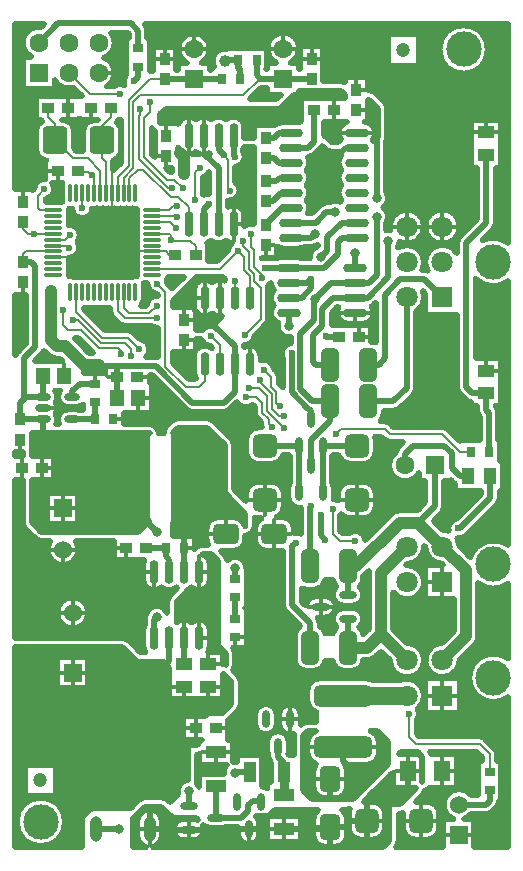
<source format=gtl>
G04*
G04 #@! TF.GenerationSoftware,Altium Limited,Altium Designer,18.0.9 (584)*
G04*
G04 Layer_Physical_Order=1*
G04 Layer_Color=255*
%FSLAX24Y24*%
%MOIN*%
G70*
G01*
G75*
%ADD11C,0.0118*%
%ADD16C,0.0079*%
%ADD21O,0.0281X0.0591*%
%ADD22O,0.0295X0.0800*%
G04:AMPARAMS|DCode=23|XSize=90.6mil|YSize=82.7mil|CornerRadius=12.4mil|HoleSize=0mil|Usage=FLASHONLY|Rotation=270.000|XOffset=0mil|YOffset=0mil|HoleType=Round|Shape=RoundedRectangle|*
%AMROUNDEDRECTD23*
21,1,0.0906,0.0579,0,0,270.0*
21,1,0.0657,0.0827,0,0,270.0*
1,1,0.0248,-0.0289,-0.0329*
1,1,0.0248,-0.0289,0.0329*
1,1,0.0248,0.0289,0.0329*
1,1,0.0248,0.0289,-0.0329*
%
%ADD23ROUNDEDRECTD23*%
%ADD24O,0.0295X0.0850*%
%ADD25O,0.0630X0.0118*%
%ADD26O,0.0118X0.0630*%
%ADD27O,0.0531X0.0236*%
%ADD28O,0.0800X0.0295*%
G04:AMPARAMS|DCode=29|XSize=110.2mil|YSize=59.1mil|CornerRadius=14.8mil|HoleSize=0mil|Usage=FLASHONLY|Rotation=90.000|XOffset=0mil|YOffset=0mil|HoleType=Round|Shape=RoundedRectangle|*
%AMROUNDEDRECTD29*
21,1,0.1102,0.0295,0,0,90.0*
21,1,0.0807,0.0591,0,0,90.0*
1,1,0.0295,0.0148,0.0404*
1,1,0.0295,0.0148,-0.0404*
1,1,0.0295,-0.0148,-0.0404*
1,1,0.0295,-0.0148,0.0404*
%
%ADD29ROUNDEDRECTD29*%
G04:AMPARAMS|DCode=30|XSize=82.7mil|YSize=78.7mil|CornerRadius=19.7mil|HoleSize=0mil|Usage=FLASHONLY|Rotation=0.000|XOffset=0mil|YOffset=0mil|HoleType=Round|Shape=RoundedRectangle|*
%AMROUNDEDRECTD30*
21,1,0.0827,0.0394,0,0,0.0*
21,1,0.0433,0.0787,0,0,0.0*
1,1,0.0394,0.0217,-0.0197*
1,1,0.0394,-0.0217,-0.0197*
1,1,0.0394,-0.0217,0.0197*
1,1,0.0394,0.0217,0.0197*
%
%ADD30ROUNDEDRECTD30*%
%ADD31O,0.0591X0.0281*%
G04:AMPARAMS|DCode=32|XSize=86.6mil|YSize=68.9mil|CornerRadius=17.2mil|HoleSize=0mil|Usage=FLASHONLY|Rotation=180.000|XOffset=0mil|YOffset=0mil|HoleType=Round|Shape=RoundedRectangle|*
%AMROUNDEDRECTD32*
21,1,0.0866,0.0344,0,0,180.0*
21,1,0.0522,0.0689,0,0,180.0*
1,1,0.0344,-0.0261,0.0172*
1,1,0.0344,0.0261,0.0172*
1,1,0.0344,0.0261,-0.0172*
1,1,0.0344,-0.0261,-0.0172*
%
%ADD32ROUNDEDRECTD32*%
G04:AMPARAMS|DCode=33|XSize=82.7mil|YSize=78.7mil|CornerRadius=19.7mil|HoleSize=0mil|Usage=FLASHONLY|Rotation=270.000|XOffset=0mil|YOffset=0mil|HoleType=Round|Shape=RoundedRectangle|*
%AMROUNDEDRECTD33*
21,1,0.0827,0.0394,0,0,270.0*
21,1,0.0433,0.0787,0,0,270.0*
1,1,0.0394,-0.0197,-0.0217*
1,1,0.0394,-0.0197,0.0217*
1,1,0.0394,0.0197,0.0217*
1,1,0.0394,0.0197,-0.0217*
%
%ADD33ROUNDEDRECTD33*%
G04:AMPARAMS|DCode=34|XSize=86.6mil|YSize=68.9mil|CornerRadius=17.2mil|HoleSize=0mil|Usage=FLASHONLY|Rotation=270.000|XOffset=0mil|YOffset=0mil|HoleType=Round|Shape=RoundedRectangle|*
%AMROUNDEDRECTD34*
21,1,0.0866,0.0344,0,0,270.0*
21,1,0.0522,0.0689,0,0,270.0*
1,1,0.0344,-0.0172,-0.0261*
1,1,0.0344,-0.0172,0.0261*
1,1,0.0344,0.0172,0.0261*
1,1,0.0344,0.0172,-0.0261*
%
%ADD34ROUNDEDRECTD34*%
G04:AMPARAMS|DCode=35|XSize=194.9mil|YSize=70.9mil|CornerRadius=17.7mil|HoleSize=0mil|Usage=FLASHONLY|Rotation=0.000|XOffset=0mil|YOffset=0mil|HoleType=Round|Shape=RoundedRectangle|*
%AMROUNDEDRECTD35*
21,1,0.1949,0.0354,0,0,0.0*
21,1,0.1594,0.0709,0,0,0.0*
1,1,0.0354,0.0797,-0.0177*
1,1,0.0354,-0.0797,-0.0177*
1,1,0.0354,-0.0797,0.0177*
1,1,0.0354,0.0797,0.0177*
%
%ADD35ROUNDEDRECTD35*%
%ADD72C,0.0197*%
%ADD73O,0.0394X0.0846*%
G04:AMPARAMS|DCode=74|XSize=279.5mil|YSize=218.5mil|CornerRadius=10.9mil|HoleSize=0mil|Usage=FLASHONLY|Rotation=90.000|XOffset=0mil|YOffset=0mil|HoleType=Round|Shape=RoundedRectangle|*
%AMROUNDEDRECTD74*
21,1,0.2795,0.1967,0,0,90.0*
21,1,0.2577,0.2185,0,0,90.0*
1,1,0.0219,0.0983,0.1288*
1,1,0.0219,0.0983,-0.1288*
1,1,0.0219,-0.0983,-0.1288*
1,1,0.0219,-0.0983,0.1288*
%
%ADD74ROUNDEDRECTD74*%
%ADD75R,0.0394X0.0354*%
%ADD76R,0.0354X0.0394*%
%ADD77R,0.0354X0.0276*%
%ADD78R,0.0453X0.0571*%
%ADD79R,0.0276X0.0354*%
%ADD80R,0.0551X0.0413*%
%ADD81R,0.0394X0.0394*%
%ADD82R,0.0689X0.0413*%
%ADD83C,0.0472*%
%ADD84R,0.0413X0.0689*%
%ADD85R,0.0551X0.0709*%
%ADD86R,0.0413X0.0551*%
%ADD87C,0.0394*%
%ADD88C,0.0315*%
%ADD89C,0.0591*%
%ADD90C,0.0630*%
%ADD91R,0.0630X0.0630*%
%ADD92R,0.0630X0.0630*%
%ADD93C,0.0600*%
%ADD94R,0.0600X0.0600*%
%ADD95C,0.0709*%
%ADD96R,0.0709X0.0709*%
%ADD97C,0.1181*%
%ADD98C,0.0236*%
%ADD99C,0.0315*%
%ADD100C,0.0394*%
G36*
X23848Y29230D02*
X23834Y29302D01*
X23795Y29364D01*
X23736Y29408D01*
X23665Y29427D01*
X23592Y29418D01*
X23458Y29376D01*
X23305Y29315D01*
X23163Y29231D01*
X23037Y29125D01*
X23034Y29123D01*
X22885Y28957D01*
X22760Y28773D01*
X22660Y28574D01*
X22587Y28364D01*
X22542Y28146D01*
X22528Y27923D01*
X22542Y27701D01*
X22587Y27483D01*
X22660Y27272D01*
X22760Y27073D01*
X22885Y26889D01*
X23034Y26723D01*
X23039Y26719D01*
X23164Y26615D01*
X23304Y26532D01*
X23455Y26471D01*
X23584Y26431D01*
X23659Y26422D01*
X23732Y26441D01*
X23793Y26486D01*
X23834Y26550D01*
X23848Y26624D01*
Y29230D01*
D02*
G37*
G36*
X24893Y26616D02*
X24906Y26544D01*
X24945Y26482D01*
X25005Y26439D01*
X25076Y26420D01*
X25148Y26428D01*
X25283Y26470D01*
X25435Y26532D01*
X25577Y26616D01*
X25703Y26721D01*
X25706Y26723D01*
X25855Y26889D01*
X25980Y27073D01*
X26081Y27272D01*
X26153Y27483D01*
X26198Y27701D01*
X26213Y27923D01*
X26198Y28146D01*
X26153Y28364D01*
X26081Y28574D01*
X25980Y28773D01*
X25855Y28957D01*
X25706Y29123D01*
X25701Y29128D01*
X25576Y29231D01*
X25436Y29315D01*
X25286Y29375D01*
X25156Y29416D01*
X25081Y29424D01*
X25008Y29405D01*
X24947Y29360D01*
X24907Y29296D01*
X24893Y29222D01*
Y26616D01*
D02*
G37*
D11*
X35236Y39557D02*
Y39882D01*
Y39557D02*
X35630D01*
X34843D02*
X35236D01*
X33780Y36417D02*
X34252D01*
X33780D02*
Y36890D01*
X33307Y36417D02*
X33780D01*
Y35945D02*
Y36417D01*
X35236Y31614D02*
Y31939D01*
Y31614D02*
X35630D01*
X30915Y40984D02*
Y41299D01*
Y40984D02*
X31211D01*
X32126Y36417D02*
X32598D01*
X33071D01*
X32598Y35945D02*
Y36417D01*
Y36890D01*
X29419Y42018D02*
Y42333D01*
Y42018D02*
X29715D01*
X29124D02*
X29419D01*
X30876Y33547D02*
X31394D01*
X30358D02*
X30876D01*
Y33282D02*
Y33547D01*
X30994Y32746D02*
X31309D01*
X30994D02*
Y33041D01*
X33780Y24094D02*
Y24567D01*
Y25039D01*
X33307Y24567D02*
X33780D01*
Y20787D02*
Y21260D01*
X34331Y16152D02*
X34749D01*
X33780Y20787D02*
X34252D01*
X33780Y20315D02*
Y20787D01*
X33307D02*
X33780D01*
X33760Y18268D02*
X34154D01*
X33760D02*
Y18740D01*
X33913Y16152D02*
X34331D01*
X33760Y17795D02*
Y18268D01*
X33071Y16614D02*
X33583D01*
X30925Y27303D02*
X31457D01*
X30925D02*
Y27815D01*
Y26791D02*
Y27303D01*
X30394D02*
X30925D01*
X29720Y23744D02*
Y24002D01*
Y23744D02*
X30133D01*
X29307D02*
X29720D01*
Y23485D02*
Y23744D01*
X33071Y16614D02*
Y17146D01*
Y16083D02*
Y16614D01*
X32559D02*
X33071D01*
X28474Y42348D02*
Y42782D01*
X28041Y42348D02*
X28474D01*
X28907D01*
X25502Y42343D02*
X25935D01*
X25502D02*
Y42776D01*
X25069Y42343D02*
X25502D01*
X24518Y42008D02*
Y42323D01*
Y42008D02*
X24813D01*
X24222D02*
X24518D01*
X24281Y38780D02*
X24577D01*
Y38465D02*
Y38780D01*
X27884Y35797D02*
X28179D01*
X27884Y35482D02*
Y35797D01*
X26817Y36496D02*
Y37039D01*
Y36496D02*
X27083D01*
X26817Y35953D02*
Y36496D01*
X25157Y32648D02*
X25453D01*
X22323Y41549D02*
X22756D01*
X22077Y40068D02*
Y40363D01*
X21309Y40364D02*
Y40659D01*
Y40069D02*
Y40364D01*
X20640Y38268D02*
X20955D01*
Y37972D02*
Y38268D01*
X19792Y37254D02*
Y37569D01*
X19793Y34242D02*
Y34557D01*
X28179Y26171D02*
X28730D01*
X27864Y27303D02*
Y27815D01*
Y27303D02*
X28396D01*
X27864Y26791D02*
Y27303D01*
X28179Y26171D02*
Y26634D01*
Y25709D02*
Y26171D01*
X27628D02*
X28179D01*
X27352Y31841D02*
Y32359D01*
X27333Y27303D02*
X27864D01*
X28697Y19995D02*
X28956D01*
X28697D02*
Y20408D01*
X28439Y19995D02*
X28697D01*
Y19581D02*
Y19995D01*
X26870Y22736D02*
X27165D01*
X26870Y22480D02*
Y22736D01*
X26230Y19695D02*
X26545D01*
X25768Y18898D02*
X26230D01*
X26693D01*
X26230Y18573D02*
Y18898D01*
X25157Y32333D02*
Y32648D01*
X23602Y31407D02*
X23917D01*
X23642Y30295D02*
Y30699D01*
X23986D01*
X21171Y31447D02*
Y31850D01*
X20463Y30364D02*
X20846D01*
X22815Y29990D02*
X23071D01*
X19695Y29006D02*
Y29321D01*
X19754Y28376D02*
Y28671D01*
Y28081D02*
Y28376D01*
X24167Y24389D02*
Y24907D01*
X23902D02*
X24167D01*
X22923Y25699D02*
X23238D01*
Y25404D02*
Y25699D01*
X21132Y25231D02*
Y25650D01*
X21550D01*
X20714D02*
X21132D01*
X21457Y23545D02*
Y23963D01*
Y23545D02*
X21875D01*
X21039D02*
X21457D01*
Y23127D02*
Y23545D01*
X26352Y33522D02*
Y34041D01*
Y34559D01*
X25852Y34041D02*
Y34559D01*
X25587Y34041D02*
X25852D01*
Y33522D02*
Y34041D01*
X25157Y33317D02*
Y33632D01*
Y33317D02*
X25453D01*
X30157Y40315D02*
Y40610D01*
X25817Y39446D02*
Y39989D01*
X25420Y27923D02*
X25735D01*
X25420D02*
Y28238D01*
Y27608D02*
Y27923D01*
X26565Y26171D02*
Y26634D01*
X26014Y26171D02*
X26565D01*
X25105Y27923D02*
X25420D01*
X25167Y25699D02*
X25423D01*
X25167D02*
Y25994D01*
X30915Y40315D02*
X31211D01*
X30412Y39549D02*
X30930D01*
X31448D01*
X30157Y40020D02*
Y40315D01*
Y40610D01*
X25817Y38903D02*
Y39446D01*
Y39989D01*
X25317Y39446D02*
Y39989D01*
Y38903D02*
Y39446D01*
X24577Y39449D02*
Y39764D01*
X22618Y31407D02*
X22933D01*
X22205Y31171D02*
Y31427D01*
X23320Y27923D02*
Y28238D01*
Y27923D02*
X23635D01*
X23005D02*
X23320D01*
Y27608D02*
Y27923D01*
X21132Y27028D02*
X21550D01*
X21132D02*
Y27446D01*
Y26609D02*
Y27028D01*
X20423Y28376D02*
X20738D01*
X20423D02*
Y28671D01*
Y28081D02*
Y28376D01*
X20714Y27028D02*
X21132D01*
X25965Y21831D02*
Y22156D01*
Y21831D02*
X26358D01*
X25667Y24907D02*
X25933D01*
X25667D02*
Y25425D01*
Y24389D02*
Y24907D01*
Y22707D02*
X25933D01*
X25667D02*
Y23225D01*
X25167Y22707D02*
Y23225D01*
X25965Y21083D02*
X26358D01*
X25965Y20758D02*
Y21083D01*
X25167Y20758D02*
Y21083D01*
X24774D02*
X25167D01*
X25561Y19695D02*
Y19990D01*
Y19400D02*
Y19695D01*
X25246D02*
X25561D01*
X21457Y21545D02*
X21875D01*
X21457D02*
Y21963D01*
Y21127D02*
Y21545D01*
X21039D02*
X21457D01*
X25167Y20758D02*
Y21083D01*
X25246Y19695D02*
X25561D01*
X24774Y21083D02*
X25167D01*
X21457Y21127D02*
Y21545D01*
X28494Y16339D02*
Y16663D01*
Y16339D02*
X28957D01*
X28031D02*
X28494D01*
X27323D02*
X27581D01*
X27064D02*
X27323D01*
X28494Y16014D02*
Y16339D01*
X27323Y15925D02*
Y16339D01*
X25325Y16319D02*
X25738D01*
X24911D02*
X25325D01*
Y16577D01*
X24018Y16348D02*
Y16890D01*
Y16348D02*
X24333D01*
X23703D02*
X24018D01*
X25325Y16060D02*
Y16319D01*
X24018Y15807D02*
Y16348D01*
X32618Y18268D02*
X33012D01*
X32224D02*
X32618D01*
Y18740D01*
Y17795D02*
Y18268D01*
X31260Y16614D02*
X31772D01*
X31260D02*
Y17146D01*
X30748Y16614D02*
X31260D01*
Y16083D02*
Y16614D01*
X30039Y16398D02*
X30502D01*
X29577D02*
X30039D01*
Y15846D02*
Y16398D01*
X30472Y19055D02*
X31565D01*
X30472Y18583D02*
Y19055D01*
X29380D02*
X30472D01*
X30039Y18012D02*
X30502D01*
X29577D02*
X30039D01*
Y17461D02*
Y18012D01*
X22500Y31525D02*
X22618Y31407D01*
D16*
X24715Y36575D02*
X24911Y36378D01*
X23711Y40144D02*
Y40354D01*
X23681Y40114D02*
X23711Y40144D01*
X23681Y38668D02*
Y40114D01*
Y38668D02*
X24642Y37707D01*
X23839Y40049D02*
X24016Y40226D01*
X23839Y38733D02*
Y40049D01*
Y38733D02*
X24589Y37982D01*
X21978Y38248D02*
X22165Y38061D01*
X19961Y36181D02*
X20807D01*
X22756Y38386D02*
X23007Y38637D01*
X24272Y34508D02*
Y34518D01*
Y34508D02*
X24547Y34232D01*
X24665Y35482D02*
X24882D01*
X24557Y35591D02*
X24665Y35482D01*
X24114Y35591D02*
X24557D01*
X22756Y37539D02*
Y38386D01*
X23317Y40630D02*
X24026Y41339D01*
X23317Y38438D02*
Y40630D01*
X22953Y38073D02*
X23317Y38438D01*
X23474Y40565D02*
X23707Y40797D01*
X23474Y38372D02*
Y40565D01*
X23150Y38048D02*
X23474Y38372D01*
X22953Y37539D02*
Y38073D01*
X23150Y37539D02*
Y38048D01*
X25551Y35482D02*
Y35778D01*
X25376Y35953D02*
X25551Y35778D01*
X24736Y35953D02*
X25376D01*
X24734Y35955D02*
X24736Y35953D01*
X24006Y33524D02*
X24252Y33770D01*
X24547Y31753D02*
Y34232D01*
Y31753D02*
X25218Y31083D01*
X25650D01*
X25852Y31285D01*
Y31841D01*
X26486Y38789D02*
X26624Y38652D01*
Y37677D02*
Y38652D01*
Y37677D02*
X26683Y37618D01*
X25541Y37293D02*
Y38228D01*
X25699Y38386D01*
X27392Y35744D02*
Y36181D01*
Y35744D02*
X27497Y35639D01*
Y35072D02*
Y35639D01*
X27136Y35778D02*
Y35935D01*
X27497Y35072D02*
X27776Y34794D01*
Y34715D02*
Y34794D01*
X27165Y34959D02*
Y35404D01*
X27340Y35007D02*
Y35574D01*
Y35007D02*
X27510Y34837D01*
X27165Y34959D02*
X27352Y34772D01*
Y34041D02*
Y34772D01*
X27510Y34596D02*
Y34837D01*
X26852Y34041D02*
Y34604D01*
X27136Y35778D02*
X27340Y35574D01*
X27726Y33346D02*
Y34380D01*
X27510Y34596D02*
X27726Y34380D01*
X26969Y35600D02*
X27165Y35404D01*
X26368Y35000D02*
X26969Y35600D01*
X26053Y32776D02*
X26352Y32476D01*
Y31841D02*
Y32476D01*
X30236Y29518D02*
X30394Y29675D01*
X28356Y30433D02*
X28366D01*
X28248Y30541D02*
X28356Y30433D01*
X28248Y30541D02*
Y30908D01*
X28071Y31085D02*
X28248Y30908D01*
X28091Y30341D02*
Y30843D01*
X27707Y31227D02*
X28091Y30843D01*
X27933Y30276D02*
Y30778D01*
X27657Y31053D02*
X27933Y30778D01*
X27776Y30210D02*
Y30522D01*
X27569Y30728D02*
X27776Y30522D01*
X28091Y30341D02*
X28323Y30108D01*
X27933Y30276D02*
X28494Y29715D01*
X27776Y30210D02*
X27984Y30002D01*
Y29851D02*
Y30002D01*
Y29851D02*
X28091Y29744D01*
X28323Y30108D02*
X28474D01*
X28071Y31085D02*
Y31407D01*
X27825Y31654D02*
X28071Y31407D01*
X27343Y31053D02*
X27657D01*
X27707Y31227D02*
Y31319D01*
X23327Y33524D02*
X24006D01*
X23150Y33701D02*
X23327Y33524D01*
X23150Y33701D02*
Y34232D01*
X23189Y33366D02*
X24252D01*
X22953Y33602D02*
X23189Y33366D01*
X22953Y33602D02*
Y34232D01*
X35354Y18248D02*
Y18839D01*
X35020Y19173D02*
X35354Y18839D01*
X32884Y19173D02*
X35020D01*
X32667Y19390D02*
X32884Y19173D01*
X32667Y19390D02*
Y20167D01*
X30354Y25935D02*
X30876D01*
X30118Y26171D02*
X30354Y25935D01*
X30118Y26171D02*
Y27008D01*
X27224Y30728D02*
X27569D01*
X24252Y33366D02*
X24262Y33376D01*
X23071Y32165D02*
Y32264D01*
X22963Y32372D02*
X23071Y32264D01*
X22330Y32372D02*
X22963D01*
X21740Y32963D02*
X22330Y32372D01*
X21309Y32963D02*
X21740D01*
X21132Y33140D02*
X21309Y32963D01*
X21132Y33140D02*
Y33632D01*
X23415Y32116D02*
Y32323D01*
X23209Y32530D02*
X23415Y32323D01*
X22395Y32530D02*
X23209D01*
X21618Y33307D02*
X22395Y32530D01*
X23307Y32707D02*
X23681Y32333D01*
X22441Y32707D02*
X23307D01*
X21575Y33573D02*
X22441Y32707D01*
X21457Y33307D02*
X21618D01*
X21280Y35787D02*
X21348Y35719D01*
X20807Y35787D02*
X21280D01*
X21211Y35984D02*
X21358Y36132D01*
X20807Y35984D02*
X21211D01*
X21575Y33573D02*
Y34232D01*
X27185Y32805D02*
X27726Y33346D01*
X24734Y35955D02*
Y36122D01*
X24902Y36368D02*
X24911Y36378D01*
X21772Y37028D02*
Y37539D01*
X24016Y40226D02*
Y40561D01*
X23707Y40797D02*
X27146D01*
X24026Y41339D02*
X24518D01*
X24589Y37982D02*
X24843D01*
X25128Y37697D01*
X21323Y41549D02*
X22035Y40837D01*
X23031D01*
X24642Y37707D02*
X24774D01*
X24980Y37402D02*
X25317Y37065D01*
X24724Y37402D02*
X24980D01*
X23809Y38317D02*
X24724Y37402D01*
X25317Y36496D02*
Y37065D01*
X23642Y38317D02*
X23809D01*
X27146Y40797D02*
X27697Y41348D01*
X24882Y36772D02*
X24931Y36722D01*
X24951Y36742D01*
X24114Y36575D02*
X24715D01*
X24114Y35000D02*
X26368D01*
X20295Y37451D02*
X20512Y37667D01*
X20295Y37047D02*
Y37451D01*
Y37047D02*
X20374Y36969D01*
X20807D01*
X19793Y35226D02*
X19813Y35246D01*
Y35512D01*
X19892Y35591D01*
X20807D01*
X19792Y36349D02*
Y36585D01*
Y36349D02*
X19961Y36181D01*
X24675D02*
X24734Y36122D01*
X24803Y37096D02*
X24941D01*
X24675Y36969D02*
X24803Y37096D01*
X24114Y36969D02*
X24675D01*
X24114Y36772D02*
X24882D01*
X24911Y36378D02*
Y36378D01*
X24114Y36181D02*
X24675D01*
X23346Y38022D02*
X23642Y38317D01*
X23346Y37539D02*
Y38022D01*
X21624Y38268D02*
X21644Y38248D01*
X21978D01*
X22165Y37539D02*
Y38061D01*
X20807Y35394D02*
X21415D01*
X21417Y35391D01*
X23474Y35591D02*
X24114D01*
X23455Y35610D02*
X23474Y35591D01*
X22559Y37539D02*
Y38583D01*
X22441Y38701D02*
X22559Y38583D01*
X22441Y38701D02*
Y39291D01*
X22362Y37539D02*
Y38287D01*
X21959Y38691D02*
X22362Y38287D01*
X21467Y38691D02*
X21959D01*
X20866Y39291D02*
X21467Y38691D01*
X22746Y40069D02*
Y40363D01*
X22441Y39764D02*
X22746Y40069D01*
X22441Y39291D02*
Y39764D01*
X20640Y40079D02*
Y40364D01*
Y40079D02*
X20866Y39852D01*
Y39291D02*
Y39852D01*
X30394Y29675D02*
X31850D01*
X34370Y28898D02*
X34724D01*
X31850Y29675D02*
X32028Y29498D01*
X33770D01*
X34370Y28898D01*
X22756Y36919D02*
Y37539D01*
Y36919D02*
X22795Y36880D01*
D21*
X29400Y28465D02*
D03*
X29000Y27555D02*
D03*
X29800D02*
D03*
X29400Y30010D02*
D03*
X29000Y29100D02*
D03*
X29800D02*
D03*
X28297Y19085D02*
D03*
X27897Y19995D02*
D03*
X28697D02*
D03*
X27323Y16339D02*
D03*
X26923Y17249D02*
D03*
X27723D02*
D03*
D22*
X25852Y31841D02*
D03*
X26352D02*
D03*
Y34041D02*
D03*
X25852D02*
D03*
X27352Y31841D02*
D03*
Y34041D02*
D03*
X26852Y31841D02*
D03*
Y34041D02*
D03*
X25667Y24907D02*
D03*
X25167D02*
D03*
Y22707D02*
D03*
X25667D02*
D03*
X24167Y24907D02*
D03*
Y22707D02*
D03*
X24667Y24907D02*
D03*
Y22707D02*
D03*
D23*
X20866Y39291D02*
D03*
X22441D02*
D03*
D24*
X26317Y39446D02*
D03*
Y36496D02*
D03*
X25317Y39446D02*
D03*
X25817D02*
D03*
X26817D02*
D03*
X25317Y36496D02*
D03*
X25817D02*
D03*
X26817D02*
D03*
D25*
X20807Y36969D02*
D03*
Y36772D02*
D03*
Y36575D02*
D03*
Y36378D02*
D03*
Y36181D02*
D03*
Y35984D02*
D03*
Y35787D02*
D03*
Y35591D02*
D03*
Y35394D02*
D03*
Y35197D02*
D03*
X24114D02*
D03*
Y35394D02*
D03*
Y35591D02*
D03*
Y35787D02*
D03*
Y35984D02*
D03*
Y36181D02*
D03*
Y36378D02*
D03*
Y36575D02*
D03*
Y36772D02*
D03*
Y36969D02*
D03*
X20807Y35000D02*
D03*
Y34803D02*
D03*
X24114D02*
D03*
Y35000D02*
D03*
D26*
X21378Y34232D02*
D03*
X21575D02*
D03*
X21772D02*
D03*
X21969D02*
D03*
X22165D02*
D03*
X22756D02*
D03*
X22953D02*
D03*
X23150D02*
D03*
X23346D02*
D03*
X23543D02*
D03*
X22362D02*
D03*
X22559D02*
D03*
X22165Y37539D02*
D03*
X21969D02*
D03*
X21772D02*
D03*
X21575D02*
D03*
X21378D02*
D03*
X23543D02*
D03*
X23346D02*
D03*
X23150D02*
D03*
X22953D02*
D03*
X22756D02*
D03*
X22559D02*
D03*
X22362D02*
D03*
D27*
X20463Y29990D02*
D03*
X21447D02*
D03*
X20463Y30738D02*
D03*
X21447D02*
D03*
X20463Y30364D02*
D03*
D28*
X28676Y35047D02*
D03*
Y34547D02*
D03*
X30876D02*
D03*
Y35047D02*
D03*
X28676Y33547D02*
D03*
X30876D02*
D03*
X28676Y34047D02*
D03*
X30876D02*
D03*
X30930Y37549D02*
D03*
X28730D02*
D03*
X30930Y38049D02*
D03*
Y38549D02*
D03*
Y39049D02*
D03*
Y39549D02*
D03*
Y36049D02*
D03*
Y36549D02*
D03*
Y37049D02*
D03*
X28730Y38049D02*
D03*
Y38549D02*
D03*
Y39049D02*
D03*
Y39549D02*
D03*
Y36049D02*
D03*
Y36549D02*
D03*
Y37049D02*
D03*
D29*
X31309Y31811D02*
D03*
X30049D02*
D03*
X31309Y30591D02*
D03*
X30049D02*
D03*
X29370Y25089D02*
D03*
X30630D02*
D03*
X29370Y22382D02*
D03*
X30630D02*
D03*
D30*
X27864Y29114D02*
D03*
Y27303D02*
D03*
X30925D02*
D03*
Y29114D02*
D03*
D31*
X29720Y23744D02*
D03*
X30630Y24144D02*
D03*
Y23344D02*
D03*
X26235Y16719D02*
D03*
X25325Y16319D02*
D03*
Y17119D02*
D03*
D32*
X28179Y26171D02*
D03*
X26565D02*
D03*
D33*
X33071Y16614D02*
D03*
X31260D02*
D03*
D34*
X30039Y18012D02*
D03*
Y16398D02*
D03*
D35*
X30472Y20787D02*
D03*
Y19055D02*
D03*
D72*
X35459Y36303D02*
G03*
X35551Y36526I-223J223D01*
G01*
X35459Y36302D02*
G03*
X35551Y36526I-222J223D01*
G01*
X35965Y35876D02*
G03*
X35117Y35961I-492J-640D01*
G01*
X35295Y42323D02*
G03*
X35295Y42323I-807J0D01*
G01*
D02*
G03*
X35295Y42323I-807J0D01*
G01*
X34354Y36089D02*
G03*
X34262Y35866I222J-223D01*
G01*
X34354Y36089D02*
G03*
X34262Y35866I223J-223D01*
G01*
X34350Y36417D02*
G03*
X34350Y36417I-571J0D01*
G01*
X35965Y35876D02*
G03*
X35117Y35961I-492J-640D01*
G01*
X35649Y30217D02*
G03*
X35557Y30439I-315J0D01*
G01*
X35649Y30217D02*
G03*
X35557Y30440I-315J0D01*
G01*
X34921Y30315D02*
G03*
X35014Y30092I315J0D01*
G01*
X34921Y30315D02*
G03*
X35014Y30092I315J0D01*
G01*
X34892Y34676D02*
G03*
X35965Y34597I581J560D01*
G01*
X34892Y34676D02*
G03*
X35965Y34597I581J560D01*
G01*
X34262Y35542D02*
G03*
X33284Y34952I-482J-305D01*
G01*
X34551Y30643D02*
G03*
X34744Y30553I223J223D01*
G01*
X34551Y30644D02*
G03*
X34744Y30553I223J222D01*
G01*
X34262Y31063D02*
G03*
X34354Y30840I315J0D01*
G01*
X34262Y31063D02*
G03*
X34354Y30840I315J0D01*
G01*
X34147Y27878D02*
G03*
X34203Y27834I223J222D01*
G01*
X34147Y27878D02*
G03*
X34203Y27834I223J223D01*
G01*
X33951Y29679D02*
G03*
X33770Y29754I-181J-181D01*
G01*
X33951Y29679D02*
G03*
X33770Y29754I-181J-181D01*
G01*
X31909Y39267D02*
G03*
X31949Y39419I-276J152D01*
G01*
Y40344D02*
G03*
X31857Y40567I-315J0D01*
G01*
X31949Y40344D02*
G03*
X31856Y40568I-315J0D01*
G01*
X31909Y39267D02*
G03*
X31949Y39419I-276J152D01*
G01*
X31551Y40872D02*
G03*
X31319Y40964I-223J-223D01*
G01*
X30522Y41233D02*
G03*
X30394Y41260I-128J-288D01*
G01*
X30522Y41233D02*
G03*
X30394Y41260I-128J-288D01*
G01*
X30340Y38914D02*
G03*
X30413Y38799I338J136D01*
G01*
X33169Y36417D02*
G03*
X32041Y36294I-571J0D01*
G01*
X32352Y35903D02*
G03*
X33169Y36417I247J515D01*
G01*
X31969Y37362D02*
G03*
X31909Y37564I-374J0D01*
G01*
X30413Y37299D02*
G03*
X30371Y37245I265J-250D01*
G01*
X31811Y37057D02*
G03*
X31969Y37362I-216J305D01*
G01*
Y36752D02*
G03*
X31811Y37057I-374J0D01*
G01*
X31909Y36550D02*
G03*
X31969Y36752I-315J202D01*
G01*
X32041Y36294D02*
G03*
X31909Y36293I-63J-369D01*
G01*
X30278Y38907D02*
G03*
X30340Y38914I0J315D01*
G01*
X30278Y38907D02*
G03*
X30340Y38914I0J315D01*
G01*
X29865Y39000D02*
G03*
X30089Y38907I223J222D01*
G01*
X29866Y39000D02*
G03*
X30089Y38907I223J223D01*
G01*
X29711Y39019D02*
G03*
X29768Y39098I-223J223D01*
G01*
X29711Y39019D02*
G03*
X29768Y39098I-222J223D01*
G01*
X30413Y38799D02*
G03*
X30413Y38299I265J-250D01*
G01*
D02*
G03*
X30413Y37799I265J-250D01*
G01*
D02*
G03*
X30413Y37299I265J-250D01*
G01*
X30371Y37245D02*
G03*
X30005Y37224I-164J-336D01*
G01*
X29296Y38734D02*
G03*
X29518Y38827I-1J315D01*
G01*
X29296Y38734D02*
G03*
X29518Y38826I-1J315D01*
G01*
X29347Y38549D02*
G03*
X29296Y38734I-364J0D01*
G01*
X29247Y38299D02*
G03*
X29347Y38549I-265J250D01*
G01*
Y38049D02*
G03*
X29247Y38299I-364J0D01*
G01*
X29911Y37224D02*
G03*
X29688Y37132I0J-315D01*
G01*
X29911Y37224D02*
G03*
X29689Y37132I0J-315D01*
G01*
X29296Y36864D02*
G03*
X29347Y37049I-314J185D01*
G01*
X29247Y37799D02*
G03*
X29347Y38049I-265J250D01*
G01*
Y37549D02*
G03*
X29247Y37799I-364J0D01*
G01*
Y37299D02*
G03*
X29347Y37549I-265J250D01*
G01*
Y37049D02*
G03*
X29247Y37299I-364J0D01*
G01*
X33284Y34952D02*
G03*
X33179Y34970I-105J-297D01*
G01*
X33284Y34952D02*
G03*
X33179Y34970I-105J-297D01*
G01*
X33104D02*
G03*
X33169Y35236I-505J266D01*
G01*
D02*
G03*
X32293Y35719I-571J0D01*
G01*
Y35723D02*
G03*
X32352Y35903I-315J202D01*
G01*
X33169Y34055D02*
G03*
X33133Y34257I-571J0D01*
G01*
X32913Y33579D02*
G03*
X33169Y34055I-315J476D01*
G01*
X32821Y30821D02*
G03*
X32913Y31043I-223J223D01*
G01*
X32821Y30820D02*
G03*
X32913Y31043I-222J223D01*
G01*
X32146Y30276D02*
G03*
X32369Y30368I0J315D01*
G01*
X32146Y30276D02*
G03*
X32368Y30368I0J315D01*
G01*
X32217Y28884D02*
G03*
X32998Y28204I313J-430D01*
G01*
X32307Y29072D02*
G03*
X32217Y28884I222J-223D01*
G01*
X32031Y29856D02*
G03*
X31850Y29931I-181J-181D01*
G01*
X32032Y29856D02*
G03*
X31850Y29931I-181J-181D01*
G01*
X31716D02*
G03*
X31821Y30187I-259J256D01*
G01*
X31555Y29311D02*
G03*
X31541Y29419I-413J0D01*
G01*
X31846Y29317D02*
G03*
X32028Y29242I181J181D01*
G01*
X31847Y29317D02*
G03*
X32028Y29242I181J181D01*
G01*
X32307Y29071D02*
G03*
X32217Y28884I223J-223D01*
G01*
X31423Y33761D02*
G03*
X31514Y33825I-132J286D01*
G01*
X31493Y33547D02*
G03*
X31423Y33761I-364J0D01*
G01*
D02*
G03*
X31514Y33825I-132J286D01*
G01*
X31128Y33183D02*
G03*
X31493Y33547I0J364D01*
G01*
X30310Y33732D02*
G03*
X30624Y33183I314J-185D01*
G01*
X29415Y35734D02*
G03*
X29615Y35805I0J315D01*
G01*
X29415Y35734D02*
G03*
X29615Y35805I0J315D01*
G01*
X29626Y35774D02*
G03*
X29354Y35362I98J-361D01*
G01*
X28983Y35685D02*
G03*
X29165Y35734I0J364D01*
G01*
X29111Y35362D02*
G03*
X28928Y35411I-183J-315D01*
G01*
X31565Y32562D02*
G03*
X31457Y32579I-108J-348D01*
G01*
X31142Y28504D02*
G03*
X31555Y28917I0J413D01*
G01*
X30313Y28799D02*
G03*
X30709Y28504I396J118D01*
G01*
X30157Y27709D02*
G03*
X30115Y27877I-357J0D01*
G01*
X35597Y27139D02*
G03*
X35689Y27362I-223J223D01*
G01*
X35965Y25803D02*
G03*
X34711Y25401I-484J-646D01*
G01*
X35965Y25803D02*
G03*
X34711Y25401I-484J-646D01*
G01*
X35596Y27139D02*
G03*
X35689Y27362I-222J223D01*
G01*
X34980Y24524D02*
G03*
X35965Y24512I500J634D01*
G01*
X34980Y24524D02*
G03*
X35965Y24512I500J634D01*
G01*
Y22024D02*
G03*
X35965Y20732I-484J-646D01*
G01*
Y22024D02*
G03*
X35965Y20732I-484J-646D01*
G01*
X34859Y22464D02*
G03*
X34980Y22756I-292J292D01*
G01*
X34859Y22463D02*
G03*
X34980Y22756I-292J293D01*
G01*
X34449Y26053D02*
G03*
X34593Y26136I-79J305D01*
G01*
X34449Y26053D02*
G03*
X34593Y26136I-79J305D01*
G01*
X34279Y26025D02*
G03*
X34449Y26053I32J333D01*
G01*
X34255Y26688D02*
G03*
X33986Y26280I57J-330D01*
G01*
X34350Y25762D02*
G03*
X34279Y26025I-571J-14D01*
G01*
X33752Y26869D02*
G03*
X33844Y27093I-222J223D01*
G01*
X33752Y26870D02*
G03*
X33844Y27093I-223J223D01*
G01*
X33986Y26280D02*
G03*
X33793Y26319I-206J-532D01*
G01*
X33209Y25734D02*
G03*
X33766Y25177I571J14D01*
G01*
Y22539D02*
G03*
X34350Y21955I14J-571D01*
G01*
X35610Y18839D02*
G03*
X35535Y19020I-256J0D01*
G01*
X35201Y19354D02*
G03*
X35020Y19429I-181J-181D01*
G01*
X35201Y19354D02*
G03*
X35020Y19429I-181J-181D01*
G01*
X35610Y18839D02*
G03*
X35535Y19020I-256J0D01*
G01*
X35577Y17041D02*
G03*
X35669Y17264I-222J223D01*
G01*
X35577Y17041D02*
G03*
X35669Y17264I-223J223D01*
G01*
X35242Y16837D02*
G03*
X35465Y16929I0J315D01*
G01*
X35242Y16837D02*
G03*
X35465Y16929I0J315D01*
G01*
X34513Y16668D02*
G03*
X34740Y16837I-182J483D01*
G01*
Y17467D02*
G03*
X34149Y16668I-409J-315D01*
G01*
X33681Y16831D02*
G03*
X33268Y17244I-413J0D01*
G01*
Y15984D02*
G03*
X33681Y16398I0J413D01*
G01*
X32612Y25177D02*
G03*
X33169Y25748I-14J571D01*
G01*
X31555Y27500D02*
G03*
X31142Y27913I-413J0D01*
G01*
X32352Y26959D02*
G03*
X32060Y26837I0J-413D01*
G01*
X32352Y26959D02*
G03*
X32060Y26838I0J-413D01*
G01*
X31142Y26693D02*
G03*
X31555Y27106I0J413D01*
G01*
X33169Y24567D02*
G03*
X32572Y25137I-571J0D01*
G01*
X32146Y24219D02*
G03*
X33169Y24567I453J348D01*
G01*
X31322Y24930D02*
G03*
X31319Y24882I411J-48D01*
G01*
X31322Y24930D02*
G03*
X31319Y24882I411J-48D01*
G01*
X31142Y24756D02*
G03*
X31188Y24797I-246J332D01*
G01*
X31142Y24756D02*
G03*
X31188Y24796I-246J332D01*
G01*
X30709Y27913D02*
G03*
X30295Y27500I0J-413D01*
G01*
X30401Y26830D02*
G03*
X30709Y26693I307J277D01*
G01*
X31207Y25984D02*
G03*
X30660Y26191I-331J-49D01*
G01*
X31019Y24413D02*
G03*
X31142Y24685I-242J272D01*
G01*
X30374Y26792D02*
G03*
X30401Y26830I-256J216D01*
G01*
X30295Y27292D02*
G03*
X30152Y27341I-177J-284D01*
G01*
X30152Y27341D02*
G03*
X30157Y27400I-352J59D01*
G01*
X30123Y24626D02*
G03*
X30240Y24413I359J59D01*
G01*
X29055Y26181D02*
G03*
X28829Y26213I-157J-295D01*
G01*
X31142Y24144D02*
G03*
X31019Y24413I-357J0D01*
G01*
X30785Y23787D02*
G03*
X31142Y24144I0J357D01*
G01*
X30240Y24413D02*
G03*
X30475Y23787I235J-269D01*
G01*
X30232Y23744D02*
G03*
X29875Y24101I-357J0D01*
G01*
X31142Y23344D02*
G03*
X30785Y23701I-357J0D01*
G01*
X30475D02*
G03*
X30250Y23066I0J-357D01*
G01*
X29875Y23387D02*
G03*
X30232Y23744I0J357D01*
G01*
X29518Y24321D02*
G03*
X29877Y24626I0J364D01*
G01*
X29094Y24344D02*
G03*
X29222Y24321I128J341D01*
G01*
X29565Y24101D02*
G03*
X29213Y23802I0J-357D01*
G01*
X33169Y21969D02*
G03*
X32612Y22539I-571J0D01*
G01*
X32028Y21955D02*
G03*
X33169Y21969I571J14D01*
G01*
X32954Y20341D02*
G03*
X33169Y20787I-355J447D01*
G01*
X33002Y20167D02*
G03*
X32954Y20341I-335J0D01*
G01*
X32923Y19952D02*
G03*
X33002Y20167I-256J216D01*
G01*
X33169Y20787D02*
G03*
X32346Y21299I-571J0D01*
G01*
X33409Y18839D02*
G03*
X33371Y18917I-299J-98D01*
G01*
X33409Y18839D02*
G03*
X33371Y18917I-299J-98D01*
G01*
X33197Y17610D02*
G03*
X33339Y17697I-86J303D01*
G01*
X33116Y17474D02*
G03*
X33197Y17610I-222J223D01*
G01*
X33116Y17474D02*
G03*
X33197Y17610I-223J223D01*
G01*
X32362Y16850D02*
G03*
X32462Y16867I0J315D01*
G01*
X32462D02*
G03*
X32461Y16831I412J-36D01*
G01*
X32362Y16850D02*
G03*
X32462Y16867I0J315D01*
G01*
X32461Y16398D02*
G03*
X32874Y15984I413J0D01*
G01*
X32237Y15728D02*
G03*
X32323Y15945I-229J217D01*
G01*
X32237Y15728D02*
G03*
X32323Y15945I-229J217D01*
G01*
X31009Y23066D02*
G03*
X31142Y23344I-225J277D01*
G01*
X30250Y23066D02*
G03*
X30125Y22858I232J-281D01*
G01*
X31139Y22826D02*
G03*
X31009Y23066I-362J-41D01*
G01*
X31280Y21969D02*
G03*
X31572Y22090I0J413D01*
G01*
X31280Y21969D02*
G03*
X31572Y22090I0J413D01*
G01*
X30778Y21614D02*
G03*
X31142Y21969I0J364D01*
G01*
X30122Y21923D02*
G03*
X30482Y21614I360J55D01*
G01*
X29685Y23199D02*
G03*
X29623Y23387I-315J0D01*
G01*
X29685Y23199D02*
G03*
X29623Y23387I-315J0D01*
G01*
X29875Y22858D02*
G03*
X29685Y23109I-357J-72D01*
G01*
X29029Y23094D02*
G03*
X28858Y22785I193J-309D01*
G01*
X29518Y21614D02*
G03*
X29878Y21923I0J364D01*
G01*
X31477Y21299D02*
G03*
X31270Y21358I-207J-335D01*
G01*
X29675D02*
G03*
X29281Y20965I0J-394D01*
G01*
Y20610D02*
G03*
X29577Y20229I394J0D01*
G01*
X28858Y21978D02*
G03*
X29222Y21614I364J0D01*
G01*
X29291Y19921D02*
G03*
X29069Y19829I0J-315D01*
G01*
X29291Y19921D02*
G03*
X29068Y19829I0J-315D01*
G01*
X29006Y42348D02*
G03*
X27943Y42348I-531J0D01*
G01*
X28725Y41880D02*
G03*
X29006Y42348I-251J468D01*
G01*
X27943D02*
G03*
X28223Y41880I531J0D01*
G01*
X26624Y42350D02*
G03*
X26168Y41742I-99J-401D01*
G01*
X27132Y38986D02*
G03*
X27166Y39065I-315J183D01*
G01*
X27195Y38740D02*
G03*
X27132Y38936I-335J0D01*
G01*
X26880Y38406D02*
G03*
X27195Y38740I-20J334D01*
G01*
X23947Y42953D02*
G03*
X23861Y43169I-315J0D01*
G01*
X23947Y42953D02*
G03*
X23861Y43169I-315J0D01*
G01*
X25753Y41874D02*
G03*
X26033Y42343I-251J468D01*
G01*
D02*
G03*
X25251Y41874I-531J0D01*
G01*
X24094Y39693D02*
G03*
X24183Y39602I266J169D01*
G01*
X24094Y39693D02*
G03*
X24183Y39602I266J169D01*
G01*
X28278Y35745D02*
G03*
X28478Y35685I200J304D01*
G01*
X27018Y37618D02*
G03*
X26880Y37889I-335J0D01*
G01*
X26632Y37287D02*
G03*
X27018Y37618I51J331D01*
G01*
X27181Y36773D02*
G03*
X26632Y37087I-364J0D01*
G01*
X27490Y36501D02*
G03*
X27181Y36441I-98J-320D01*
G01*
X26757Y35860D02*
G03*
X26635Y35629I212J-259D01*
G01*
X28424Y35411D02*
G03*
X28244Y35364I0J-364D01*
G01*
X28060Y34538D02*
G03*
X28159Y34297I364J10D01*
G01*
D02*
G03*
X28159Y33797I265J-250D01*
G01*
D02*
G03*
X28305Y33203I265J-250D01*
G01*
D02*
G03*
X28730Y32723I357J-112D01*
G01*
X27967Y35364D02*
G03*
X27854Y35384I-113J-315D01*
G01*
X27974Y34445D02*
G03*
X28060Y34538I-198J270D01*
G01*
X27854Y35384D02*
G03*
X27753Y35368I0J-335D01*
G01*
X27982Y34380D02*
G03*
X27974Y34445I-256J0D01*
G01*
X27982Y34380D02*
G03*
X27974Y34445I-256J0D01*
G01*
X27907Y33166D02*
G03*
X27982Y33346I-181J181D01*
G01*
X27907Y33165D02*
G03*
X27982Y33346I-181J181D01*
G01*
X27166Y32471D02*
G03*
X27518Y32777I19J334D01*
G01*
X27167Y32439D02*
G03*
X27166Y32471I-315J0D01*
G01*
X27167Y32439D02*
G03*
X27166Y32471I-315J0D01*
G01*
X26567Y35954D02*
G03*
X26757Y35860I250J265D01*
G01*
X26067Y35954D02*
G03*
X26567Y35954I250J265D01*
G01*
X26002Y37519D02*
G03*
X25821Y37477I-18J-334D01*
G01*
X25940Y35876D02*
G03*
X26067Y35954I-123J343D01*
G01*
X25797Y38066D02*
G03*
X25997Y38233I-98J320D01*
G01*
X25821Y37477D02*
G03*
X25797Y37509I-280J-184D01*
G01*
X24586Y34632D02*
G03*
X24639Y34744I-216J171D01*
G01*
X23601Y36673D02*
G03*
X23601Y36476I257J-98D01*
G01*
Y35295D02*
G03*
X23601Y35098I257J-98D01*
G01*
X24606Y34536D02*
G03*
X24586Y34632I-334J-18D01*
G01*
X23816Y34531D02*
G03*
X23858Y34528I43J272D01*
G01*
X24770Y34359D02*
G03*
X24728Y34413I-222J-127D01*
G01*
X24770Y34359D02*
G03*
X24728Y34413I-222J-127D01*
G01*
X24291Y34102D02*
G03*
X23919Y33798I-39J-332D01*
G01*
X24058Y33110D02*
G03*
X24291Y33043I203J266D01*
G01*
X25736Y32667D02*
G03*
X26025Y32442I317J108D01*
G01*
X23937Y34528D02*
G03*
X24232Y34185I334J-10D01*
G01*
X23819Y34488D02*
G03*
X23816Y34531I-276J0D01*
G01*
X23736Y33780D02*
G03*
X23819Y33976I-193J197D01*
G01*
X23238Y41475D02*
G03*
X23184Y41135I256J-216D01*
G01*
D02*
G03*
X22816Y41093I-152J-298D01*
G01*
X22854Y42549D02*
G03*
X22744Y42874I-531J0D01*
G01*
X22503Y42049D02*
G03*
X22854Y42549I-180J500D01*
G01*
Y41549D02*
G03*
X22503Y42049I-531J0D01*
G01*
X22595Y41093D02*
G03*
X22854Y41549I-272J457D01*
G01*
X22933Y39894D02*
G03*
X22982Y39970I-187J175D01*
G01*
X22933Y39894D02*
G03*
X22982Y39970I-187J175D01*
G01*
X23061Y39701D02*
G03*
X22933Y39894I-331J-81D01*
G01*
X22152Y39961D02*
G03*
X21811Y39620I0J-341D01*
G01*
X22810Y38632D02*
G03*
X23061Y38881I-80J331D01*
G01*
X22815Y38583D02*
G03*
X22810Y38632I-256J0D01*
G01*
X22815Y38583D02*
G03*
X22810Y38632I-256J0D01*
G01*
X21496Y39620D02*
G03*
X21156Y39961I-341J0D01*
G01*
X20854Y41298D02*
G03*
X21471Y41039I468J251D01*
G01*
X20403Y43075D02*
G03*
X20072Y42081I-80J-525D01*
G01*
X20408Y39970D02*
G03*
X20433Y39929I232J108D01*
G01*
X20408Y39970D02*
G03*
X20433Y39929I232J108D01*
G01*
Y39929D02*
G03*
X20236Y39620I144J-309D01*
G01*
Y38963D02*
G03*
X20541Y38624I341J0D01*
G01*
D02*
G03*
X20577Y38622I35J339D01*
G01*
X23601Y36870D02*
G03*
X23601Y36673I257J-98D01*
G01*
Y36476D02*
G03*
X23601Y36280I257J-98D01*
G01*
X23445Y37026D02*
G03*
X23586Y37011I98J257D01*
G01*
X23586Y37011D02*
G03*
X23601Y36870I272J-43D01*
G01*
Y36280D02*
G03*
X23601Y36083I257J-98D01*
G01*
X23248Y37026D02*
G03*
X23445Y37026I98J257D01*
G01*
X23601Y35886D02*
G03*
X23601Y35689I257J-98D01*
G01*
Y35689D02*
G03*
X23601Y35492I257J-98D01*
G01*
Y36083D02*
G03*
X23601Y35886I257J-98D01*
G01*
Y35492D02*
G03*
X23601Y35295I257J-98D01*
G01*
Y35098D02*
G03*
X23601Y34902I257J-98D01*
G01*
D02*
G03*
X23586Y34760I257J-98D01*
G01*
X23248Y34746D02*
G03*
X23051Y34746I-98J-257D01*
G01*
X22854Y37026D02*
G03*
X23051Y37026I98J257D01*
G01*
D02*
G03*
X23248Y37026I98J257D01*
G01*
X22657D02*
G03*
X22854Y37026I98J257D01*
G01*
X22461D02*
G03*
X22657Y37026I98J257D01*
G01*
X22106Y37014D02*
G03*
X22264Y37026I59J269D01*
G01*
X22264D02*
G03*
X22461Y37026I98J257D01*
G01*
X21616Y35919D02*
G03*
X21693Y36132I-258J213D01*
G01*
X21683Y35719D02*
G03*
X21616Y35919I-335J0D01*
G01*
X23445Y34746D02*
G03*
X23248Y34746I-98J-257D01*
G01*
X23586Y34760D02*
G03*
X23445Y34746I-43J-272D01*
G01*
X23051D02*
G03*
X22854Y34746I-98J-257D01*
G01*
X22697Y33602D02*
G03*
X22772Y33421I256J0D01*
G01*
X22854Y34746D02*
G03*
X22657Y34746I-98J-257D01*
G01*
X22697Y33602D02*
G03*
X22772Y33421I256J0D01*
G01*
X23488Y32887D02*
G03*
X23307Y32963I-181J-181D01*
G01*
X23488Y32888D02*
G03*
X23307Y32963I-181J-181D01*
G01*
X23008Y33185D02*
G03*
X23189Y33110I181J181D01*
G01*
X23008Y33185D02*
G03*
X23189Y33110I181J181D01*
G01*
X22657Y34746D02*
G03*
X22461Y34746I-98J-257D01*
G01*
X22657Y33719D02*
G03*
X22697Y33707I98J257D01*
G01*
X22264Y34746D02*
G03*
X22067Y34746I-98J-257D01*
G01*
X22461D02*
G03*
X22264Y34746I-98J-257D01*
G01*
X22461Y33719D02*
G03*
X22657Y33719I98J257D01*
G01*
X22264D02*
G03*
X22461Y33719I98J257D01*
G01*
X22067Y34746D02*
G03*
X21870Y34746I-98J-257D01*
G01*
X22067Y33719D02*
G03*
X22264Y33719I98J257D01*
G01*
X21870Y34746D02*
G03*
X21673Y34746I-98J-257D01*
G01*
X21831Y33707D02*
G03*
X21870Y33719I-59J269D01*
G01*
D02*
G03*
X22067Y33719I98J257D01*
G01*
X21335Y37011D02*
G03*
X21437Y37014I43J272D01*
G01*
X21114Y37874D02*
G03*
X21102Y37795I264J-79D01*
G01*
Y37283D02*
G03*
X21106Y37241I276J0D01*
G01*
X21437Y37014D02*
G03*
X22106Y37014I334J13D01*
G01*
X21339Y36969D02*
G03*
X21335Y37011I-276J0D01*
G01*
X21106Y37241D02*
G03*
X21063Y37244I-43J-272D01*
G01*
X21320Y36870D02*
G03*
X21339Y36969I-257J98D01*
G01*
Y36772D02*
G03*
X21320Y36870I-276J0D01*
G01*
X21339Y36575D02*
G03*
X21320Y36673I-276J0D01*
G01*
Y36476D02*
G03*
X21339Y36575I-257J98D01*
G01*
X21320Y36673D02*
G03*
X21339Y36772I-257J98D01*
G01*
X20846Y37667D02*
G03*
X20775Y37874I-335J0D01*
G01*
X20541Y38001D02*
G03*
X20178Y37696I-30J-333D01*
G01*
X20551Y37335D02*
G03*
X20846Y37667I-39J332D01*
G01*
X21693Y36132D02*
G03*
X21325Y36465I-335J0D01*
G01*
X21338Y35384D02*
G03*
X21683Y35719I10J334D01*
G01*
X21339Y35197D02*
G03*
X21320Y35295I-276J0D01*
G01*
Y35098D02*
G03*
X21339Y35197I-257J98D01*
G01*
X21673Y34746D02*
G03*
X21476Y34746I-98J-257D01*
G01*
X21339Y35000D02*
G03*
X21320Y35098I-276J0D01*
G01*
Y34902D02*
G03*
X21339Y35000I-257J98D01*
G01*
X21335Y34760D02*
G03*
X21339Y34803I-272J43D01*
G01*
X21476Y34746D02*
G03*
X21335Y34760I-98J-257D01*
G01*
X21339Y34803D02*
G03*
X21320Y34902I-276J0D01*
G01*
Y35295D02*
G03*
X21338Y35384I-257J98D01*
G01*
X28730Y32529D02*
G03*
X28455Y32037I20J-334D01*
G01*
X28327Y31407D02*
G03*
X28252Y31588I-256J0D01*
G01*
X28455Y31059D02*
G03*
X28429Y31089I-207J-151D01*
G01*
X28455Y31059D02*
G03*
X28429Y31089I-207J-151D01*
G01*
X28081Y28504D02*
G03*
X28477Y28799I0J413D01*
G01*
X28327Y31407D02*
G03*
X28252Y31589I-256J0D01*
G01*
X28158Y31682D02*
G03*
X27717Y31970I-333J-28D01*
G01*
X27728Y29851D02*
G03*
X27756Y29734I256J0D01*
G01*
X27728Y29851D02*
G03*
X27756Y29734I256J0D01*
G01*
X28685Y27877D02*
G03*
X28643Y27709I315J-168D01*
G01*
Y27400D02*
G03*
X29055Y27047I357J0D01*
G01*
X28829Y26344D02*
G03*
X28440Y26732I-389J0D01*
G01*
X28257D02*
G03*
X28494Y27106I-176J374D01*
G01*
Y27500D02*
G03*
X28081Y27913I-413J0D01*
G01*
X27520Y30210D02*
G03*
X27595Y30029I256J0D01*
G01*
X27520Y30210D02*
G03*
X27595Y30029I256J0D01*
G01*
X27717Y32093D02*
G03*
X27167Y32407I-364J0D01*
G01*
X26937Y30557D02*
G03*
X27440Y30472I287J172D01*
G01*
X27648Y29724D02*
G03*
X27234Y29311I0J-413D01*
G01*
Y28917D02*
G03*
X27648Y28504I413J0D01*
G01*
X26486Y30236D02*
G03*
X26709Y30328I0J315D01*
G01*
X26486Y30236D02*
G03*
X26709Y30329I0J315D01*
G01*
X26168Y29937D02*
G03*
X25945Y30030I-223J-223D01*
G01*
X26168Y29937D02*
G03*
X25945Y30030I-223J-222D01*
G01*
X26831Y29144D02*
G03*
X26738Y29366I-315J0D01*
G01*
X26831Y29144D02*
G03*
X26738Y29367I-315J0D01*
G01*
X27520Y26713D02*
G03*
X27648Y26693I128J393D01*
G01*
X27748D02*
G03*
X27530Y26344I170J-349D01*
G01*
X27648Y27913D02*
G03*
X27234Y27500I0J-413D01*
G01*
X27215Y26116D02*
G03*
X27520Y26430I-10J315D01*
G01*
X27530Y25999D02*
G03*
X27918Y25610I389J0D01*
G01*
X27215Y26116D02*
G03*
X27520Y26430I-10J315D01*
G01*
X26826Y25610D02*
G03*
X27215Y25999I0J389D01*
G01*
X28465Y23789D02*
G03*
X28557Y23567I315J0D01*
G01*
X28465Y23789D02*
G03*
X28557Y23566I315J0D01*
G01*
X29054Y20150D02*
G03*
X28340Y20150I-357J0D01*
G01*
X28254D02*
G03*
X27540Y20150I-357J0D01*
G01*
X28824Y19506D02*
G03*
X28819Y19449I310J-57D01*
G01*
X28824Y19506D02*
G03*
X28819Y19449I310J-57D01*
G01*
X28340Y19840D02*
G03*
X28824Y19506I357J0D01*
G01*
X28654Y19240D02*
G03*
X27940Y19240I-357J0D01*
G01*
X27540Y19840D02*
G03*
X28254Y19840I357J0D01*
G01*
X28645Y18848D02*
G03*
X28654Y18930I-347J82D01*
G01*
X27940D02*
G03*
X27982Y18762I357J0D01*
G01*
Y18750D02*
G03*
X28071Y18531I315J0D01*
G01*
X27982Y18750D02*
G03*
X28071Y18531I315J0D01*
G01*
X27933Y17692D02*
G03*
X27776Y17756I-210J-288D01*
G01*
X27244Y25039D02*
G03*
X26604Y25302I-374J0D01*
G01*
D02*
G03*
X26512Y25509I-315J-17D01*
G01*
X26604Y25302D02*
G03*
X26512Y25508I-315J-17D01*
G01*
X27057Y21250D02*
G03*
X26964Y21473I-315J0D01*
G01*
X27057Y21250D02*
G03*
X26965Y21473I-315J0D01*
G01*
X26870Y22185D02*
G03*
X26801Y22382I-315J0D01*
G01*
X26870Y22185D02*
G03*
X26801Y22382I-315J0D01*
G01*
X26807Y21631D02*
G03*
X26870Y21821I-251J190D01*
G01*
X26807Y21631D02*
G03*
X26870Y21821I-251J190D01*
G01*
X26964Y20279D02*
G03*
X27057Y20502I-222J223D01*
G01*
X26965Y20279D02*
G03*
X27057Y20502I-223J223D01*
G01*
X26644Y19961D02*
G03*
X26670Y19984I-197J246D01*
G01*
X26644Y19961D02*
G03*
X26670Y19984I-197J246D01*
G01*
X26929Y18586D02*
G03*
X26791Y18586I-69J-368D01*
G01*
X26587Y18474D02*
G03*
X26488Y18179I273J-256D01*
G01*
X26096Y32363D02*
G03*
X25551Y32298I-244J-270D01*
G01*
D02*
G03*
X25517Y32234I301J-205D01*
G01*
D02*
G03*
X25488Y32093I336J-141D01*
G01*
Y31588D02*
G03*
X25567Y31362I364J0D01*
G01*
X24016Y32333D02*
G03*
X23710Y32666I-335J0D01*
G01*
X23908Y32087D02*
G03*
X24016Y32333I-227J246D01*
G01*
X24291Y32079D02*
G03*
X24222Y32087I-69J-307D01*
G01*
X24291Y32079D02*
G03*
X24222Y32087I-69J-307D01*
G01*
X25220Y30329D02*
G03*
X25443Y30236I223J222D01*
G01*
X25220Y30328D02*
G03*
X25443Y30236I223J223D01*
G01*
X24970Y30030D02*
G03*
X24748Y29937I0J-315D01*
G01*
X24970Y30030D02*
G03*
X24747Y29937I0J-315D01*
G01*
X24580Y29770D02*
G03*
X24489Y29528I223J-223D01*
G01*
X24331D02*
G03*
X24016Y29843I-315J0D01*
G01*
X20633Y32139D02*
G03*
X20925Y32018I292J292D01*
G01*
X21036Y30945D02*
G03*
X21299Y30404I263J-207D01*
G01*
X21594D02*
G03*
X21811Y30483I0J335D01*
G01*
X20945Y30738D02*
G03*
X20873Y30945I-335J0D01*
G01*
X20888Y30551D02*
G03*
X20945Y30738I-278J187D01*
G01*
Y30364D02*
G03*
X20888Y30551I-335J0D01*
G01*
X20429Y32169D02*
G03*
X20498Y32273I-222J223D01*
G01*
X20429Y32169D02*
G03*
X20498Y32273I-223J223D01*
G01*
X19620Y32251D02*
G03*
X19547Y32137I222J-223D01*
G01*
X19620Y32250D02*
G03*
X19547Y32137I223J-223D01*
G01*
X20632Y32139D02*
G03*
X20925Y32018I293J292D01*
G01*
X21708Y30305D02*
G03*
X21594Y30325I-113J-315D01*
G01*
X21299D02*
G03*
X20999Y29843I0J-335D01*
G01*
X20888Y30177D02*
G03*
X20945Y30364I-278J187D01*
G01*
Y29990D02*
G03*
X20888Y30177I-335J0D01*
G01*
X20911Y29843D02*
G03*
X20945Y29990I-300J148D01*
G01*
X24417Y24390D02*
G03*
X24917Y24390I250J265D01*
G01*
X23803Y24654D02*
G03*
X24417Y24390I364J0D01*
G01*
X24699Y24140D02*
G03*
X24606Y23917I222J-223D01*
G01*
X24699Y24140D02*
G03*
X24606Y23917I223J-223D01*
G01*
Y23551D02*
G03*
X23893Y23465I-344J-146D01*
G01*
X23834Y25305D02*
G03*
X23803Y25159I334J-146D01*
G01*
X23893Y23465D02*
G03*
X23852Y23311I275J-154D01*
G01*
X23893Y23465D02*
G03*
X23852Y23311I275J-154D01*
G01*
Y23142D02*
G03*
X23803Y22959I315J-183D01*
G01*
X25610Y18819D02*
G03*
X25669Y18824I-0J315D01*
G01*
X25610Y18819D02*
G03*
X25669Y18824I-0J315D01*
G01*
X23803Y22454D02*
G03*
X23877Y22234I364J0D01*
G01*
X25591Y17862D02*
G03*
X25610Y17971I-295J110D01*
G01*
X25669Y17744D02*
G03*
X25591Y17862I-344J-146D01*
G01*
Y17862D02*
G03*
X25610Y17971I-295J110D01*
G01*
X23323Y22624D02*
G03*
X23100Y22717I-223J-223D01*
G01*
X23324Y22624D02*
G03*
X23100Y22717I-223J-222D01*
G01*
X21648Y25650D02*
G03*
X21562Y25935I-517J0D01*
G01*
X20701D02*
G03*
X21648Y25650I431J-285D01*
G01*
X19783Y26565D02*
G03*
X19876Y26342I315J0D01*
G01*
X19783Y26565D02*
G03*
X19876Y26342I315J0D01*
G01*
X20190Y26028D02*
G03*
X20413Y25935I223J222D01*
G01*
X20191Y26027D02*
G03*
X20413Y25935I223J223D01*
G01*
X21973Y23545D02*
G03*
X21973Y23545I-517J0D01*
G01*
X26368Y34744D02*
G03*
X26430Y34752I0J256D01*
G01*
X26368Y34744D02*
G03*
X26430Y34752I0J256D01*
G01*
X26522Y34659D02*
G03*
X26518Y34617I330J-55D01*
G01*
X26518D02*
G03*
X26102Y34558I-166J-324D01*
G01*
Y33523D02*
G03*
X26423Y33431I250J265D01*
G01*
X26099Y33107D02*
G03*
X25790Y32982I-46J-331D01*
G01*
X26102Y34558D02*
G03*
X25488Y34293I-250J-265D01*
G01*
Y33788D02*
G03*
X25493Y33730I364J0D01*
G01*
D02*
G03*
X25551Y33583I360J58D01*
G01*
D02*
G03*
X26102Y33523I301J205D01*
G01*
X29034Y39910D02*
G03*
X28983Y39913I-51J-361D01*
G01*
X28478D02*
G03*
X28284Y39858I0J-364D01*
G01*
D02*
G03*
X28149Y39793I64J-308D01*
G01*
X26567Y39988D02*
G03*
X26067Y39988I-250J-265D01*
G01*
D02*
G03*
X25746Y40081I-250J-265D01*
G01*
X28284Y39858D02*
G03*
X28149Y39793I64J-308D01*
G01*
X27181Y39723D02*
G03*
X26567Y39988I-364J0D01*
G01*
X26304Y26732D02*
G03*
X25915Y26344I0J-389D01*
G01*
X27205Y26430D02*
G03*
X26826Y26732I-379J-87D01*
G01*
X25915Y25999D02*
G03*
X25961Y25817I389J0D01*
G01*
X25790D02*
G03*
X25522Y25667I0J-315D01*
G01*
X25790Y25817D02*
G03*
X25522Y25667I0J-315D01*
G01*
X31275Y39902D02*
G03*
X31183Y39913I-92J-352D01*
G01*
X31547Y39549D02*
G03*
X31275Y39902I-364J0D01*
G01*
X31447Y39299D02*
G03*
X31547Y39549I-265J250D01*
G01*
X31478Y39263D02*
G03*
X31447Y39299I-295J-214D01*
G01*
X30586Y39902D02*
G03*
X30393Y39322I92J-352D01*
G01*
D02*
G03*
X30328Y39272I157J-273D01*
G01*
X30393Y39322D02*
G03*
X30328Y39272I157J-273D01*
G01*
X25947Y38829D02*
G03*
X26016Y38864I-131J340D01*
G01*
X26063Y39992D02*
G03*
X25567Y39988I-246J-268D01*
G01*
X26016Y38864D02*
G03*
X26030Y38829I300J95D01*
G01*
X26016Y38864D02*
G03*
X26030Y38829I300J95D01*
G01*
X25447D02*
G03*
X25567Y38904I-131J340D01*
G01*
D02*
G03*
X25686Y38829I250J265D01*
G01*
X25567Y39988D02*
G03*
X24970Y39836I-250J-265D01*
G01*
Y39056D02*
G03*
X25186Y38829I346J112D01*
G01*
X26555Y21821D02*
G03*
X26457Y21830I-79J-305D01*
G01*
X25971Y22254D02*
G03*
X26031Y22454I-304J200D01*
G01*
Y25159D02*
G03*
X25790Y25502I-364J0D01*
G01*
X25335Y24331D02*
G03*
X25417Y24390I-168J323D01*
G01*
D02*
G03*
X26031Y24654I250J265D01*
G01*
Y22959D02*
G03*
X25417Y23224I-364J0D01*
G01*
D02*
G03*
X24921Y23228I-250J-265D01*
G01*
X25295Y17971D02*
G03*
X24959Y17518I30J-373D01*
G01*
X24632Y17309D02*
G03*
X24409Y17402I-223J-223D01*
G01*
X24633Y17309D02*
G03*
X24409Y17402I-223J-222D01*
G01*
X23868D02*
G03*
X23645Y17309I0J-315D01*
G01*
X23868Y17402D02*
G03*
X23645Y17309I0J-315D01*
G01*
X21201Y16575D02*
G03*
X21201Y16575I-807J0D01*
G01*
D02*
G03*
X21201Y16575I-807J0D01*
G01*
X27592Y16762D02*
G03*
X27854Y16762I131J332D01*
G01*
X27680Y16494D02*
G03*
X27558Y16762I-357J0D01*
G01*
X26390Y16362D02*
G03*
X26558Y16404I0J357D01*
G01*
X26966Y16184D02*
G03*
X27680Y16184I357J0D01*
G01*
X25632Y16642D02*
G03*
X25480Y16676I-152J-323D01*
G01*
X25874Y16427D02*
G03*
X26080Y16362I206J292D01*
G01*
X25837Y16319D02*
G03*
X25803Y16471I-357J0D01*
G01*
X24431Y16575D02*
G03*
X23604Y16575I-413J0D01*
G01*
X25480Y15962D02*
G03*
X25837Y16319I0J357D01*
G01*
X25170Y16676D02*
G03*
X25170Y15962I0J-357D01*
G01*
X24144Y15728D02*
G03*
X24431Y16122I-126J394D01*
G01*
X23604D02*
G03*
X23892Y15728I413J0D01*
G01*
X31870Y16831D02*
G03*
X31457Y17244I-413J0D01*
G01*
X30689Y17008D02*
G03*
X30650Y16831I373J-177D01*
G01*
X31457Y15984D02*
G03*
X31870Y16398I0J413D01*
G01*
X30650D02*
G03*
X31063Y15984I413J0D01*
G01*
X30600Y16658D02*
G03*
X30446Y16968I-389J0D01*
G01*
X29633D02*
G03*
X29478Y16658I235J-310D01*
G01*
X30212Y15748D02*
G03*
X30600Y16137I0J389D01*
G01*
X29478D02*
G03*
X29867Y15748I389J0D01*
G01*
X31663Y19232D02*
G03*
X31393Y19606I-394J0D01*
G01*
X31270Y18484D02*
G03*
X31663Y18878I0J394D01*
G01*
X30600Y18273D02*
G03*
X30538Y18484I-389J0D01*
G01*
X29552Y19606D02*
G03*
X29281Y19232I123J-374D01*
G01*
Y18878D02*
G03*
X29554Y18503I394J0D01*
G01*
X29554Y18503D02*
G03*
X29478Y18273I313J-231D01*
G01*
X30212Y17362D02*
G03*
X30600Y17751I0J389D01*
G01*
X29478D02*
G03*
X29867Y17362I389J0D01*
G01*
X35287Y42441D02*
X35965D01*
X35294Y42362D02*
X35965D01*
X35247Y42598D02*
X35965D01*
X35271Y42520D02*
X35965D01*
X35271Y42126D02*
X35965D01*
X35247Y42047D02*
X35965D01*
X35294Y42283D02*
X35965D01*
X35287Y42205D02*
X35965D01*
X35038Y42913D02*
X35965D01*
X35112Y42835D02*
X35965D01*
X34791Y43071D02*
X35965D01*
X34939Y42992D02*
X35965D01*
X35213Y41968D02*
X35965D01*
X35169Y41890D02*
X35965D01*
X35169Y42756D02*
X35965D01*
X35213Y42677D02*
X35965D01*
X35728Y39764D02*
X35965D01*
X35728Y39685D02*
X35965D01*
X35728Y39921D02*
X35965D01*
X35728Y39842D02*
X35965D01*
X35728Y39134D02*
X35965D01*
X35728Y39055D02*
X35965D01*
X35728Y39606D02*
X35965D01*
X35728Y39527D02*
X35965D01*
X34939Y41653D02*
X35965D01*
X34791Y41575D02*
X35965D01*
X35112Y41811D02*
X35965D01*
X35038Y41732D02*
X35965D01*
X35728Y39291D02*
X35965D01*
X35728Y39213D02*
X35965D01*
X35728Y39370D02*
X35965D01*
X35590Y39980D02*
Y43169D01*
X35669Y39980D02*
Y43169D01*
X35276Y42500D02*
Y43169D01*
X35512Y39980D02*
Y43169D01*
X35354Y39980D02*
Y43169D01*
X35433Y39980D02*
Y43169D01*
X35276Y39980D02*
Y42145D01*
X35197Y39980D02*
Y41936D01*
X34882Y43027D02*
Y43169D01*
X34961Y42977D02*
Y43169D01*
X34724Y43095D02*
Y43169D01*
X34803Y43066D02*
Y43169D01*
X35118Y42827D02*
Y43169D01*
X35197Y42709D02*
Y43169D01*
X35039Y42912D02*
Y43169D01*
X35118Y39980D02*
Y41818D01*
X35039Y39980D02*
Y41733D01*
X34961Y39980D02*
Y41668D01*
X35728Y39232D02*
Y39980D01*
Y39449D02*
X35965D01*
X35728Y39134D02*
Y39232D01*
Y39134D02*
Y39232D01*
X34744Y39980D02*
X35728D01*
X34882D02*
Y41618D01*
X34803Y39980D02*
Y41580D01*
X34744Y39134D02*
Y39232D01*
Y39134D02*
Y39232D01*
Y39980D01*
X35728Y38819D02*
X35965D01*
X35728Y38740D02*
X35965D01*
X35728Y38976D02*
X35965D01*
X35728Y38898D02*
X35965D01*
X35728Y38504D02*
X35965D01*
X35728Y38425D02*
X35965D01*
X35728Y38661D02*
X35965D01*
X35728Y38583D02*
X35965D01*
X35551Y38189D02*
X35965D01*
X35551Y38110D02*
X35965D01*
X35551Y38346D02*
X35965D01*
X35551Y38268D02*
X35965D01*
X35551Y37874D02*
X35965D01*
X35551Y37795D02*
X35965D01*
X35551Y38031D02*
X35965D01*
X35551Y37953D02*
X35965D01*
X35551Y37559D02*
X35965D01*
X35551Y37480D02*
X35965D01*
X35551Y37716D02*
X35965D01*
X35551Y37638D02*
X35965D01*
X35551Y37244D02*
X35965D01*
X35551Y37165D02*
X35965D01*
X35551Y37401D02*
X35965D01*
X35551Y37323D02*
X35965D01*
X35551Y36929D02*
X35965D01*
X35551Y36850D02*
X35965D01*
X35551Y37087D02*
X35965D01*
X35551Y37008D02*
X35965D01*
X35455Y36299D02*
X35965D01*
X35376Y36220D02*
X35965D01*
X35551Y36772D02*
X35965D01*
X35728Y38386D02*
Y39134D01*
X35551Y38386D02*
X35728D01*
X35590Y36035D02*
Y38386D01*
X35669Y36019D02*
Y38386D01*
X35905Y35917D02*
Y43169D01*
X35965Y35876D02*
Y43169D01*
X35748Y35995D02*
Y43169D01*
X35827Y35961D02*
Y43169D01*
X34921Y36656D02*
Y38386D01*
X34744D02*
X34921D01*
X34744D02*
Y39134D01*
X34882Y36617D02*
Y38386D01*
X34803Y36538D02*
Y38386D01*
X35551Y36526D02*
Y38386D01*
X34724Y36459D02*
Y41551D01*
X34646Y36380D02*
Y41531D01*
X35551Y36535D02*
X35965D01*
X35544Y36457D02*
X35965D01*
X35551Y36693D02*
X35965D01*
X35551Y36614D02*
X35965D01*
X35514Y36378D02*
X35965D01*
X35512Y36042D02*
Y36373D01*
X35298Y36142D02*
X35965D01*
X35219Y36063D02*
X35965D01*
X35433Y36042D02*
Y36277D01*
X35354Y36035D02*
Y36198D01*
X35117Y35961D02*
X35459Y36302D01*
X35276Y36019D02*
Y36119D01*
X31558Y40866D02*
X35965D01*
X31636Y40787D02*
X35965D01*
X31872Y40551D02*
X35965D01*
X31922Y40472D02*
X35965D01*
X31715Y40709D02*
X35965D01*
X31794Y40630D02*
X35965D01*
X31309Y41339D02*
X35965D01*
X31309Y41260D02*
X35965D01*
X29813Y41496D02*
X35965D01*
X29813Y41417D02*
X35965D01*
X31309Y41024D02*
X35965D01*
X31439Y40945D02*
X35965D01*
X31309Y41181D02*
X35965D01*
X31309Y41102D02*
X35965D01*
X31949Y40157D02*
X35965D01*
X31949Y40079D02*
X35965D01*
X31949Y40315D02*
X35965D01*
X31949Y40236D02*
X35965D01*
X31949Y40000D02*
X35965D01*
X31949Y39921D02*
X34744D01*
X31949Y39842D02*
X34744D01*
X31949Y39449D02*
X34744D01*
X31945Y40394D02*
X35965D01*
X31949Y39764D02*
X34744D01*
X31949Y39527D02*
X34744D01*
X31945Y39370D02*
X34744D01*
X31909Y39213D02*
X34744D01*
X31909Y39134D02*
X34744D01*
X31922Y39291D02*
X34744D01*
X34567Y43126D02*
Y43169D01*
X34646Y43114D02*
Y43169D01*
X34409Y43126D02*
Y43169D01*
X34488Y43130D02*
Y43169D01*
X34252Y43095D02*
Y43169D01*
X34331Y43114D02*
Y43169D01*
X34094Y43027D02*
Y43169D01*
X34173Y43066D02*
Y43169D01*
X33937Y42912D02*
Y43169D01*
X34016Y42977D02*
Y43169D01*
X33858Y42827D02*
Y43169D01*
X33002Y42756D02*
X33807D01*
X33779Y42709D02*
Y43169D01*
X33002Y42677D02*
X33763D01*
X33701Y42500D02*
Y43169D01*
X33002Y42598D02*
X33730D01*
X33002Y42205D02*
X33690D01*
X33002Y42126D02*
X33705D01*
X33002Y42362D02*
X33682D01*
X33002Y42283D02*
X33682D01*
X33002Y41890D02*
X33807D01*
X33002Y41811D02*
X33864D01*
X33002Y42047D02*
X33730D01*
X33002Y41968D02*
X33763D01*
X29813Y41732D02*
X33938D01*
X29813Y41653D02*
X34037D01*
X33002Y42520D02*
X33705D01*
X33002Y42441D02*
X33690D01*
X31949Y39685D02*
X34744D01*
X31949Y39606D02*
X34744D01*
X29813Y41575D02*
X34185D01*
X31909Y38031D02*
X34921D01*
X31909Y37953D02*
X34921D01*
X31909Y38189D02*
X34921D01*
X31909Y38110D02*
X34921D01*
X31909Y37716D02*
X34921D01*
X31909Y37638D02*
X34921D01*
X31909Y37874D02*
X34921D01*
X31909Y37795D02*
X34921D01*
X31909Y38740D02*
X34744D01*
X31909Y38661D02*
X34744D01*
X31909Y38976D02*
X34744D01*
X31909Y38819D02*
X34744D01*
X31909Y38346D02*
X34921D01*
X31909Y38268D02*
X34921D01*
X31909Y38583D02*
X34744D01*
X31909Y38504D02*
X34744D01*
X34152Y36850D02*
X34921D01*
X34227Y36772D02*
X34921D01*
X31966Y37401D02*
X34921D01*
X34033Y36929D02*
X34921D01*
X34280Y36693D02*
X34921D01*
X34354Y36089D02*
X34921Y36656D01*
X34315Y36614D02*
X34879D01*
X34338Y36535D02*
X34801D01*
X31966Y37323D02*
X34921D01*
X31949Y37244D02*
X34921D01*
X31913Y37559D02*
X34921D01*
X31949Y37480D02*
X34921D01*
X31847Y37087D02*
X34921D01*
X31867Y37008D02*
X34921D01*
X31912Y37165D02*
X34921D01*
X34173Y36831D02*
Y41580D01*
X34252Y36738D02*
Y41551D01*
X34016Y36937D02*
Y41669D01*
X34094Y36893D02*
Y41618D01*
X34567Y36302D02*
Y41520D01*
X34488Y36223D02*
Y41516D01*
X34331Y36566D02*
Y41531D01*
X34409Y36144D02*
Y41520D01*
X31909Y39055D02*
X34744D01*
X31909Y38898D02*
X34744D01*
X33779Y36988D02*
Y41937D01*
X31909Y38425D02*
X34744D01*
X33858Y36983D02*
Y41818D01*
X33937Y36966D02*
Y41733D01*
X33701Y36983D02*
Y42146D01*
X34349Y36457D02*
X34722D01*
X34349Y36378D02*
X34643D01*
X34338Y36299D02*
X34564D01*
X34315Y36220D02*
X34486D01*
X34279Y36142D02*
X34407D01*
X34331Y36063D02*
Y36268D01*
X34227Y36063D02*
X34331D01*
X34252Y35557D02*
Y36097D01*
X34892Y34173D02*
X35965D01*
X34892Y34016D02*
X35965D01*
X35923Y34567D02*
X35965D01*
X35775Y34488D02*
X35965D01*
X34892Y33701D02*
X35965D01*
X34892Y33622D02*
X35965D01*
X34892Y33937D02*
X35965D01*
X34892Y33858D02*
X35965D01*
X34892Y33386D02*
X35965D01*
X34892Y33307D02*
X35965D01*
X34892Y33543D02*
X35965D01*
X34892Y33465D02*
X35965D01*
X34892Y33071D02*
X35965D01*
X34892Y32992D02*
X35965D01*
X34892Y33228D02*
X35965D01*
X34892Y33150D02*
X35965D01*
X35728Y31417D02*
X35965D01*
X35728Y31339D02*
X35965D01*
X34892Y32047D02*
X35965D01*
X35728Y31496D02*
X35965D01*
X35728Y30866D02*
X35965D01*
X35728Y30787D02*
X35965D01*
X35728Y31260D02*
X35965D01*
X35728Y31181D02*
X35965D01*
X34892Y32756D02*
X35965D01*
X34892Y32441D02*
X35965D01*
X34892Y32913D02*
X35965D01*
X34892Y32835D02*
X35965D01*
X34892Y32283D02*
X35965D01*
X34892Y32126D02*
X35965D01*
X34892Y32362D02*
X35965D01*
X35776Y35984D02*
X35965D01*
X35924Y35905D02*
X35965D01*
X35669Y32037D02*
Y34453D01*
X35590Y32037D02*
Y34438D01*
X35433Y32037D02*
Y34430D01*
X35512Y32037D02*
Y34430D01*
X35276Y32037D02*
Y34454D01*
X35354Y32037D02*
Y34438D01*
X34892Y34094D02*
X35965D01*
X35197Y35995D02*
Y36041D01*
X34892Y34488D02*
X35170D01*
X35118Y32037D02*
Y34511D01*
X35197Y32037D02*
Y34478D01*
X34961Y32037D02*
Y34612D01*
X35039Y32037D02*
Y34555D01*
X35728Y31811D02*
X35965D01*
X35728Y31732D02*
X35965D01*
X35728Y31968D02*
X35965D01*
X35728Y31890D02*
X35965D01*
X35728Y31653D02*
X35965D01*
X35728Y31102D02*
X35965D01*
X35728Y31289D02*
Y32037D01*
Y31024D02*
X35965D01*
X34892Y32037D02*
X35728D01*
Y31575D02*
X35965D01*
X35728Y31191D02*
Y31289D01*
Y30945D02*
X35965D01*
X35728Y31191D02*
Y31289D01*
Y30551D02*
X35965D01*
X35728Y30472D02*
X35965D01*
X35728Y30709D02*
X35965D01*
X35728Y30630D02*
X35965D01*
X35649Y30000D02*
X35965D01*
X35649Y29764D02*
X35965D01*
X35649Y30157D02*
X35965D01*
X35649Y30079D02*
X35965D01*
X35649Y30236D02*
X35965D01*
X35649Y29921D02*
X35965D01*
X35595Y30394D02*
X35965D01*
X35634Y30315D02*
X35965D01*
X35649Y29606D02*
X35965D01*
X35649Y29527D02*
X35965D01*
X35649Y29842D02*
X35965D01*
X35649Y29685D02*
X35965D01*
X35797Y28268D02*
X35965D01*
X35797Y28189D02*
X35965D01*
X35797Y28425D02*
X35965D01*
X35797Y28346D02*
X35965D01*
X35797Y27716D02*
X35965D01*
X35797Y27638D02*
X35965D01*
X35797Y28110D02*
X35965D01*
X35797Y28031D02*
X35965D01*
X35689Y29291D02*
X35965D01*
X35689Y29213D02*
X35965D01*
X35649Y29449D02*
X35965D01*
X35649Y29370D02*
X35965D01*
X35689Y29055D02*
X35965D01*
X35689Y28976D02*
X35965D01*
X35689Y29134D02*
X35965D01*
X35728Y30443D02*
Y31191D01*
X35669Y29291D02*
Y30443D01*
X35590Y30400D02*
Y30443D01*
X35748Y28593D02*
Y34478D01*
X35649Y29291D02*
X35689D01*
X35649D02*
Y30217D01*
X35689Y28593D02*
Y29291D01*
X35554Y30443D02*
X35728D01*
X34921Y30315D02*
Y30443D01*
X35019Y29291D02*
Y30086D01*
X34961Y29291D02*
Y30163D01*
X35797Y28583D02*
X35965D01*
X35797Y28504D02*
X35965D01*
X35689Y28819D02*
X35965D01*
X35689Y28740D02*
X35965D01*
X35797Y27953D02*
X35965D01*
X35797Y27874D02*
X35965D01*
X35797Y27795D02*
X35965D01*
X35689Y27608D02*
X35797D01*
X35689Y28898D02*
X35965D01*
X35689Y28661D02*
X35965D01*
X34980Y29291D02*
X35019D01*
X34980D02*
X35019D01*
X35689Y28593D02*
X35797D01*
X34951Y27608D02*
X35049D01*
X34951D02*
X35049D01*
X34892Y34646D02*
X34922D01*
X34892Y34567D02*
X35022D01*
X34892Y34409D02*
X35965D01*
X34892Y34331D02*
X35965D01*
X34892Y32037D02*
Y34676D01*
Y34252D02*
X35965D01*
X34151Y35984D02*
X34285D01*
X34032Y35905D02*
X34264D01*
X32339Y35827D02*
X34262D01*
X34033Y35748D02*
X34262D01*
Y35542D02*
Y35866D01*
X34152Y35669D02*
X34262D01*
X34227Y35590D02*
X34262D01*
X34892Y33779D02*
X35965D01*
X33209Y33484D02*
X34262D01*
X32913Y33386D02*
X34262D01*
X32913Y33307D02*
X34262D01*
X34892Y32520D02*
X35965D01*
X34892Y32205D02*
X35965D01*
X34892Y32677D02*
X35965D01*
X34892Y32598D02*
X35965D01*
X32913Y33150D02*
X34262D01*
X32913Y33071D02*
X34262D01*
X32913Y33465D02*
X34262D01*
X32913Y33228D02*
X34262D01*
X32913Y32913D02*
X34262D01*
X32913Y31024D02*
X34264D01*
X32913Y32992D02*
X34262D01*
X33937Y35785D02*
Y35869D01*
X33858Y35802D02*
Y35852D01*
X33701Y35802D02*
Y35852D01*
X33779Y35807D02*
Y35846D01*
X34173Y35650D02*
Y36004D01*
X34262Y31063D02*
Y33484D01*
X34094Y35712D02*
Y35941D01*
X34016Y35756D02*
Y35898D01*
X32913Y32677D02*
X34262D01*
X32913Y32598D02*
X34262D01*
X32913Y32835D02*
X34262D01*
X32913Y32756D02*
X34262D01*
X32913Y32362D02*
X34262D01*
X32913Y32283D02*
X34262D01*
X32913Y32520D02*
X34262D01*
X32913Y32441D02*
X34262D01*
X32913Y31496D02*
X34262D01*
X32913Y31417D02*
X34262D01*
X32913Y31653D02*
X34262D01*
X32913Y31575D02*
X34262D01*
X32913Y31181D02*
X34262D01*
X32913Y31102D02*
X34262D01*
X32913Y31339D02*
X34262D01*
X32913Y31260D02*
X34262D01*
X32913Y32047D02*
X34262D01*
X32913Y31968D02*
X34262D01*
X32913Y32205D02*
X34262D01*
X32913Y32126D02*
X34262D01*
X32913Y31811D02*
X34262D01*
X32913Y31732D02*
X34262D01*
X32913Y31890D02*
X34262D01*
X34803Y29291D02*
Y30443D01*
X34744D02*
X34921D01*
X34744D02*
Y30553D01*
X34724Y29291D02*
Y30555D01*
X34882Y29291D02*
Y30443D01*
X34567Y29291D02*
Y30629D01*
X34646Y29291D02*
Y30578D01*
X32630Y30630D02*
X34565D01*
X34354Y30840D02*
X34551Y30644D01*
X32709Y30709D02*
X34486D01*
X32552Y30551D02*
X34744D01*
X32394Y30394D02*
X34921D01*
X34488Y29291D02*
Y30706D01*
X32473Y30472D02*
X34744D01*
X34023Y29606D02*
X35019D01*
X34102Y29527D02*
X35019D01*
X32298Y30315D02*
X34921D01*
X33944Y29685D02*
X35019D01*
X34181Y29449D02*
X35019D01*
X34260Y29370D02*
X35019D01*
X34370Y29291D02*
X34980D01*
X34203Y27608D02*
X34951D01*
X31804Y30079D02*
X35019D01*
X31769Y30000D02*
X35019D01*
X31821Y30236D02*
X34931D01*
X31820Y30157D02*
X34963D01*
X32045Y29842D02*
X35019D01*
X32124Y29764D02*
X35019D01*
X31921Y29921D02*
X35019D01*
X34016Y29614D02*
Y33484D01*
X34094Y29535D02*
Y33484D01*
X34331Y29299D02*
Y30866D01*
X34409Y29291D02*
Y30785D01*
X34173Y29456D02*
Y33484D01*
X34252Y29378D02*
Y33484D01*
X32859Y30866D02*
X34331D01*
X32788Y30787D02*
X34407D01*
X33701Y29754D02*
Y33484D01*
X32898Y30945D02*
X34285D01*
X33858Y29738D02*
Y33484D01*
X33937Y29692D02*
Y33484D01*
X33779Y29754D02*
Y33484D01*
X33951Y29679D02*
X34370Y29260D01*
X34338Y29291D02*
X34370D01*
Y29260D02*
Y29291D01*
X34061Y27923D02*
Y27964D01*
X33844Y27716D02*
X34203D01*
X34061Y27964D02*
X34147Y27878D01*
X33844Y27923D02*
X34061D01*
X32134Y29754D02*
X33770D01*
X33844Y27795D02*
X34203D01*
X33844Y27638D02*
X34203D01*
X33844Y27874D02*
X34151D01*
X32913Y42825D02*
Y43169D01*
X32992Y42825D02*
Y43169D01*
X32756Y42825D02*
Y43169D01*
X32835Y42825D02*
Y43169D01*
X32598Y42825D02*
Y43169D01*
X32677Y42825D02*
Y43169D01*
X32441Y42825D02*
Y43169D01*
X32520Y42825D02*
Y43169D01*
X32283Y42825D02*
Y43169D01*
X32362Y42825D02*
Y43169D01*
X32126Y42825D02*
Y43169D01*
X32205Y42825D02*
Y43169D01*
X31968Y42825D02*
Y43169D01*
X32047Y42825D02*
Y43169D01*
X31732Y40692D02*
Y43169D01*
X31811Y40613D02*
Y43169D01*
X33002Y42825D02*
X33002Y41772D01*
X31959Y41772D02*
X33002Y41772D01*
X31959Y42825D02*
X33002Y42825D01*
X31959Y42825D02*
X31959Y41772D01*
X31968Y37369D02*
Y41772D01*
X31949Y39527D02*
Y40344D01*
Y39419D02*
Y39527D01*
X31890Y40528D02*
Y43169D01*
X31653Y40770D02*
Y43169D01*
X31551Y40872D02*
X31856Y40568D01*
X31909Y37564D02*
Y39267D01*
X31181Y41398D02*
Y43169D01*
X31260Y41398D02*
Y43169D01*
X31024Y41398D02*
Y43169D01*
X31102Y41398D02*
Y43169D01*
X31496Y40916D02*
Y43169D01*
X31575Y40849D02*
Y43169D01*
X31339Y40964D02*
Y43169D01*
X31417Y40952D02*
Y43169D01*
X30866Y41398D02*
Y43169D01*
X30945Y41398D02*
Y43169D01*
X30709Y41398D02*
Y43169D01*
X30787Y41398D02*
Y43169D01*
X30472Y41250D02*
Y43169D01*
X30630Y41398D02*
Y43169D01*
X30315Y41260D02*
Y43169D01*
X30394Y41260D02*
Y43169D01*
X30551Y41398D02*
Y43169D01*
X30522Y41398D02*
X31309D01*
X30522Y41233D02*
Y41398D01*
X30401Y41260D02*
X30522D01*
X31309Y40965D02*
Y41398D01*
X30394Y38777D02*
Y38822D01*
Y38277D02*
Y38322D01*
Y37777D02*
Y37822D01*
X30315Y37578D02*
Y38021D01*
X33543Y36937D02*
Y43169D01*
X33622Y36966D02*
Y43169D01*
X33386Y36831D02*
Y43169D01*
X33465Y36893D02*
Y43169D01*
X33228Y36566D02*
Y43169D01*
X33307Y36738D02*
Y43169D01*
X33071Y36738D02*
Y43169D01*
X33150Y36566D02*
Y43169D01*
X32756Y36966D02*
Y41772D01*
X32835Y36937D02*
Y41772D01*
X32598Y36988D02*
Y41772D01*
X32677Y36983D02*
Y41772D01*
X32851Y36929D02*
X33527D01*
X32913Y36893D02*
Y41772D01*
X32992Y36831D02*
Y41772D01*
X33134Y36614D02*
X33244D01*
X33157Y36535D02*
X33221D01*
X33168Y36457D02*
X33210D01*
X33168Y36378D02*
X33210D01*
X33228Y35385D02*
Y36269D01*
X33134Y36220D02*
X33244D01*
X33157Y36299D02*
X33221D01*
X33150Y35385D02*
Y36268D01*
X32970Y36850D02*
X33407D01*
X33046Y36772D02*
X33332D01*
X33098Y36693D02*
X33280D01*
X32520Y36983D02*
Y41772D01*
X32441Y36966D02*
Y41772D01*
X32283Y36893D02*
Y41772D01*
X32362Y36937D02*
Y41772D01*
X32126Y36738D02*
Y41772D01*
X32205Y36831D02*
Y41772D01*
X32047Y36566D02*
Y41772D01*
X31968Y36759D02*
Y37355D01*
X30315Y37267D02*
Y37521D01*
X30394Y37277D02*
Y37322D01*
X31890Y36982D02*
Y37133D01*
X31924Y36929D02*
X32345D01*
X31955Y36850D02*
X32226D01*
X31968Y36772D02*
X32151D01*
X31964Y36693D02*
X32098D01*
X31942Y36614D02*
X32063D01*
X31968Y36299D02*
Y36745D01*
X31986Y36299D02*
X32040D01*
X31909Y36535D02*
X32040D01*
X31909Y36378D02*
X32029D01*
X31909Y36457D02*
X32029D01*
X31909Y36299D02*
X31971D01*
X31909Y36293D02*
Y36550D01*
X29813Y42205D02*
X31959D01*
X29813Y42047D02*
X31959D01*
X29842Y41260D02*
Y43169D01*
X29921Y41260D02*
Y43169D01*
X30157Y41260D02*
Y43169D01*
X30236Y41260D02*
Y43169D01*
X30000Y41260D02*
Y43169D01*
X30079Y41260D02*
Y43169D01*
X28978Y42520D02*
X31959D01*
X28998Y42441D02*
X31959D01*
X28892Y42677D02*
X31959D01*
X28943Y42598D02*
X31959D01*
X29813Y42283D02*
X31959D01*
X29813Y42126D02*
X31959D01*
X29026Y42431D02*
X29813D01*
Y42362D02*
X31959D01*
X29813Y41339D02*
X30522D01*
X29813Y41604D02*
Y41762D01*
Y41260D02*
Y41604D01*
X30089Y38907D02*
X30278D01*
X29813Y41968D02*
X31959D01*
X29813Y41890D02*
X31959D01*
X29813Y41811D02*
X31959D01*
X29813Y41260D02*
X30394D01*
X29668Y38976D02*
X29892D01*
X29589Y38898D02*
X30347D01*
X29768Y39098D02*
X29865Y39000D01*
X29685Y42431D02*
Y43169D01*
X29764Y42431D02*
Y43169D01*
X29527Y42431D02*
Y43169D01*
X29606Y42431D02*
Y43169D01*
X29449Y42431D02*
Y43169D01*
X29813Y41762D02*
Y42431D01*
X29370D02*
Y43169D01*
X29134Y42431D02*
Y43169D01*
X29213Y42431D02*
Y43169D01*
X28898Y42670D02*
Y43169D01*
X28976Y42523D02*
Y43169D01*
X29055Y42431D02*
Y43169D01*
X29291Y42431D02*
Y43169D01*
X29026Y41762D02*
Y42431D01*
X28986Y42205D02*
X29026D01*
X29813Y41604D02*
Y41762D01*
X29026Y41663D02*
Y41762D01*
X29742Y39055D02*
X29811D01*
X29518Y38827D02*
X29711Y39019D01*
X28957Y42126D02*
X29026D01*
X28912Y42047D02*
X29026D01*
X28976Y41880D02*
Y42174D01*
X28846Y41968D02*
X29026D01*
X29006Y41663D02*
Y41880D01*
X29026Y41663D02*
Y41762D01*
X28898Y41880D02*
Y42027D01*
X29510Y38819D02*
X30396D01*
X30315Y38578D02*
Y38910D01*
Y38078D02*
Y38521D01*
X30236Y37282D02*
Y38907D01*
X30079Y37261D02*
Y38908D01*
X30157Y37280D02*
Y38907D01*
X29356Y38740D02*
X30368D01*
X29329Y38661D02*
X30331D01*
X29345Y38583D02*
X30315D01*
X29344Y38504D02*
X30317D01*
X29285Y38346D02*
X30375D01*
X29274Y38268D02*
X30387D01*
X29325Y38425D02*
X30336D01*
X29319Y38189D02*
X30342D01*
X29342Y38110D02*
X30319D01*
X29336Y37638D02*
X30325D01*
X29346Y38031D02*
X30314D01*
X29347Y37559D02*
X30314D01*
X29340Y37480D02*
X30320D01*
X29911Y37224D02*
X30005D01*
X29302Y37874D02*
X30359D01*
X29251Y37795D02*
X30409D01*
X29334Y37953D02*
X30327D01*
X29306Y37716D02*
X30354D01*
X29316Y37401D02*
X30345D01*
X29268Y37323D02*
X30393D01*
X29290Y37244D02*
X30040D01*
X29921Y37224D02*
Y38956D01*
X30000Y37224D02*
Y38920D01*
X29764Y37188D02*
Y39090D01*
X29842Y37217D02*
Y39023D01*
X29685Y37128D02*
Y38993D01*
X29606Y37050D02*
Y38915D01*
X29527Y36971D02*
Y38836D01*
X29449Y36892D02*
Y38774D01*
X29370Y36864D02*
Y38743D01*
X29291Y38243D02*
Y38356D01*
X29328Y37165D02*
X29728D01*
X29345Y37087D02*
X29643D01*
X29421Y36864D02*
X29688Y37132D01*
X29344Y37008D02*
X29564D01*
X29326Y36929D02*
X29486D01*
X29291Y37743D02*
Y37856D01*
X29296Y36864D02*
X29421D01*
X29291Y37243D02*
Y37356D01*
X33543Y35756D02*
Y35898D01*
X33622Y35785D02*
Y35869D01*
X33386Y35650D02*
Y36004D01*
X33465Y35712D02*
Y35941D01*
X33307Y35557D02*
Y36097D01*
X33134Y35433D02*
X33244D01*
X33157Y35354D02*
X33221D01*
X33168Y35276D02*
X33210D01*
X32970Y35984D02*
X33408D01*
X32851Y35905D02*
X33527D01*
X33098Y36142D02*
X33280D01*
X33046Y36063D02*
X33332D01*
X32851Y35748D02*
X33527D01*
X32970Y35669D02*
X33408D01*
X33046Y35590D02*
X33332D01*
X33098Y35512D02*
X33280D01*
X33168Y35197D02*
X33210D01*
X33228Y34967D02*
Y35088D01*
X33209Y33484D02*
Y34181D01*
X33157Y33937D02*
X33209D01*
X33157Y34173D02*
X33209D01*
X33168Y34016D02*
X33209D01*
X33157Y35118D02*
X33221D01*
X33134Y35039D02*
X33244D01*
X33133Y34257D02*
X33209Y34181D01*
X33098Y33779D02*
X33209D01*
X32970Y33622D02*
X33209D01*
X32913Y33543D02*
X33209D01*
X33046Y33701D02*
X33209D01*
X32992Y35650D02*
Y36004D01*
X32913Y35712D02*
Y35941D01*
X32835Y35756D02*
Y35898D01*
X32756Y35785D02*
Y35869D01*
X33104Y34970D02*
X33179D01*
X33071Y35557D02*
Y36097D01*
X33150Y34970D02*
Y35087D01*
X32677Y35802D02*
Y35852D01*
X32598Y35807D02*
Y35846D01*
X32441Y35785D02*
Y35869D01*
X32520Y35802D02*
Y35852D01*
X32362Y35756D02*
Y35898D01*
X32308Y35748D02*
X32345D01*
X33168Y34094D02*
X33209D01*
X33134Y33858D02*
X33209D01*
X33150Y34204D02*
Y34240D01*
X32913Y31043D02*
Y33579D01*
X32369Y30368D02*
X32821Y30820D01*
X31565Y32562D02*
Y33875D01*
X31514Y33825D02*
X31565Y33875D01*
X31821Y30276D02*
X32146D01*
X31821Y30187D02*
Y30276D01*
X33228Y29754D02*
Y33484D01*
X33307Y29754D02*
Y33484D01*
X33150Y29754D02*
Y33906D01*
X33071Y29754D02*
Y33735D01*
X33543Y29754D02*
Y33484D01*
X33622Y29754D02*
Y33484D01*
X33386Y29754D02*
Y33484D01*
X33465Y29754D02*
Y33484D01*
X32677Y29754D02*
Y30677D01*
X32598Y29754D02*
Y30598D01*
X32520Y29754D02*
Y30519D01*
X32441Y29754D02*
Y30440D01*
X32992Y29754D02*
Y33642D01*
X32913Y29754D02*
Y31037D01*
X32835Y29754D02*
Y30835D01*
X32756Y29754D02*
Y30755D01*
X32441Y29205D02*
Y29242D01*
X32934Y28110D02*
X32998D01*
X32362Y29754D02*
Y30362D01*
Y29126D02*
Y29242D01*
X32851Y28031D02*
X32998D01*
Y27923D02*
X33215D01*
X32998D02*
Y28204D01*
X32704Y27953D02*
X32998D01*
X32307Y29072D02*
X32478Y29242D01*
X32028D02*
X32478D01*
X31555Y29213D02*
X32448D01*
X31555Y29134D02*
X32369D01*
X31532Y27638D02*
X33215D01*
X32047Y29840D02*
Y30276D01*
X31890Y29928D02*
Y30276D01*
X31968Y29902D02*
Y30276D01*
X32283Y29754D02*
Y30307D01*
X32205Y29754D02*
Y30281D01*
X32126Y29762D02*
Y30276D01*
X32032Y29856D02*
X32134Y29754D01*
X31716Y29931D02*
X31850D01*
X31811D02*
Y30103D01*
X31541Y29419D02*
X31744D01*
X31846Y29317D01*
X32283Y29045D02*
Y29242D01*
X31555Y29291D02*
X31877D01*
X32205Y28875D02*
Y29242D01*
X32047Y28678D02*
Y29242D01*
X32126Y28801D02*
Y29242D01*
X31555Y29055D02*
X32292D01*
X31555Y28976D02*
X32242D01*
X31551Y29370D02*
X31794D01*
X31555Y28917D02*
Y29311D01*
X31555Y28898D02*
X32218D01*
X31543Y28819D02*
X32142D01*
X31515Y28740D02*
X32081D01*
X31457Y33779D02*
X31565D01*
X31459Y33701D02*
X31565D01*
X31485Y33622D02*
X31565D01*
X31483Y33465D02*
X31565D01*
X31455Y33386D02*
X31565D01*
X31493Y33543D02*
X31565D01*
X31402Y33307D02*
X31565D01*
X31339Y33140D02*
Y33250D01*
X31304Y33228D02*
X31565D01*
X31260Y33140D02*
Y33208D01*
X31181Y33140D02*
Y33187D01*
X31102Y33140D02*
Y33183D01*
X30945Y33140D02*
Y33183D01*
X31024Y33140D02*
Y33183D01*
X30787Y33140D02*
Y33183D01*
X30866Y33140D02*
Y33183D01*
X30089Y33150D02*
X31565D01*
X30738Y33140D02*
X31407D01*
X30709D02*
Y33183D01*
X30624D02*
X31128D01*
X30581Y33140D02*
X30738D01*
X30581D02*
X30738D01*
X30630D02*
Y33183D01*
X29626Y35774D02*
Y35808D01*
X29606Y35768D02*
Y35799D01*
X29507Y35748D02*
X29557D01*
X29449Y35666D02*
Y35736D01*
X29370Y35533D02*
Y35734D01*
X29165D02*
X29415D01*
X28898Y35411D02*
Y35685D01*
X28976Y35408D02*
Y35685D01*
X29213Y35362D02*
Y35734D01*
X29291Y35362D02*
Y35734D01*
X29134Y35362D02*
Y35718D01*
X29055Y35389D02*
Y35692D01*
X30270Y33732D02*
X30310D01*
X30089Y33307D02*
X30350D01*
X30239Y33701D02*
X30293D01*
X30160Y33622D02*
X30267D01*
X30394Y33140D02*
Y33265D01*
X30551Y33140D02*
Y33190D01*
X30236Y33140D02*
Y33698D01*
X30157Y33140D02*
Y33619D01*
X30089Y33551D02*
X30270Y33732D01*
X30089Y33543D02*
X30259D01*
X29111Y35362D02*
X29354D01*
X30089Y33386D02*
X30297D01*
X30089Y33228D02*
X30448D01*
X30089Y33465D02*
X30269D01*
X31407Y32992D02*
X31565D01*
X31407Y32913D02*
X31565D01*
X31417Y32579D02*
Y33326D01*
X31407Y32579D02*
Y33140D01*
X31466Y28661D02*
X32040D01*
X31496Y32577D02*
Y33808D01*
Y27713D02*
Y28704D01*
X31407Y33071D02*
X31565D01*
X31407Y32835D02*
X31565D01*
X31407Y32756D02*
X31565D01*
X31407Y32677D02*
X31565D01*
X31407Y32598D02*
X31565D01*
X31407Y32579D02*
X31457D01*
X31384Y28583D02*
X32014D01*
X31318Y27874D02*
X33215D01*
X31260Y27896D02*
Y28521D01*
X30115Y28425D02*
X31999D01*
X31431Y27795D02*
X33215D01*
X31494Y27716D02*
X33215D01*
X31417Y27808D02*
Y28609D01*
X31339Y27864D02*
Y28554D01*
X30115Y28268D02*
X32032D01*
X30115Y28189D02*
X32069D01*
X30115Y28504D02*
X32000D01*
X30115Y28346D02*
X32009D01*
X30115Y28031D02*
X32208D01*
X30115Y27953D02*
X32355D01*
X30115Y28110D02*
X32125D01*
X30315Y33140D02*
Y33354D01*
X30472Y33140D02*
Y33216D01*
Y27839D02*
Y28578D01*
X30551Y27882D02*
Y28535D01*
X30315Y27626D02*
Y28791D01*
X30394Y27768D02*
Y28650D01*
X30089Y33140D02*
X30581D01*
X30115Y28740D02*
X30335D01*
X30089Y33140D02*
Y33551D01*
X30125Y28799D02*
X30313D01*
X30115Y28661D02*
X30384D01*
X30115Y28583D02*
X30466D01*
X30115Y27877D02*
Y28777D01*
X31102Y27913D02*
Y28504D01*
X30709D02*
X31142D01*
X30945Y27913D02*
Y28504D01*
X31024Y27913D02*
Y28504D01*
X31181Y27912D02*
Y28506D01*
X30709Y27913D02*
X31142D01*
X30787D02*
Y28504D01*
X30866Y27913D02*
Y28504D01*
X30630Y27906D02*
Y28512D01*
X30709Y27913D02*
Y28504D01*
X30116Y27874D02*
X30532D01*
X30146Y27795D02*
X30419D01*
X30156Y27716D02*
X30356D01*
X30157Y27638D02*
X30319D01*
X35689Y27480D02*
X35965D01*
X35689Y27402D02*
X35965D01*
X35797Y27608D02*
Y28593D01*
X35689Y27559D02*
X35965D01*
Y25803D02*
Y34597D01*
X35905Y25844D02*
Y34555D01*
X35827Y25886D02*
Y34511D01*
X35748Y25919D02*
Y27608D01*
X35687Y27323D02*
X35965D01*
X35666Y27244D02*
X35965D01*
X35620Y27165D02*
X35965D01*
X35386Y26929D02*
X35965D01*
X35308Y26850D02*
X35965D01*
X35544Y27087D02*
X35965D01*
X35465Y27008D02*
X35965D01*
X35071Y26614D02*
X35965D01*
X34993Y26535D02*
X35965D01*
X35229Y26772D02*
X35965D01*
X35150Y26693D02*
X35965D01*
X35931Y25827D02*
X35965D01*
X35931Y24488D02*
X35965D01*
X34914Y26457D02*
X35965D01*
X35783Y25905D02*
X35965D01*
X34678Y26220D02*
X35965D01*
X34599Y26142D02*
X35965D01*
X34835Y26378D02*
X35965D01*
X34756Y26299D02*
X35965D01*
X34480Y26063D02*
X35965D01*
X35689Y27362D02*
Y27608D01*
X35039Y27473D02*
Y27608D01*
X35059Y27493D02*
Y27608D01*
X35669Y25942D02*
Y27252D01*
X35590Y25957D02*
Y27133D01*
X35512Y25964D02*
Y27055D01*
X35433Y25963D02*
Y26976D01*
X34882Y27315D02*
Y27608D01*
X34961Y27394D02*
Y27608D01*
X34724Y27158D02*
Y27608D01*
X34803Y27237D02*
Y27608D01*
X34646Y27079D02*
Y27608D01*
X34593Y26136D02*
X35596Y27139D01*
X34488Y26922D02*
Y27608D01*
X34567Y27000D02*
Y27608D01*
X35354Y25955D02*
Y26897D01*
X35276Y25938D02*
Y26818D01*
X35197Y25913D02*
Y26740D01*
X35118Y25879D02*
Y26661D01*
X35039Y25833D02*
Y26582D01*
X34961Y25775D02*
Y26503D01*
X34882Y25699D02*
Y26425D01*
X34803Y25596D02*
Y26346D01*
X34522Y25591D02*
X34799D01*
X34600Y25512D02*
X34755D01*
X34567Y25545D02*
Y26112D01*
X34488Y25624D02*
Y26066D01*
X34724Y25440D02*
Y26267D01*
X34679Y25433D02*
X34722D01*
X34646Y25467D02*
Y26188D01*
X34980Y24331D02*
X35965D01*
X35783Y24409D02*
X35965D01*
Y22024D02*
Y24512D01*
X34980Y24094D02*
X35965D01*
X34980Y24252D02*
X35965D01*
X34980Y24173D02*
X35965D01*
X34980Y23858D02*
X35965D01*
X34980Y23779D02*
X35965D01*
X34980Y24016D02*
X35965D01*
X34980Y23937D02*
X35965D01*
X34980Y23228D02*
X35965D01*
X34980Y23150D02*
X35965D01*
X34980Y23386D02*
X35965D01*
X34980Y23307D02*
X35965D01*
X34980Y22913D02*
X35965D01*
X34980Y22835D02*
X35965D01*
X34980Y23071D02*
X35965D01*
X34980Y22992D02*
X35965D01*
X34949Y22598D02*
X35965D01*
X35783Y22126D02*
X35965D01*
X34980Y22756D02*
X35965D01*
X34973Y22677D02*
X35965D01*
X34758Y22362D02*
X35965D01*
X34679Y22283D02*
X35965D01*
X34906Y22520D02*
X35965D01*
X34837Y22441D02*
X35965D01*
X34600Y22205D02*
X35965D01*
X35590Y22177D02*
Y24358D01*
X35512Y22184D02*
Y24351D01*
X35354Y22175D02*
Y24360D01*
X35433Y22184D02*
Y24352D01*
X35905Y22064D02*
Y24471D01*
X35827Y22107D02*
Y24429D01*
X35748Y22139D02*
Y24396D01*
X35669Y22163D02*
Y24373D01*
X34980Y24409D02*
X35177D01*
X34980Y23701D02*
X35965D01*
X34980Y22756D02*
Y24524D01*
Y24488D02*
X35029D01*
X35197Y22134D02*
Y24402D01*
X35276Y22159D02*
Y24377D01*
X35039Y22054D02*
Y24482D01*
X35118Y22099D02*
Y24436D01*
X34980Y23622D02*
X35965D01*
X34980Y23543D02*
X35965D01*
X34980Y23465D02*
X35965D01*
X35931Y22047D02*
X35965D01*
X34961Y21995D02*
Y22630D01*
X34882Y21919D02*
Y22488D01*
X34803Y21817D02*
Y22407D01*
X34522Y22126D02*
X35177D01*
X34724Y21661D02*
Y22329D01*
Y19429D02*
Y21095D01*
X34646Y19429D02*
Y22250D01*
X34567Y19429D02*
Y22171D01*
X34488Y19429D02*
Y22092D01*
X33844Y27559D02*
X35059D01*
X33844Y27480D02*
X35047D01*
X34203Y27608D02*
Y27834D01*
X34409Y26843D02*
Y27608D01*
X34331Y26764D02*
Y27608D01*
X34255Y26688D02*
X35059Y27493D01*
X34173Y26663D02*
Y27855D01*
X34252Y26688D02*
Y27608D01*
X33844Y27402D02*
X34968D01*
X33844Y27323D02*
X34889D01*
X33844Y27244D02*
X34810D01*
X33844Y27165D02*
X34732D01*
X33844Y27087D02*
X34653D01*
X33833Y27008D02*
X34574D01*
X33799Y26929D02*
X34495D01*
X33733Y26850D02*
X34417D01*
X34345Y25827D02*
X35029D01*
X34331Y25897D02*
Y26024D01*
X34364Y25748D02*
X34930D01*
X34443Y25669D02*
X34856D01*
X34409Y25703D02*
Y26038D01*
X34350Y25762D02*
X34711Y25401D01*
X33654Y26772D02*
X34338D01*
X33575Y26693D02*
X34259D01*
X34299Y25984D02*
X35965D01*
X34328Y25905D02*
X35177D01*
X34094Y26613D02*
Y27931D01*
X33844Y27093D02*
Y27923D01*
X33937Y26297D02*
Y27923D01*
X34016Y26516D02*
Y27923D01*
X33858Y26313D02*
Y27923D01*
X33779Y26333D02*
Y26901D01*
X33498Y26614D02*
X34095D01*
X33577Y26535D02*
X34027D01*
X33497Y26615D02*
X33752Y26869D01*
X33543Y26569D02*
Y26661D01*
X33497Y26615D02*
X33793Y26319D01*
X33656Y26457D02*
X33991D01*
X33701Y26411D02*
Y26818D01*
X33622Y26490D02*
Y26740D01*
X33928Y26299D02*
X33982D01*
X33734Y26378D02*
X33977D01*
X33622Y25138D02*
Y25199D01*
X33766Y25177D02*
X33805Y25138D01*
X33701D02*
Y25183D01*
X33209Y25138D02*
X33805D01*
X33465D02*
Y25272D01*
X32747Y25197D02*
X33631D01*
X33209Y23996D02*
X34154D01*
X33543Y25138D02*
Y25228D01*
X34443Y22047D02*
X35029D01*
X34364Y21968D02*
X34930D01*
X34154Y22927D02*
Y23996D01*
X33766Y22539D02*
X34154Y22927D01*
X34350Y21955D02*
X34859Y22463D01*
X34345Y21890D02*
X34856D01*
X34409Y19429D02*
Y22014D01*
X32146Y23386D02*
X34154D01*
X32146Y23307D02*
X34154D01*
X32146Y23937D02*
X34154D01*
X32146Y23701D02*
X34154D01*
X32146Y23071D02*
X34154D01*
X32159Y22992D02*
X34154D01*
X32146Y23228D02*
X34154D01*
X32146Y23150D02*
X34154D01*
X34328Y21811D02*
X34799D01*
X34299Y21732D02*
X34755D01*
X34331Y21358D02*
Y21820D01*
X34350Y21339D02*
X34674D01*
X34350Y21181D02*
X34698D01*
X34350Y21102D02*
X34722D01*
X34350Y20217D02*
Y21358D01*
Y21260D02*
X34682D01*
X34256Y21653D02*
X34722D01*
X34193Y21575D02*
X34698D01*
X34100Y21496D02*
X34682D01*
X33928Y21417D02*
X34674D01*
X34252Y21358D02*
Y21648D01*
X33209Y21358D02*
X34350D01*
X34173D02*
Y21555D01*
X34016Y22789D02*
Y23996D01*
X34094Y22868D02*
Y23996D01*
X33858Y22632D02*
Y23996D01*
X33937Y22711D02*
Y23996D01*
X33701Y22534D02*
Y23996D01*
X33779Y22553D02*
Y23996D01*
X33543Y22488D02*
Y23996D01*
X33622Y22517D02*
Y23996D01*
X32146Y23622D02*
X34154D01*
X32146Y23543D02*
X34154D01*
X32146Y23858D02*
X34154D01*
X32146Y23779D02*
X34154D01*
X32146Y23465D02*
X34154D01*
X32238Y22913D02*
X34140D01*
X33465Y22445D02*
Y23996D01*
X34094Y21358D02*
Y21492D01*
X34016Y21358D02*
Y21449D01*
X33937Y21358D02*
Y21420D01*
X33858Y21358D02*
Y21403D01*
X33779Y21358D02*
Y21398D01*
X33622Y21358D02*
Y21420D01*
X33701Y21358D02*
Y21403D01*
X32317Y22835D02*
X34061D01*
X32396Y22756D02*
X33982D01*
X32474Y22677D02*
X33904D01*
X32553Y22598D02*
X33825D01*
X32747Y22520D02*
X33631D01*
X32747Y21417D02*
X33631D01*
X33543Y21358D02*
Y21449D01*
X35610Y18819D02*
X35965D01*
X35610Y18661D02*
X35965D01*
X35931Y20709D02*
X35965D01*
X35783Y20630D02*
X35965D01*
X35610Y18602D02*
X35748D01*
Y18583D02*
X35965D01*
X35748Y18602D02*
Y20617D01*
X35748Y17992D02*
Y18602D01*
X35342Y19213D02*
X35965D01*
X35421Y19134D02*
X35965D01*
X35183Y19370D02*
X35965D01*
X35264Y19291D02*
X35965D01*
X35603Y18898D02*
X35965D01*
X35610Y18740D02*
X35965D01*
X35500Y19055D02*
X35965D01*
X35570Y18976D02*
X35965D01*
X35748Y17953D02*
X35965D01*
X35748Y17874D02*
X35965D01*
X35748Y17894D02*
Y17992D01*
Y17894D02*
Y17992D01*
Y17638D02*
X35965D01*
X35748Y17559D02*
X35965D01*
X35748Y17795D02*
X35965D01*
X35748Y17716D02*
X35965D01*
X35748Y18346D02*
X35965D01*
X35748Y18268D02*
X35965D01*
X35748Y18504D02*
X35965D01*
X35748Y18425D02*
X35965D01*
X35748Y18110D02*
X35965D01*
X35748Y18031D02*
X35965D01*
X35748Y18189D02*
X35965D01*
X35433Y19122D02*
Y20572D01*
X35512Y19043D02*
Y20571D01*
X35276Y19279D02*
Y20597D01*
X35354Y19201D02*
Y20581D01*
X35669Y18602D02*
Y20593D01*
X35590Y18937D02*
Y20578D01*
X35201Y19354D02*
X35535Y19020D01*
X34961Y19429D02*
Y20761D01*
X35039Y19428D02*
Y20702D01*
X34803Y19429D02*
Y20939D01*
X34882Y19429D02*
Y20836D01*
X35118Y19409D02*
Y20657D01*
X35197Y19358D02*
Y20622D01*
X35610Y18602D02*
Y18839D01*
X35039Y18602D02*
Y18792D01*
X35098Y18602D02*
Y18733D01*
X34961Y17992D02*
Y18602D01*
X35098D01*
X34961Y17894D02*
Y17992D01*
Y17894D02*
Y17992D01*
X34914Y18917D02*
X35098Y18733D01*
X34505Y17638D02*
X34961D01*
X34409Y17662D02*
Y18917D01*
X34488Y17644D02*
Y18917D01*
X34646Y17561D02*
Y18917D01*
X34648Y17559D02*
X34961D01*
X34567Y17611D02*
Y18917D01*
X35748Y17480D02*
X35965D01*
X35748Y17402D02*
X35965D01*
X35748Y17284D02*
Y17894D01*
Y17323D02*
X35965D01*
Y15728D02*
Y20732D01*
X35905Y15728D02*
Y20692D01*
X35827Y15728D02*
Y20649D01*
X35748Y15728D02*
Y17284D01*
X35654Y17165D02*
X35965D01*
X35615Y17087D02*
X35965D01*
X35669Y17284D02*
X35748D01*
X35669Y17244D02*
X35965D01*
X35465Y16929D02*
X35965D01*
X35334Y16850D02*
X35965D01*
X35544Y17008D02*
X35965D01*
X34847Y16457D02*
X35965D01*
X34847Y16378D02*
X35965D01*
X34847Y16614D02*
X35965D01*
X34847Y16535D02*
X35965D01*
X34847Y16142D02*
X35965D01*
X34847Y15827D02*
X35965D01*
X34847Y16299D02*
X35965D01*
X34847Y16220D02*
X35965D01*
X34847Y16063D02*
X35965D01*
X34847Y15984D02*
X35965D01*
X34681Y16772D02*
X35965D01*
X34568Y16693D02*
X35965D01*
X34847Y15748D02*
X35965D01*
X34847Y15728D02*
X35965D01*
X34847Y15905D02*
X35965D01*
X35465Y16929D02*
X35577Y17041D01*
X35669Y15728D02*
Y17257D01*
X35590Y15728D02*
Y17055D01*
X35512Y15728D02*
Y16976D01*
X35433Y15728D02*
Y16901D01*
X34729Y17480D02*
X34961D01*
X34740Y17467D02*
X34961D01*
X34724Y17486D02*
Y18917D01*
X34803Y17467D02*
Y18917D01*
X34961Y17467D02*
Y18870D01*
X34961Y17467D02*
Y17894D01*
X34882Y17467D02*
Y18917D01*
X34961Y15728D02*
Y16837D01*
X35039Y15728D02*
Y16837D01*
X34882Y15728D02*
Y16837D01*
X34847Y15728D02*
Y16668D01*
X35354Y15728D02*
Y16857D01*
X35276Y15728D02*
Y16838D01*
X35118Y15728D02*
Y16837D01*
X35197Y15728D02*
Y16837D01*
X34803Y16668D02*
Y16837D01*
X34740D02*
X35242D01*
X34724Y16668D02*
Y16817D01*
X34646Y16668D02*
Y16742D01*
X34513Y16668D02*
X34847D01*
X34350Y20787D02*
X34930D01*
X34350Y20709D02*
X35029D01*
X34350Y20945D02*
X34799D01*
X34350Y20866D02*
X34856D01*
X34350Y20472D02*
X35965D01*
X34350Y20394D02*
X35965D01*
X34350Y20630D02*
X35177D01*
X34350Y20551D02*
X35965D01*
X33002Y20157D02*
X35965D01*
X32990Y20079D02*
X35965D01*
X34350Y20315D02*
X35965D01*
X34350Y20236D02*
X35965D01*
X32923Y19842D02*
X35965D01*
X32923Y19764D02*
X35965D01*
X32957Y20000D02*
X35965D01*
X32923Y19921D02*
X35965D01*
X34252Y18740D02*
X35091D01*
X34252Y18661D02*
X35098D01*
X34252Y18819D02*
X35012D01*
X34252Y18583D02*
X34961D01*
X34252Y18346D02*
X34961D01*
X34252Y18268D02*
X34961D01*
X34252Y18504D02*
X34961D01*
X34252Y18425D02*
X34961D01*
X32923Y19528D02*
X35965D01*
X32970Y19449D02*
X35965D01*
X32923Y19685D02*
X35965D01*
X32923Y19606D02*
X35965D01*
X32990Y19429D02*
X35020D01*
X33383Y18898D02*
X34933D01*
X33371Y18917D02*
X34914D01*
X34350Y21024D02*
X34755D01*
X34331Y19429D02*
Y20217D01*
X34173Y19429D02*
Y20217D01*
X34252Y19429D02*
Y20217D01*
X34016Y19429D02*
Y20217D01*
X34094Y19429D02*
Y20217D01*
X33858Y19429D02*
Y20217D01*
X33937Y19429D02*
Y20217D01*
X33209D02*
X34350D01*
X33622Y19429D02*
Y20217D01*
X33701Y19429D02*
Y20217D01*
X33465Y19429D02*
Y20217D01*
X33543Y19429D02*
Y20217D01*
X34173Y18839D02*
Y18917D01*
X34252Y18839D02*
Y18917D01*
X34016Y18839D02*
Y18917D01*
X34094Y18839D02*
Y18917D01*
X33937Y18839D02*
Y18917D01*
X33858Y18839D02*
Y18917D01*
X33779Y19429D02*
Y20217D01*
Y18839D02*
Y18917D01*
X33622Y18839D02*
Y18917D01*
X33701Y18839D02*
Y18917D01*
X33543Y18839D02*
Y18917D01*
X33409Y18839D02*
X34252D01*
X33465D02*
Y18917D01*
X34252Y18031D02*
X34961D01*
X34252Y17953D02*
X34961D01*
X34252Y18189D02*
X34961D01*
X34252Y18110D02*
X34961D01*
X34252Y17874D02*
X34961D01*
X34252Y17795D02*
X34961D01*
X34331Y17668D02*
Y18917D01*
X34252Y17697D02*
Y18839D01*
Y17716D02*
X34961D01*
X33339Y17697D02*
X34252D01*
X34173Y17644D02*
Y17697D01*
X34252Y17662D02*
Y17697D01*
X34016Y17561D02*
Y17697D01*
X34094Y17611D02*
Y17697D01*
X33858Y17360D02*
Y17697D01*
X33937Y17486D02*
Y17697D01*
X34016Y16668D02*
Y16742D01*
X33681Y16693D02*
X34093D01*
X33937Y16668D02*
Y16817D01*
X33681Y16772D02*
X33981D01*
X33858Y16668D02*
Y16943D01*
X33814Y16668D02*
X34149D01*
X33263Y17638D02*
X34156D01*
X33177Y17559D02*
X34013D01*
X33122Y17480D02*
X33932D01*
X33044Y17402D02*
X33879D01*
X33669Y16929D02*
X33865D01*
X33681Y16850D02*
X33911D01*
X32965Y17323D02*
X33843D01*
X33641Y17008D02*
X33835D01*
X33681Y16535D02*
X33814D01*
X33681Y16614D02*
X33814D01*
X33779Y15728D02*
Y17697D01*
X33814Y15728D02*
Y16668D01*
X33701Y15728D02*
Y17697D01*
X33681Y16398D02*
Y16831D01*
X33273Y17244D02*
X33823D01*
X33592Y17087D02*
X33818D01*
X33543Y17139D02*
Y17697D01*
X33510Y17165D02*
X33814D01*
X33622Y17044D02*
Y17697D01*
X33669Y16299D02*
X33814D01*
X33641Y16220D02*
X33814D01*
X33681Y16457D02*
X33814D01*
X33681Y16378D02*
X33814D01*
X33592Y16142D02*
X33814D01*
X33510Y16063D02*
X33814D01*
X33622Y15728D02*
Y16185D01*
X33543Y15728D02*
Y16089D01*
X32320Y15905D02*
X33814D01*
X32300Y15827D02*
X33814D01*
X32323Y15984D02*
X33814D01*
X32254Y15748D02*
X33814D01*
X32237Y15728D02*
X33814D01*
X33465D02*
Y16034D01*
X33150Y27158D02*
Y27923D01*
X33215Y27223D02*
Y27923D01*
X32992Y27000D02*
Y28193D01*
X33071Y27079D02*
Y27923D01*
X32913Y26959D02*
Y28087D01*
X32950Y26959D02*
X33215Y27223D01*
X32835Y26959D02*
Y28019D01*
X32756Y26959D02*
Y27974D01*
X31555Y27402D02*
X33215D01*
X31555Y27323D02*
X33215D01*
X31551Y27559D02*
X33215D01*
X31555Y27480D02*
X33215D01*
X31555Y27244D02*
X33215D01*
X31555Y27165D02*
X33157D01*
X32677Y26959D02*
Y27944D01*
X31555Y27087D02*
X33078D01*
X33147Y25591D02*
X33231D01*
X33118Y25512D02*
X33260D01*
X33169Y25774D02*
X33209Y25734D01*
X33164Y25669D02*
X33214D01*
X33307Y25138D02*
Y25428D01*
X33386Y25138D02*
Y25335D01*
X33228Y25138D02*
Y25600D01*
X33075Y25433D02*
X33303D01*
X33012Y25354D02*
X33366D01*
X32919Y25276D02*
X33459D01*
X31543Y27008D02*
X32999D01*
X32352Y26959D02*
X32950D01*
X32747Y25118D02*
X33209D01*
X32677Y25132D02*
Y25183D01*
X32598Y26959D02*
Y27928D01*
X32520Y26959D02*
Y27923D01*
X32362Y26959D02*
Y27950D01*
X32441Y26959D02*
Y27931D01*
X32205Y26931D02*
Y28034D01*
X32283Y26953D02*
Y27984D01*
X32047Y26825D02*
Y28231D01*
X32126Y26891D02*
Y28109D01*
X31890Y26667D02*
Y29282D01*
X31968Y26746D02*
Y29249D01*
X31555Y27106D02*
Y27500D01*
X31732Y26510D02*
Y29419D01*
X31811Y26588D02*
Y29353D01*
X31575Y26352D02*
Y29419D01*
X31653Y26431D02*
Y29419D01*
X31515Y26929D02*
X32199D01*
X31466Y26850D02*
X32073D01*
X31384Y26772D02*
X31994D01*
X32572Y25137D02*
X32612Y25177D01*
X31496Y26274D02*
Y26893D01*
X31417Y26195D02*
Y26798D01*
X31139Y26142D02*
X31364D01*
X31339Y26116D02*
Y26743D01*
X31181Y26073D02*
Y26695D01*
X31207Y25984D02*
X32060Y26837D01*
X31185Y26063D02*
X31285D01*
X31260Y26037D02*
Y26710D01*
X33075Y24882D02*
X33209D01*
X33118Y24803D02*
X33209D01*
X33150Y24716D02*
Y25599D01*
X33147Y24724D02*
X33209D01*
Y23996D02*
Y25138D01*
X33164Y24488D02*
X33209D01*
X33164Y24646D02*
X33209D01*
X33169Y24567D02*
X33209D01*
X32992Y24980D02*
Y25335D01*
X32919Y25039D02*
X33209D01*
X32913Y25043D02*
Y25272D01*
X32835Y25087D02*
Y25228D01*
X33012Y24961D02*
X33209D01*
X33071Y24887D02*
Y25427D01*
X33075Y24252D02*
X33209D01*
X33386Y22382D02*
Y23996D01*
X33147Y24409D02*
X33209D01*
X33118Y24331D02*
X33209D01*
X33228Y22117D02*
Y23996D01*
X33307Y22289D02*
Y23996D01*
X33150Y22117D02*
Y24418D01*
X33071Y22289D02*
Y24246D01*
X33012Y24173D02*
X33209D01*
X32919Y24094D02*
X33209D01*
X32756Y22517D02*
Y24018D01*
X32747Y24016D02*
X33209D01*
X32992Y22382D02*
Y24153D01*
X32913Y22445D02*
Y24091D01*
X32835Y22488D02*
Y24047D01*
X32756Y25116D02*
Y25199D01*
X31274Y24882D02*
X31319D01*
X31188Y24797D02*
X31322Y24930D01*
X31195Y24803D02*
X31319D01*
Y23006D02*
Y24882D01*
X31260Y22947D02*
Y24868D01*
X31142Y24724D02*
X31319D01*
X31142Y24685D02*
Y24756D01*
X31140Y24646D02*
X31319D01*
X31122Y24567D02*
X31319D01*
X31181Y22868D02*
Y24790D01*
X32283Y22868D02*
Y24091D01*
X32362Y22789D02*
Y24047D01*
X32205Y22947D02*
Y24154D01*
X32146Y24094D02*
X32278D01*
X32677Y22534D02*
Y24002D01*
X32598Y22553D02*
Y23996D01*
X32441Y22711D02*
Y24018D01*
X32520Y22632D02*
Y24002D01*
X31125Y24252D02*
X31319D01*
X32146Y24173D02*
X32185D01*
X31141D02*
X31319D01*
X31138Y24094D02*
X31319D01*
X32146Y23006D02*
Y24219D01*
Y24016D02*
X32450D01*
X31118D02*
X31319D01*
X30709Y26693D02*
X31142D01*
X31024Y26235D02*
Y26693D01*
X31102Y26182D02*
Y26693D01*
X30787Y26258D02*
Y26693D01*
X30945Y26263D02*
Y26693D01*
X30374Y26772D02*
X30466D01*
X30630Y26191D02*
Y26700D01*
X30709Y26225D02*
Y26693D01*
X30472Y26191D02*
Y26767D01*
X30551Y26191D02*
Y26724D01*
X31051Y26220D02*
X31443D01*
X30866Y26270D02*
Y26693D01*
X30460Y26191D02*
X30660D01*
X31084Y24488D02*
X31319D01*
X31023Y24409D02*
X31319D01*
X31089Y24331D02*
X31319D01*
X30374Y26693D02*
X31915D01*
X30374Y26614D02*
X31837D01*
X30374Y26535D02*
X31758D01*
X30374Y26457D02*
X31679D01*
X30374Y26378D02*
X31600D01*
X30374Y26299D02*
X31522D01*
X30431Y26220D02*
X30701D01*
X30157Y27480D02*
X30295D01*
X30157Y27402D02*
X30295D01*
X30157Y27340D02*
Y28799D01*
X30231Y27323D02*
X30295D01*
X30394Y26258D02*
Y26818D01*
X30236Y27321D02*
Y28799D01*
X30295Y27292D02*
Y27500D01*
X30157Y27559D02*
X30300D01*
X30157Y27400D02*
Y27709D01*
X29055Y26181D02*
Y27047D01*
X29055Y26181D02*
Y27047D01*
X28898Y26220D02*
Y27058D01*
X28976Y26211D02*
Y27044D01*
X30374Y26277D02*
Y26792D01*
Y26277D02*
X30460Y26191D01*
X29877Y24626D02*
X30123D01*
X29862Y24567D02*
X30138D01*
X29756Y24409D02*
X30237D01*
X29824Y24488D02*
X30176D01*
X29602Y24331D02*
X30171D01*
X28827Y26378D02*
X29055D01*
X28829Y26299D02*
X29055D01*
X28829Y26220D02*
X28892D01*
X28904D02*
X29055D01*
X29094Y24331D02*
X29139D01*
X28829Y26213D02*
Y26344D01*
X31076Y23937D02*
X31319D01*
X30999Y23858D02*
X31319D01*
X31102Y24307D02*
Y24520D01*
Y23507D02*
Y23981D01*
X31024Y23609D02*
Y23878D01*
X30945Y23663D02*
Y23825D01*
X30157Y24307D02*
Y24520D01*
X30213Y23858D02*
X30261D01*
X29094Y24252D02*
X30135D01*
X30106Y24016D02*
X30142D01*
X30315Y23663D02*
Y23825D01*
X30236Y23609D02*
Y23879D01*
X30475Y23787D02*
X30785D01*
X30475Y23701D02*
X30785D01*
X30630D02*
Y23787D01*
X30709Y23701D02*
Y23787D01*
X30866Y23691D02*
Y23796D01*
X30787Y23701D02*
Y23787D01*
X30551Y23701D02*
Y23787D01*
X30230Y23779D02*
X31319D01*
X30229Y23701D02*
X31319D01*
X30394Y23691D02*
Y23796D01*
X30472Y23701D02*
Y23787D01*
X30210Y23622D02*
X30252D01*
X29842Y24101D02*
Y24520D01*
X29764Y24101D02*
Y24417D01*
X29685Y24101D02*
Y24362D01*
X29606Y24101D02*
Y24332D01*
X30000Y24078D02*
Y24626D01*
X30079Y24037D02*
Y24626D01*
X29921Y24098D02*
Y24626D01*
X29527Y24099D02*
Y24321D01*
X29449Y24081D02*
Y24321D01*
X29370Y24043D02*
Y24321D01*
X29134Y23881D02*
Y24332D01*
X29213Y23802D02*
Y24321D01*
X29094Y23920D02*
Y24344D01*
X29565Y24101D02*
X29875D01*
X29941Y24094D02*
X30122D01*
X29291Y23973D02*
Y24321D01*
X29222D02*
X29518D01*
X29094Y24173D02*
X30119D01*
X29094Y24094D02*
X29499D01*
X29094Y24016D02*
X29334D01*
X29094Y23937D02*
X29265D01*
X29156Y23858D02*
X29227D01*
X29094Y23920D02*
X29213Y23802D01*
X33147Y22126D02*
X33231D01*
X33164Y21890D02*
X33214D01*
X33164Y22047D02*
X33214D01*
X33169Y21968D02*
X33209D01*
X33307Y21358D02*
Y21648D01*
X33386Y21358D02*
Y21555D01*
X33228Y21358D02*
Y21820D01*
X33147Y21811D02*
X33231D01*
X32919Y22441D02*
X33459D01*
X33012Y22362D02*
X33366D01*
X33075Y22283D02*
X33303D01*
X33118Y22205D02*
X33260D01*
X33012Y21575D02*
X33366D01*
X32919Y21496D02*
X33459D01*
X33118Y21732D02*
X33260D01*
X33075Y21653D02*
X33303D01*
X33465Y21358D02*
Y21492D01*
X33118Y21024D02*
X33209D01*
X33147Y20945D02*
X33209D01*
X33164Y20866D02*
X33209D01*
Y20217D02*
Y21358D01*
X33118Y20551D02*
X33209D01*
X33164Y20709D02*
X33209D01*
X33147Y20630D02*
X33209D01*
X33075Y21102D02*
X33209D01*
X33075Y20472D02*
X33209D01*
X32747Y21339D02*
X33209D01*
X32919Y21260D02*
X33209D01*
X32968Y20315D02*
X33209D01*
X32995Y20236D02*
X33209D01*
X33012Y20394D02*
X33209D01*
X32146Y23006D02*
X32612Y22539D01*
X32205Y21299D02*
Y21555D01*
X32283Y21299D02*
Y21492D01*
X33150Y20936D02*
Y21820D01*
X33071Y21108D02*
Y21648D01*
X32992Y21201D02*
Y21555D01*
X32913Y21264D02*
Y21492D01*
X32126Y21299D02*
Y21648D01*
X31732Y22250D02*
X32028Y21955D01*
X32047Y21299D02*
Y21820D01*
X31890Y21299D02*
Y22093D01*
X31968Y21299D02*
Y22014D01*
X31732Y21299D02*
Y22250D01*
X31811Y21299D02*
Y22171D01*
X33012Y21181D02*
X33209D01*
X33169Y20787D02*
X33209D01*
X32835Y21307D02*
Y21449D01*
X32992Y20248D02*
Y20374D01*
X32923Y19496D02*
Y19952D01*
X32756Y21336D02*
Y21420D01*
X32677Y21353D02*
Y21403D01*
X32520Y21353D02*
Y21403D01*
X32598Y21358D02*
Y21398D01*
X32441Y21336D02*
Y21420D01*
X32362Y21307D02*
Y21449D01*
X33386Y19429D02*
Y20217D01*
X33228Y19429D02*
Y20217D01*
X33307Y19429D02*
Y20217D01*
X33465Y17194D02*
Y17697D01*
X33386Y17227D02*
Y17697D01*
X33307Y17242D02*
Y17667D01*
X33150Y19429D02*
Y20639D01*
X33071Y19429D02*
Y20467D01*
X32992Y19429D02*
Y20086D01*
X32923Y19496D02*
X32990Y19429D01*
X33228Y17244D02*
Y17621D01*
X33150Y17244D02*
Y17513D01*
X33307Y15728D02*
Y15986D01*
X33386Y15728D02*
Y16001D01*
X33228Y15728D02*
Y15984D01*
X33071Y15728D02*
Y15984D01*
X33150Y15728D02*
Y15984D01*
X32886Y17244D02*
X33116Y17474D01*
X32886Y17244D02*
X33268D01*
X33071D02*
Y17429D01*
X32992Y17244D02*
Y17350D01*
X32874Y15984D02*
X33268D01*
X32992Y15728D02*
Y15984D01*
X32362Y16850D02*
X32461D01*
X32461Y16398D02*
Y16831D01*
X32323Y16614D02*
X32461D01*
X32441Y15728D02*
Y16860D01*
X32362Y15728D02*
Y16850D01*
X32323Y16772D02*
X32461D01*
X32323Y16693D02*
X32461D01*
X32323Y16850D02*
X32362D01*
X32323D02*
X32362D01*
X32323Y16535D02*
X32461D01*
X32323Y16457D02*
X32461D01*
X32323Y15945D02*
Y16850D01*
X32598Y15728D02*
Y16090D01*
X32323Y16220D02*
X32501D01*
X32520Y15728D02*
Y16185D01*
X32835Y15728D02*
Y15986D01*
X32913Y15728D02*
Y15984D01*
X32677Y15728D02*
Y16034D01*
X32756Y15728D02*
Y16001D01*
X32323Y16142D02*
X32549D01*
X32323Y16063D02*
X32631D01*
X32323Y16378D02*
X32461D01*
X32323Y16299D02*
X32473D01*
X32283Y15728D02*
Y15792D01*
X31140Y23307D02*
X31319D01*
X31123Y23228D02*
X31319D01*
X31121Y23465D02*
X31319D01*
X31139Y23386D02*
X31319D01*
X31139Y22826D02*
X31319Y23006D01*
X31572Y22090D02*
X31732Y22250D01*
X31102Y22950D02*
Y23181D01*
X31119Y22913D02*
X31226D01*
X31084Y23150D02*
X31319D01*
X31015Y23071D02*
X31319D01*
X31008Y23622D02*
X31319D01*
X31081Y23543D02*
X31319D01*
X31077Y22992D02*
X31305D01*
X31608Y22126D02*
X31856D01*
X31522Y22047D02*
X31935D01*
X31687Y22205D02*
X31778D01*
X31142Y21968D02*
X32014D01*
X31131Y21890D02*
X32033D01*
X31142Y21969D02*
X31280D01*
X31046Y21732D02*
X32079D01*
X30942Y21653D02*
X32122D01*
X31101Y21811D02*
X32050D01*
X29682Y21653D02*
X30318D01*
X30482Y21614D02*
X30778D01*
X30097Y23465D02*
X30139D01*
X29842Y22950D02*
Y23387D01*
X29764Y23054D02*
Y23387D01*
X29685Y23109D02*
Y23199D01*
X30079Y22858D02*
Y23451D01*
X30157Y22950D02*
Y23181D01*
X30000Y22858D02*
Y23409D01*
X29921Y22858D02*
Y23390D01*
X29624Y23386D02*
X30121D01*
X29684Y23228D02*
X30137D01*
X29623Y23387D02*
X29875D01*
X29666Y23307D02*
X30120D01*
X29685Y23205D02*
Y23387D01*
X28898Y22950D02*
Y23226D01*
X29744Y23071D02*
X30245D01*
X29818Y22992D02*
X30182D01*
X29859Y22913D02*
X30141D01*
X29875Y22858D02*
X30125D01*
X29841Y21811D02*
X30159D01*
X29786Y21732D02*
X30214D01*
X29878Y21923D02*
X30122D01*
X29871Y21890D02*
X30129D01*
X29685Y23150D02*
X30176D01*
X28976Y23054D02*
Y23147D01*
X29222Y21614D02*
X29518D01*
X28858Y21978D02*
Y22785D01*
X31339Y21352D02*
Y21973D01*
X31260Y21358D02*
Y21969D01*
X31181Y21358D02*
Y21969D01*
X31102Y21358D02*
Y21814D01*
X31653Y21299D02*
Y22171D01*
X31575Y21299D02*
Y22092D01*
X31496Y21299D02*
Y22030D01*
X31417Y21330D02*
Y21992D01*
X29921Y21358D02*
Y21923D01*
X30000Y21358D02*
Y21923D01*
X29842Y21358D02*
Y21814D01*
X29764Y21358D02*
Y21710D01*
X30236Y21358D02*
Y21710D01*
X31024Y21358D02*
Y21710D01*
X30079Y21358D02*
Y21923D01*
X30157Y21358D02*
Y21814D01*
X30945Y21358D02*
Y21655D01*
X30866Y21358D02*
Y21625D01*
X30787Y21358D02*
Y21614D01*
X30630Y21358D02*
Y21614D01*
X31393Y21339D02*
X32450D01*
X31477Y21299D02*
X32346D01*
X30709Y21358D02*
Y21614D01*
X30472Y21358D02*
Y21614D01*
X30551Y21358D02*
Y21614D01*
X30315Y21358D02*
Y21655D01*
X30394Y21358D02*
Y21625D01*
X29685Y21358D02*
Y21655D01*
X29675Y21358D02*
X31270D01*
X29606Y21352D02*
Y21625D01*
X29527Y21330D02*
Y21614D01*
X29370Y21213D02*
Y21614D01*
X29449Y21287D02*
Y21614D01*
X29291Y21052D02*
Y21614D01*
X29281Y20610D02*
Y20965D01*
X29291Y19921D02*
Y20523D01*
X28849Y20472D02*
X29306D01*
X28898Y20445D02*
Y21814D01*
X28976Y20372D02*
Y21710D01*
X29134Y19879D02*
Y21625D01*
X29213Y19911D02*
Y21614D01*
X29055Y19815D02*
Y21655D01*
X29527Y19921D02*
Y20245D01*
X29054Y20000D02*
X29577D01*
X29370Y19921D02*
Y20361D01*
X29449Y19921D02*
Y20288D01*
X29577Y19920D02*
Y20229D01*
X29291Y19921D02*
X29552D01*
X29043Y20236D02*
X29552D01*
X29054Y20157D02*
X29577D01*
X28958Y20394D02*
X29346D01*
X29014Y20315D02*
X29415D01*
X29054Y20079D02*
X29577D01*
X29054Y19921D02*
X29286D01*
X29054Y19840D02*
Y20150D01*
X28661Y42846D02*
Y43169D01*
X28689Y42835D02*
X33864D01*
X28504Y42879D02*
Y43169D01*
X28583Y42869D02*
Y43169D01*
X28819Y42753D02*
Y43169D01*
X28816Y42756D02*
X31959D01*
X28740Y42809D02*
Y43169D01*
X28346Y42864D02*
Y43169D01*
X28425Y42878D02*
Y43169D01*
X28189Y42797D02*
Y43169D01*
X28268Y42838D02*
Y43169D01*
X28110Y42736D02*
Y43169D01*
X27953Y42450D02*
Y43169D01*
X28031Y42642D02*
Y43169D01*
X28743Y41890D02*
X29026D01*
X28725Y41880D02*
X29006D01*
X28819D02*
Y41944D01*
X28031Y41880D02*
Y42055D01*
X28110Y41880D02*
Y41961D01*
X27943Y42047D02*
X28037D01*
X27943Y41968D02*
X28103D01*
X26024Y42441D02*
X27951D01*
X27943Y42126D02*
X27992D01*
X27943Y41880D02*
X28223D01*
X27943Y41890D02*
X28206D01*
X27480Y42372D02*
Y43169D01*
X27559Y42372D02*
Y43169D01*
X27323Y42372D02*
Y43169D01*
X27402Y42372D02*
Y43169D01*
X27795Y42372D02*
Y43169D01*
X27874Y42372D02*
Y43169D01*
X27638Y42372D02*
Y43169D01*
X27716Y42372D02*
Y43169D01*
X27165Y42372D02*
Y43169D01*
X27244Y42372D02*
Y43169D01*
X27008Y42372D02*
Y43169D01*
X27087Y42372D02*
Y43169D01*
X26614Y42353D02*
Y43169D01*
X26929Y42372D02*
Y43169D01*
X26378Y42335D02*
Y43169D01*
X26535Y42362D02*
Y43169D01*
X26850Y42372D02*
Y43169D01*
X26624Y42372D02*
X27234D01*
X26693D02*
Y43169D01*
X26772Y42372D02*
Y43169D01*
X27333Y42372D02*
X27943D01*
Y41880D02*
Y42348D01*
X27234Y42372D02*
X27333D01*
X27234D02*
X27333D01*
X26033Y42362D02*
X26517D01*
X26534D02*
X26624D01*
X26299Y42295D02*
Y43169D01*
X26457Y42356D02*
Y43169D01*
X26220Y42228D02*
Y43169D01*
X26030Y42283D02*
X26283D01*
X26142Y42102D02*
Y43169D01*
X27953Y41880D02*
Y42247D01*
X27943Y41663D02*
Y41880D01*
Y41663D02*
Y41880D01*
X27904Y41663D02*
X27943D01*
Y40817D02*
Y41033D01*
X28110Y40659D02*
Y40817D01*
X27795Y40659D02*
Y41033D01*
X27874Y40659D02*
Y41033D01*
X27655Y40945D02*
X27943D01*
X27576Y40866D02*
X27943D01*
X27744Y41033D02*
X27943D01*
X27734Y41024D02*
X27943D01*
X27370Y40659D02*
X27744Y41033D01*
X27716Y40659D02*
Y41006D01*
X27638Y40659D02*
Y40927D01*
X27559Y40659D02*
Y40849D01*
X27943Y40817D02*
X28383D01*
X27498Y40787D02*
X28354D01*
X28268Y40701D02*
Y40817D01*
X28346Y40780D02*
Y40817D01*
X28189Y40659D02*
Y40817D01*
X28226Y40659D02*
X28383Y40817D01*
X27953Y40659D02*
Y40817D01*
X28031Y40659D02*
Y40817D01*
X27419Y40709D02*
X28275D01*
X27370Y40659D02*
X28226D01*
X27156Y38898D02*
X27500D01*
X27185Y38819D02*
X27500D01*
X27097Y38504D02*
X27500D01*
X26973Y38425D02*
X27500D01*
X27195Y38740D02*
X27500D01*
X27181Y39065D02*
X27500D01*
Y38967D02*
Y39065D01*
X27480Y40659D02*
Y40770D01*
X27402Y40659D02*
Y40691D01*
X27480Y36504D02*
Y39065D01*
X27500Y38967D02*
Y39065D01*
X27244Y36481D02*
Y39065D01*
X27323Y36509D02*
Y39065D01*
X26063Y41742D02*
X26168D01*
X26033Y41811D02*
X26136D01*
X26142Y41742D02*
Y41796D01*
X26063Y41654D02*
Y41742D01*
X26063Y41654D02*
Y43169D01*
X26033Y41654D02*
Y41874D01*
X27163Y39055D02*
X27500D01*
X27132Y38976D02*
X27500D01*
X27165Y38878D02*
Y39063D01*
X27185Y38661D02*
X27500D01*
Y38346D02*
Y38967D01*
X27155Y38583D02*
X27500D01*
X27402Y36516D02*
Y39065D01*
X27165Y36880D02*
Y38603D01*
X27132Y38936D02*
Y38986D01*
X26880Y37889D02*
Y38406D01*
X27087Y37018D02*
Y38494D01*
X27008Y37699D02*
Y38440D01*
X26929Y37845D02*
Y38413D01*
X25591Y42867D02*
Y43169D01*
X25669Y42847D02*
Y43169D01*
X25433Y42870D02*
Y43169D01*
X25512Y42874D02*
Y43169D01*
X25905Y42688D02*
Y43169D01*
X25984Y42566D02*
Y43169D01*
X25748Y42814D02*
Y43169D01*
X25827Y42763D02*
Y43169D01*
X23861D02*
X35965D01*
X23878Y43150D02*
X35965D01*
X25354Y42853D02*
Y43169D01*
X23924Y43071D02*
X34185D01*
X25197Y42778D02*
Y43169D01*
X25276Y42823D02*
Y43169D01*
X25039Y42604D02*
Y43169D01*
X25118Y42710D02*
Y43169D01*
X25703Y42835D02*
X28260D01*
X25836Y42756D02*
X28133D01*
X25915Y42677D02*
X28057D01*
X25968Y42598D02*
X28005D01*
X26003Y42520D02*
X27971D01*
X26015Y42205D02*
X26201D01*
X25987Y42126D02*
X26152D01*
X23944Y42992D02*
X34037D01*
X23947Y42913D02*
X33938D01*
X23947Y42835D02*
X25301D01*
X23947Y42756D02*
X25168D01*
X24026Y42677D02*
X25089D01*
X24488Y42421D02*
Y43169D01*
X24567Y42421D02*
Y43169D01*
X24331Y42421D02*
Y43169D01*
X24409Y42421D02*
Y43169D01*
X24803Y42421D02*
Y43169D01*
X24882Y42421D02*
Y43169D01*
X24646Y42421D02*
Y43169D01*
X24724Y42421D02*
Y43169D01*
X24016Y42716D02*
Y43169D01*
X23937Y43031D02*
Y43169D01*
X24173Y42421D02*
Y43169D01*
X24252Y42421D02*
Y43169D01*
X23947Y42716D02*
Y42953D01*
Y42716D02*
X24026D01*
Y42520D02*
X25001D01*
X24911Y42283D02*
X24974D01*
X24124Y42421D02*
X24911D01*
Y42362D02*
X24971D01*
X24911Y42205D02*
X24989D01*
X24911Y42126D02*
X25017D01*
X24026Y42598D02*
X25036D01*
X24026Y42441D02*
X24980D01*
X24026Y42362D02*
X24124D01*
X24026Y42283D02*
X24124D01*
X24026Y42205D02*
X24124D01*
X24026Y42126D02*
X24124D01*
X24026Y42106D02*
Y42716D01*
X25944Y42047D02*
X26124D01*
X25880Y41968D02*
X26113D01*
X25905Y41874D02*
Y41997D01*
X25118Y41874D02*
Y41975D01*
X25984Y41874D02*
Y42119D01*
X25827Y41874D02*
Y41922D01*
X25197Y41874D02*
Y41907D01*
X24911Y41968D02*
X25124D01*
X24911Y41890D02*
X25224D01*
X24911Y42047D02*
X25060D01*
X25039Y41874D02*
Y42081D01*
X24961Y41654D02*
Y43169D01*
X24911Y41752D02*
Y42421D01*
X25780Y41890D02*
X26116D01*
X25753Y41874D02*
X26033D01*
X24970D02*
X25251D01*
X24911Y41811D02*
X24970D01*
Y41654D02*
Y41874D01*
X24911Y41732D02*
X24970D01*
X24911Y41654D02*
Y41752D01*
Y41654D02*
Y41752D01*
Y41654D02*
X24970D01*
X24094Y39291D02*
X24183D01*
X24094Y39134D02*
X24183D01*
X24094Y39055D02*
X24183D01*
Y39035D02*
Y39193D01*
X24124Y41752D02*
Y42421D01*
X24026Y42047D02*
X24124D01*
X24026Y42008D02*
Y42106D01*
X24124Y41594D02*
Y41752D01*
Y41594D02*
Y41752D01*
X24094Y41594D02*
Y43169D01*
X24026Y41594D02*
Y42008D01*
Y41890D02*
X24124D01*
X24026Y41811D02*
X24124D01*
X24026Y42008D02*
Y42106D01*
Y41968D02*
X24124D01*
X24026Y41653D02*
X24124D01*
X24026Y41594D02*
X24124D01*
X24026Y41732D02*
X24124D01*
X24183Y39193D02*
Y39602D01*
Y39035D02*
Y39193D01*
X24094Y39606D02*
X24177D01*
X24094Y39527D02*
X24183D01*
Y38750D02*
Y39035D01*
X24114Y38819D02*
X24183D01*
X24094Y38839D02*
Y39693D01*
X24173Y38760D02*
Y39609D01*
X24094Y39370D02*
X24183D01*
X24094Y39213D02*
X24183D01*
X24094Y39449D02*
X24183D01*
X24094Y38898D02*
X24183D01*
X24094Y38839D02*
X24183Y38750D01*
X24094Y38976D02*
X24183D01*
X27500Y37677D02*
Y38297D01*
X27003Y37716D02*
X27500D01*
Y38297D02*
Y38346D01*
Y38297D02*
Y38346D01*
Y37520D02*
Y37677D01*
Y37520D02*
Y37677D01*
X27017Y37638D02*
X27500D01*
X27012Y37559D02*
X27500D01*
X26880Y38189D02*
X27500D01*
X26988Y37480D02*
X27500D01*
X26880Y38346D02*
X27500D01*
X26880Y38268D02*
X27500D01*
X26632Y37244D02*
X27500D01*
X26632Y37165D02*
X27500D01*
X26938Y37401D02*
X27500D01*
X26840Y37323D02*
X27500D01*
X28819Y35411D02*
Y35685D01*
X28478D02*
X28983D01*
X28661Y35411D02*
Y35685D01*
X28740Y35411D02*
Y35685D01*
X28583Y35411D02*
Y35685D01*
X28424Y35411D02*
X28928D01*
X28425D02*
Y35689D01*
X28504Y35411D02*
Y35685D01*
X28278Y35669D02*
X29452D01*
X28278Y35590D02*
X29395D01*
X28278Y35512D02*
X29364D01*
X28278Y35433D02*
X29351D01*
X26880Y37953D02*
X27500D01*
X26899Y37874D02*
X27500D01*
X26967Y37795D02*
X27500D01*
Y36880D02*
Y37520D01*
X27003Y37087D02*
X27500D01*
X27008Y37084D02*
Y37537D01*
X26929Y37120D02*
Y37391D01*
X26880Y38110D02*
X27500D01*
X26880Y38031D02*
X27500D01*
X26850Y37136D02*
Y37328D01*
X26772Y37135D02*
Y37295D01*
X26632Y37087D02*
Y37287D01*
X26693Y37116D02*
Y37284D01*
X27181Y36693D02*
X27490D01*
X27181Y36614D02*
X27490D01*
X27173Y36850D02*
X27490D01*
X27181Y36772D02*
X27490D01*
Y36501D02*
Y36880D01*
X27181Y36535D02*
X27490D01*
X27181Y36441D02*
Y36773D01*
X27096Y37008D02*
X27500D01*
X27146Y36929D02*
X27500D01*
X26693Y35790D02*
Y35876D01*
X28346Y35403D02*
Y35710D01*
X28278Y35384D02*
Y35745D01*
X28110Y34233D02*
Y34362D01*
Y33733D02*
Y33862D01*
X27854Y35384D02*
X28278D01*
X27967Y35364D02*
X28244D01*
X27982Y34331D02*
X28131D01*
X27982Y34252D02*
X28122D01*
X27979Y33307D02*
X28150D01*
X27953Y33228D02*
X28248D01*
X27982Y33858D02*
X28112D01*
X27982Y33779D02*
X28143D01*
X27734Y32992D02*
X28301D01*
X27891Y33150D02*
X28292D01*
X27813Y33071D02*
X28288D01*
X28730Y32529D02*
Y32723D01*
X28661Y32518D02*
Y32717D01*
X28504Y32422D02*
Y32751D01*
X28583Y32485D02*
Y32725D01*
X27516Y32756D02*
X28495D01*
X27494Y32677D02*
X28730D01*
X27655Y32913D02*
X28332D01*
X27576Y32835D02*
X28389D01*
X27448Y32598D02*
X28730D01*
X27360Y32520D02*
X28669D01*
X27460Y32441D02*
X28523D01*
X28022Y34488D02*
X28064D01*
X27982Y34173D02*
X28082D01*
X27982Y34094D02*
X28063D01*
X27982Y34016D02*
X28061D01*
X27982Y33937D02*
X28077D01*
X27982Y33701D02*
X28093D01*
X27982Y33346D02*
Y34380D01*
Y33622D02*
X28067D01*
X27753Y35384D02*
X27854D01*
X27981Y34409D02*
X28087D01*
X27982Y33465D02*
X28069D01*
X27982Y33386D02*
X28097D01*
X27982Y33543D02*
X28059D01*
X27518Y32777D02*
X27907Y33165D01*
X27480Y32434D02*
Y32648D01*
X27402Y32454D02*
Y32550D01*
X27323Y32456D02*
Y32500D01*
X27244Y32441D02*
Y32476D01*
X27167Y32441D02*
X27245D01*
X27167Y32407D02*
Y32439D01*
X26503Y35905D02*
X26631D01*
X26002Y37519D02*
Y38228D01*
X26003Y35905D02*
X26131D01*
X26614Y35608D02*
Y35916D01*
X26063Y35256D02*
Y35950D01*
X26535Y35529D02*
Y35927D01*
X25797Y37795D02*
X26002D01*
X25797Y37716D02*
X26002D01*
X25889Y38110D02*
X26002D01*
X25797Y37874D02*
X26002D01*
X25797Y37638D02*
X26002D01*
X25797Y37559D02*
X26002D01*
X25965Y35827D02*
X26722D01*
X25965Y35748D02*
X26668D01*
X26457Y35450D02*
Y35882D01*
X26378Y35372D02*
Y35860D01*
X26299Y35293D02*
Y35855D01*
X26262Y35256D02*
X26635Y35629D01*
X26142Y35256D02*
Y35899D01*
X26220Y35256D02*
Y35868D01*
X25965Y35669D02*
X26641D01*
X25965Y35590D02*
X26597D01*
X25965Y35512D02*
X26518D01*
X25965Y35433D02*
X26439D01*
X25965Y35354D02*
X26360D01*
X25965Y35276D02*
X26282D01*
X25965Y35256D02*
X26262D01*
X25969Y38189D02*
X26002D01*
X25797Y38031D02*
X26002D01*
X25797Y37953D02*
X26002D01*
X25984Y37520D02*
Y38211D01*
X25905Y37510D02*
Y38123D01*
X25827Y37480D02*
Y38077D01*
X25797Y37509D02*
Y38066D01*
X24567Y38366D02*
X24754D01*
X24587Y38346D02*
X24754D01*
X24646Y38288D02*
Y38366D01*
X24666Y38268D02*
X24754D01*
Y38238D02*
Y38366D01*
X24695Y38238D02*
X24754D01*
X24567Y38366D02*
X24695Y38238D01*
X24724D02*
Y38366D01*
X25984Y35256D02*
Y35895D01*
X25965Y35256D02*
Y35876D01*
X24639Y34744D02*
X25155D01*
X25118Y34707D02*
Y34744D01*
X24634Y34724D02*
X25135D01*
X24961Y34550D02*
Y34744D01*
X25039Y34628D02*
Y34744D01*
X24596Y34646D02*
X25056D01*
X24603Y34567D02*
X24978D01*
X24882Y34471D02*
Y34744D01*
X24653Y34488D02*
X24899D01*
X24724Y34417D02*
Y34744D01*
X24732Y34409D02*
X24820D01*
X24803Y34392D02*
Y34744D01*
X24770Y34359D02*
X25155Y34744D01*
X24646Y34496D02*
Y34744D01*
X24606Y34536D02*
X24728Y34413D01*
X24232Y34185D02*
X24291Y34126D01*
X23458Y32913D02*
X24291D01*
X23541Y32835D02*
X24291D01*
X22517Y32992D02*
X24291D01*
X25827Y32456D02*
Y32529D01*
X25551Y32520D02*
X25838D01*
X25551Y32667D02*
X25736D01*
X25551Y32598D02*
X25769D01*
X25960Y32441D02*
X26026D01*
X25669Y32408D02*
Y32667D01*
X25748Y32442D02*
Y32638D01*
X23620Y32756D02*
X24291D01*
X23699Y32677D02*
X24291D01*
X23885Y32598D02*
X24291D01*
X23959Y32520D02*
X24291D01*
X25551Y32441D02*
X25745D01*
X23998D02*
X24291D01*
X24252Y34104D02*
Y34166D01*
X23858Y34528D02*
X23937D01*
X24173Y34095D02*
Y34198D01*
X24016Y34007D02*
Y34302D01*
X24094Y34065D02*
Y34234D01*
X23858Y33780D02*
Y34528D01*
X23937Y33883D02*
Y34528D01*
X23819Y34409D02*
X23955D01*
X23819Y34331D02*
X23994D01*
X23819Y34488D02*
X23938D01*
X23819Y34252D02*
X24068D01*
X23819Y34173D02*
X24244D01*
X23819Y33976D02*
Y34488D01*
Y34094D02*
X24171D01*
X23819Y34016D02*
X24025D01*
X23816Y33937D02*
X23962D01*
X23792Y33858D02*
X23929D01*
X23858Y32617D02*
Y33110D01*
X23937Y32548D02*
Y33110D01*
X23779Y33780D02*
Y33834D01*
Y32653D02*
Y33110D01*
X23189D02*
X24058D01*
X22439Y33071D02*
X24125D01*
X23736Y33780D02*
X23900D01*
X23701Y32675D02*
Y33110D01*
X23488Y32887D02*
X23710Y32666D01*
X23622Y32754D02*
Y33110D01*
X23265Y42874D02*
X23317Y42822D01*
X23238Y42716D02*
X23317D01*
X23307D02*
Y42832D01*
X23317Y42716D02*
Y42822D01*
X22852Y42598D02*
X23238D01*
X22854Y42520D02*
X23238D01*
X23228Y41463D02*
Y42874D01*
X23238Y42106D02*
Y42716D01*
X22771Y42835D02*
X23305D01*
X22813Y42756D02*
X23317D01*
X22744Y42874D02*
X23265D01*
X22839Y42677D02*
X23238D01*
X22783Y42283D02*
X23238D01*
X22728Y42205D02*
X23238D01*
X22843Y42441D02*
X23238D01*
X22820Y42362D02*
X23238D01*
X22844Y41653D02*
X23238D01*
X22854Y41575D02*
X23238D01*
Y42008D02*
Y42106D01*
Y42008D02*
Y42106D01*
Y41475D02*
Y42008D01*
X22852Y41496D02*
X23238D01*
X22838Y41417D02*
X23199D01*
X22650Y41968D02*
X23238D01*
X22731Y41890D02*
X23238D01*
X22644Y42126D02*
X23238D01*
X22509Y42047D02*
X23238D01*
X22785Y41811D02*
X23238D01*
X22822Y41732D02*
X23238D01*
X23071Y41169D02*
Y42874D01*
X22811Y41339D02*
X23169D01*
X22835Y42693D02*
Y42874D01*
Y41693D02*
Y42406D01*
X22992Y41169D02*
Y42874D01*
X23150Y41150D02*
Y42874D01*
X22913Y41150D02*
Y42874D01*
X22835Y41107D02*
Y41406D01*
X22677Y41945D02*
Y42153D01*
X22598Y42004D02*
Y42095D01*
X22756Y41857D02*
Y42241D01*
X22769Y41260D02*
X23159D01*
X22706Y41181D02*
X23169D01*
X22756Y41093D02*
Y41241D01*
X22610Y41102D02*
X22828D01*
X22677Y41093D02*
Y41153D01*
X22595Y41093D02*
X22816D01*
X21575Y40758D02*
Y40935D01*
X21653Y40758D02*
Y40857D01*
X21401Y41024D02*
X21487D01*
X21496Y40758D02*
Y41014D01*
X21417Y40758D02*
Y41026D01*
X21339Y40758D02*
Y41018D01*
X21181Y40758D02*
Y41037D01*
X21260Y40758D02*
Y41021D01*
X21102Y40758D02*
Y41066D01*
X22982Y39970D02*
X23061D01*
X22955Y39921D02*
X23061D01*
Y39701D02*
Y39970D01*
X22988Y39842D02*
X23061D01*
X22992Y39838D02*
Y39970D01*
X21663D02*
X22285D01*
X22152Y39961D02*
X22276D01*
X21315Y39921D02*
X21992D01*
X21968Y39907D02*
Y39970D01*
X21890Y39838D02*
Y39970D01*
X21413Y39842D02*
X21894D01*
X22988Y38740D02*
X23061D01*
X22889Y38661D02*
X23061D01*
Y38544D02*
Y38881D01*
X22992Y38475D02*
Y38745D01*
X22913Y38396D02*
Y38675D01*
X22815Y38297D02*
X23061Y38544D01*
X22835Y38317D02*
Y38638D01*
X22815Y38346D02*
X22864D01*
X22815Y38583D02*
X23061D01*
X22815Y38504D02*
X23021D01*
X22815Y38425D02*
X22943D01*
X22815Y38297D02*
Y38583D01*
X21663Y40757D02*
X21722D01*
X21753D01*
X21496Y39625D02*
Y39970D01*
X21663D02*
X21722D01*
X21732Y38947D02*
Y39970D01*
X21811Y38947D02*
Y39970D01*
X21575Y38947D02*
Y39970D01*
X21653Y38947D02*
Y39970D01*
X21471Y41039D02*
X21753Y40757D01*
X21098Y39961D02*
X21156D01*
X21417Y39838D02*
Y39970D01*
X21339Y39907D02*
Y39970D01*
X21496Y39449D02*
X21811D01*
X21496Y39370D02*
X21811D01*
X21496Y39606D02*
X21811D01*
X21496Y39527D02*
X21811D01*
Y38963D02*
Y39620D01*
X21573Y38947D02*
X21811D01*
X21496Y39023D02*
Y39620D01*
X21543Y38976D02*
X21811D01*
X21464Y39764D02*
X21843D01*
X21490Y39685D02*
X21817D01*
X21496Y39291D02*
X21811D01*
X21496Y39213D02*
X21811D01*
X21496Y39134D02*
X21811D01*
X21496Y39055D02*
X21811D01*
X21496Y39023D02*
X21573Y38947D01*
X20394Y43076D02*
Y43169D01*
X20403Y43075D02*
X20497Y43169D01*
X20236Y43074D02*
Y43169D01*
X20315Y43081D02*
Y43169D01*
X20866Y40758D02*
Y41277D01*
X20157Y43054D02*
Y43169D01*
X20854Y41018D02*
Y41298D01*
X19547Y43169D02*
X20497D01*
X19547Y43150D02*
X20478D01*
X20079Y43021D02*
Y43169D01*
X19547Y43071D02*
X20221D01*
X19791Y42081D02*
X20072D01*
X19547Y42992D02*
X20029D01*
X19547Y42126D02*
X20001D01*
X20854Y41102D02*
X21035D01*
X20854Y41024D02*
X21244D01*
X20854Y41181D02*
X20940D01*
X20945Y40758D02*
Y41176D01*
X20551Y40758D02*
Y41018D01*
X20630Y40758D02*
Y41018D01*
X20394Y40758D02*
Y41018D01*
X20472Y40758D02*
Y41018D01*
X19547Y40866D02*
X21644D01*
X19547Y40787D02*
X21723D01*
X19791Y41018D02*
X20854D01*
X19547Y40945D02*
X21565D01*
X20315Y40758D02*
Y41018D01*
X20226Y40758D02*
X20896D01*
X20236D02*
Y41018D01*
X19921Y42897D02*
Y43169D01*
X20000Y42971D02*
Y43169D01*
X19842Y42777D02*
Y43169D01*
X19547Y42835D02*
X19874D01*
X19921Y42081D02*
Y42201D01*
X20000Y42081D02*
Y42127D01*
X19547Y42756D02*
X19833D01*
X19842Y42081D02*
Y42322D01*
X19547Y42913D02*
X19936D01*
X19547Y42677D02*
X19807D01*
X19547Y42598D02*
X19794D01*
X19547Y42520D02*
X19792D01*
X19547Y42283D02*
X19863D01*
X19547Y42205D02*
X19918D01*
X19547Y42441D02*
X19803D01*
X19547Y42362D02*
X19825D01*
X19547Y41890D02*
X19791D01*
X19547Y41811D02*
X19791D01*
X19547Y42047D02*
X19791D01*
X19547Y41968D02*
X19791D01*
Y41018D02*
Y42081D01*
X19547Y41575D02*
X19791D01*
X19547Y41732D02*
X19791D01*
X19547Y41653D02*
X19791D01*
X19547Y41339D02*
X19791D01*
X19547Y41260D02*
X19791D01*
X19547Y41496D02*
X19791D01*
X19547Y41417D02*
X19791D01*
X19547Y41102D02*
X19791D01*
X19547Y41024D02*
X19791D01*
X19547Y41181D02*
X19791D01*
X20896Y40758D02*
X21053D01*
X21722D01*
X21024D02*
Y41110D01*
X20896Y40758D02*
X21053D01*
X20787D02*
Y41018D01*
X21093Y39970D02*
X21663D01*
X20709Y40758D02*
Y41018D01*
X19547Y39921D02*
X20418D01*
X20394Y39907D02*
Y39970D01*
X20226D02*
X20408D01*
X19547Y39842D02*
X20319D01*
X20315Y39838D02*
Y39970D01*
X19547Y39764D02*
X20268D01*
X19547Y38898D02*
X20242D01*
X19547Y38819D02*
X20268D01*
X20472Y38000D02*
Y38638D01*
X20541Y38001D02*
Y38624D01*
X20315Y37938D02*
Y38745D01*
X20394Y37980D02*
Y38675D01*
X19547Y38740D02*
X20319D01*
X19547Y38661D02*
X20418D01*
X19547Y39685D02*
X20242D01*
X19547Y39606D02*
X20236D01*
X19547Y38504D02*
X20541D01*
X19547Y38425D02*
X20541D01*
X19547Y38583D02*
X20541D01*
X20157Y37675D02*
Y41018D01*
X20226Y39970D02*
Y40758D01*
X20000Y37667D02*
Y41018D01*
X20079Y37667D02*
Y41018D01*
X19842Y37667D02*
Y41018D01*
X19921Y37667D02*
Y41018D01*
X19685Y37667D02*
Y43169D01*
X19764Y37667D02*
Y43169D01*
X19547Y40551D02*
X20226D01*
X19547Y40472D02*
X20226D01*
X19547Y40709D02*
X20226D01*
X19547Y40630D02*
X20226D01*
X19606Y37667D02*
Y43169D01*
X19547Y40394D02*
X20226D01*
X19547Y37667D02*
Y43169D01*
Y40157D02*
X20226D01*
X19547Y40079D02*
X20226D01*
X19547Y40315D02*
X20226D01*
X19547Y40236D02*
X20226D01*
X20236Y38963D02*
Y39620D01*
X19547Y39527D02*
X20236D01*
X19547Y40000D02*
X20226D01*
X20236Y37857D02*
Y39970D01*
X19547Y39291D02*
X20236D01*
X19547Y39213D02*
X20236D01*
X19547Y39449D02*
X20236D01*
X19547Y39370D02*
X20236D01*
X19547Y39055D02*
X20236D01*
X19547Y38976D02*
X20236D01*
X19547Y39134D02*
X20236D01*
X23543Y34764D02*
Y37008D01*
X23465Y34752D02*
Y37019D01*
X23386Y34761D02*
Y37011D01*
X22091Y36929D02*
X23586D01*
X22056Y36850D02*
X23594D01*
X22106Y37008D02*
X23585D01*
X21648Y36299D02*
X23594D01*
X21681Y36220D02*
X23585D01*
X23307Y34761D02*
Y37011D01*
X21987Y36772D02*
X23583D01*
X21693Y36142D02*
X23586D01*
X21686Y36063D02*
X23594D01*
X21626Y35905D02*
X23594D01*
X21659Y35984D02*
X23583D01*
X21665Y35827D02*
X23585D01*
X21682Y35748D02*
X23586D01*
X21679Y35669D02*
X23594D01*
X21658Y35590D02*
X23583D01*
X22913Y34761D02*
Y37011D01*
X23071Y34752D02*
Y37019D01*
X23228Y34752D02*
Y37019D01*
X22677Y34752D02*
Y37019D01*
X22835Y34752D02*
Y37019D01*
X22598Y34761D02*
Y37011D01*
X22441Y34752D02*
Y37019D01*
X22520Y34761D02*
Y37011D01*
X22283Y34752D02*
Y37019D01*
X22126Y34761D02*
Y37011D01*
X22756Y34764D02*
Y37008D01*
X23150Y34764D02*
Y37008D01*
X22362Y34764D02*
Y37008D01*
X21968Y34764D02*
Y36757D01*
X22205Y34761D02*
Y37011D01*
X22992Y34761D02*
Y37011D01*
X22047Y34752D02*
Y36838D01*
X21890Y34752D02*
Y36714D01*
X21653Y36289D02*
Y36714D01*
Y35856D02*
Y35974D01*
X21732Y34761D02*
Y36695D01*
X21811Y34761D02*
Y36695D01*
X21653Y34752D02*
Y35581D01*
X22772Y33421D02*
X23008Y33185D01*
X22913Y32963D02*
Y33280D01*
X22756Y32963D02*
Y33439D01*
X22835Y32963D02*
Y33359D01*
X21966Y33543D02*
X22704D01*
X21831Y33701D02*
X22697D01*
X21888Y33622D02*
X22697D01*
X22124Y33386D02*
X22807D01*
X22203Y33307D02*
X22886D01*
X22045Y33465D02*
X22737D01*
X23307Y32963D02*
Y33110D01*
X23386Y32950D02*
Y33110D01*
X23150Y32963D02*
Y33113D01*
X23228Y32963D02*
Y33110D01*
X23543Y32832D02*
Y33110D01*
X23465Y32908D02*
Y33110D01*
X22281Y33228D02*
X22965D01*
X22360Y33150D02*
X23053D01*
X23071Y32963D02*
Y33139D01*
X22547Y32963D02*
X23307D01*
X22992D02*
Y33201D01*
X22677Y32963D02*
Y33712D01*
X22283Y33226D02*
Y33712D01*
X22047Y33462D02*
Y33712D01*
X21890Y33620D02*
Y33712D01*
X22697Y33602D02*
Y33707D01*
X22205Y33305D02*
Y33704D01*
X22126Y33384D02*
Y33704D01*
X21968Y33541D02*
Y33701D01*
X22520Y32990D02*
Y33704D01*
X22598Y32963D02*
Y33704D01*
X22441Y33069D02*
Y33712D01*
X22362Y33147D02*
Y33701D01*
X21831Y33679D02*
X22547Y32963D01*
X21707Y32520D02*
X21821D01*
X21653Y32573D02*
Y32687D01*
X21628Y32598D02*
X21742D01*
X21811Y32415D02*
Y32529D01*
X21785Y32441D02*
X21899D01*
X21732Y32494D02*
Y32608D01*
X21336Y37008D02*
X21438D01*
X21417Y36461D02*
Y37011D01*
X21339Y36973D02*
Y37011D01*
X20775Y37874D02*
X21114D01*
X20775Y37874D02*
X21114D01*
X20845Y37638D02*
X21102D01*
X20789Y37480D02*
X21102D01*
X21069Y37244D02*
X21105D01*
X20715Y37401D02*
X21102D01*
X20551Y37323D02*
X21102D01*
X21339Y36772D02*
X21556D01*
X21336Y36614D02*
X23585D01*
X21339Y36777D02*
Y36964D01*
X21336Y36929D02*
X21452D01*
X21336Y36535D02*
X23586D01*
X21439Y36457D02*
X23594D01*
X21339Y36580D02*
Y36767D01*
Y36466D02*
Y36570D01*
X21327Y36850D02*
X21488D01*
X21327Y36693D02*
X23594D01*
X21102Y37283D02*
Y37795D01*
X21024Y37244D02*
Y37874D01*
X21102Y37241D02*
Y37874D01*
X20866Y37244D02*
Y37874D01*
X20945Y37244D02*
Y37874D01*
X19547Y38189D02*
X20541D01*
X19547Y38110D02*
X20541D01*
X19547Y38346D02*
X20541D01*
X19547Y38268D02*
X20541D01*
X19547Y38031D02*
X20541D01*
X19547Y37953D02*
X20337D01*
X19547Y37874D02*
X20249D01*
X20821Y37795D02*
X21102D01*
X20843Y37716D02*
X21102D01*
X20828Y37559D02*
X21102D01*
X20787Y37244D02*
Y37477D01*
X20551Y37244D02*
X21063D01*
X20709D02*
Y37397D01*
X20630Y37244D02*
Y37354D01*
X19547Y37795D02*
X20203D01*
X19547Y37716D02*
X20181D01*
X20150Y37667D02*
X20178Y37696D01*
X19547Y37667D02*
X20150D01*
X20115Y37632D02*
X20150Y37667D01*
X20551Y37244D02*
Y37335D01*
X21585Y36378D02*
X23583D01*
X21612Y35512D02*
X23594D01*
X21496Y36437D02*
Y36838D01*
X21575Y36387D02*
Y36757D01*
Y34764D02*
Y35472D01*
X21523Y35433D02*
X23585D01*
X21496Y34752D02*
Y35418D01*
X21417Y34761D02*
Y35391D01*
X21336Y35354D02*
X23586D01*
X21327Y35276D02*
X23594D01*
X21339Y35197D02*
X23583D01*
X21339Y35202D02*
Y35384D01*
X21336Y35039D02*
X23585D01*
X21336Y34961D02*
X23586D01*
X21339Y34803D02*
X23583D01*
X21339Y34761D02*
Y34798D01*
X21549Y32677D02*
X21663D01*
X21575Y32652D02*
Y32707D01*
X21520D02*
X21634D01*
X21327Y35118D02*
X23594D01*
X21327Y34882D02*
X23594D01*
X21339Y35005D02*
Y35192D01*
Y34808D02*
Y34995D01*
X19892Y32522D02*
Y34144D01*
X19547Y33779D02*
X19892D01*
X19764Y32394D02*
Y34144D01*
X19842Y32473D02*
Y34144D01*
X19547Y34016D02*
X19892D01*
X19547Y33937D02*
X19892D01*
X19547Y34144D02*
X19892D01*
X19547Y34094D02*
X19892D01*
X19547Y33701D02*
X19892D01*
X19547Y33622D02*
X19892D01*
X19547Y33858D02*
X19892D01*
X19547Y32835D02*
X19892D01*
X19547Y32756D02*
X19892D01*
X19547Y32992D02*
X19892D01*
X19547Y32913D02*
X19892D01*
X19547Y32677D02*
X19892D01*
X19547Y32598D02*
X19892D01*
X19547Y32520D02*
X19889D01*
X19547Y32441D02*
X19810D01*
X19547Y33386D02*
X19892D01*
X19547Y33307D02*
X19892D01*
X19547Y33543D02*
X19892D01*
X19547Y33465D02*
X19892D01*
X19547Y33150D02*
X19892D01*
X19547Y33071D02*
X19892D01*
X19547Y33228D02*
X19892D01*
X28187Y31653D02*
X28455D01*
X28425Y32275D02*
Y32801D01*
X28150Y31732D02*
X28455D01*
X28425Y31093D02*
Y32115D01*
X28455Y31059D02*
Y32037D01*
X28346Y31172D02*
Y32889D01*
X27598Y32362D02*
X28460D01*
X27663Y32283D02*
X28427D01*
X27699Y32205D02*
X28416D01*
X27715Y32126D02*
X28423D01*
X28062Y31890D02*
X28455D01*
X28120Y31811D02*
X28455D01*
X27717Y32047D02*
X28450D01*
X27938Y31968D02*
X28455D01*
X28416Y31102D02*
X28455D01*
X28327Y31260D02*
X28455D01*
X28337Y31181D02*
X28455D01*
X28454Y28740D02*
X28685D01*
X28405Y28661D02*
X28685D01*
X28477Y28799D02*
X28674D01*
X28327Y31417D02*
X28455D01*
X28327Y31339D02*
X28455D01*
X28265Y31575D02*
X28455D01*
X28311Y31496D02*
X28455D01*
X28323Y28583D02*
X28685D01*
X28327Y31191D02*
X28429Y31089D01*
X28110Y31828D02*
Y33362D01*
X28189Y31651D02*
Y33269D01*
X28031Y31917D02*
Y34499D01*
X27953Y31963D02*
Y33227D01*
X28327Y31191D02*
Y31407D01*
X28268Y31571D02*
Y33218D01*
X28158Y31682D02*
X28252Y31589D01*
X27795Y31987D02*
Y33053D01*
X27716Y32099D02*
Y32975D01*
X27638Y32319D02*
Y32896D01*
X27559Y32393D02*
Y32817D01*
X27874Y31985D02*
Y33132D01*
X27717Y31970D02*
Y32093D01*
X27559Y29715D02*
Y30074D01*
X27716Y29724D02*
Y29908D01*
X27728Y29851D02*
Y29896D01*
X27953Y27913D02*
Y28504D01*
X28031Y27913D02*
Y28504D01*
X27795Y27913D02*
Y28504D01*
X27874Y27913D02*
Y28504D01*
X27648Y29724D02*
X27756D01*
X27648Y28504D02*
X28081D01*
X27595Y30029D02*
X27728Y29896D01*
X27638Y29724D02*
Y29986D01*
X27716Y27913D02*
Y28504D01*
X27648Y27913D02*
X28081D01*
X27638Y27913D02*
Y28504D01*
X28685Y27877D02*
Y28777D01*
X28661Y27823D02*
Y28799D01*
X28643Y27400D02*
Y27709D01*
X28661Y26663D02*
Y27286D01*
X28504Y26727D02*
Y28799D01*
X28583Y26705D02*
Y28799D01*
X28257Y27874D02*
X28683D01*
X28370Y27795D02*
X28653D01*
X28433Y27716D02*
X28643D01*
X28470Y27638D02*
X28643D01*
X28494Y27402D02*
X28643D01*
X28494Y27323D02*
X28651D01*
X28490Y27559D02*
X28643D01*
X28494Y27480D02*
X28643D01*
X28611Y26693D02*
X29055D01*
X28719Y26614D02*
X29055D01*
X28494Y27244D02*
X28678D01*
X28494Y27165D02*
X28730D01*
X28778Y26535D02*
X29055D01*
X28812Y26457D02*
X29055D01*
X28740Y26591D02*
Y27155D01*
X28819Y26431D02*
Y27092D01*
X28454Y26929D02*
X29055D01*
X28405Y26850D02*
X29055D01*
X28494Y27087D02*
X28828D01*
X28482Y27008D02*
X29055D01*
X28323Y26772D02*
X29055D01*
X28425Y27729D02*
Y28689D01*
X28494Y27106D02*
Y27500D01*
X28346Y27817D02*
Y28601D01*
X28268Y27869D02*
Y28549D01*
X28257Y26732D02*
X28440D01*
X28425D02*
Y26878D01*
X28346Y26732D02*
Y26790D01*
X28189Y27899D02*
Y28518D01*
X27559Y27904D02*
Y28514D01*
X28110Y27912D02*
Y28505D01*
X27559Y26492D02*
Y26703D01*
X28465Y23789D02*
Y25611D01*
X27918Y25610D02*
X28440D01*
X28110Y20436D02*
Y25610D01*
X28346Y20215D02*
Y25610D01*
X27874Y20506D02*
Y25613D01*
X28031Y20480D02*
Y25610D01*
X27795Y20492D02*
Y25630D01*
X27638Y26613D02*
Y26693D01*
X27648Y26693D02*
X27748D01*
X27638Y20395D02*
Y25730D01*
X27716Y20457D02*
Y25667D01*
X27559Y20263D02*
Y25851D01*
X27520Y30210D02*
Y30416D01*
X27463Y30472D02*
X27520Y30416D01*
X27480Y29689D02*
Y30455D01*
X27402Y29643D02*
Y30444D01*
X27323Y29567D02*
Y30408D01*
X26774Y30394D02*
X27520D01*
X26694Y30315D02*
X27520D01*
X23169Y30079D02*
X27556D01*
X26078Y30000D02*
X27624D01*
X24085Y30236D02*
X27520D01*
X23169Y30157D02*
X27525D01*
X26831Y28661D02*
X27323D01*
X26831Y28583D02*
X27405D01*
X26831Y28189D02*
X28685D01*
X26831Y28110D02*
X28685D01*
X26831Y28504D02*
X28685D01*
X26831Y28268D02*
X28685D01*
X26262Y29842D02*
X27728D01*
X26341Y29764D02*
X27743D01*
X26184Y29921D02*
X27703D01*
X26420Y29685D02*
X27471D01*
X26831Y28425D02*
X28685D01*
X26831Y28346D02*
X28685D01*
X26499Y29606D02*
X27358D01*
X26709Y30329D02*
X26937Y30557D01*
X26853Y30472D02*
X27009D01*
X26535Y29569D02*
Y30240D01*
X27244Y29400D02*
Y30394D01*
X26772Y29327D02*
Y30391D01*
X26693Y29412D02*
Y30313D01*
X26614Y29491D02*
Y30263D01*
X25443Y30236D02*
X26486D01*
X26378Y29727D02*
Y30236D01*
X26457Y29648D02*
Y30236D01*
X26220Y29884D02*
Y30236D01*
X26299Y29806D02*
Y30236D01*
X26831Y29055D02*
X27234D01*
X26831Y28976D02*
X27234D01*
X26823Y29213D02*
X27234D01*
X26831Y29134D02*
X27234D01*
X26831Y28819D02*
X27246D01*
X26831Y28740D02*
X27274D01*
X27234Y28917D02*
Y29311D01*
X26831Y28898D02*
X27235D01*
X26577Y29527D02*
X27295D01*
X26656Y29449D02*
X27258D01*
X26168Y29937D02*
X26738Y29367D01*
X26735Y29370D02*
X27238D01*
X26794Y29291D02*
X27234D01*
X27520Y26693D02*
X27748D01*
X27402Y27832D02*
Y28585D01*
X27480Y27878D02*
Y28539D01*
X27520Y26614D02*
X27639D01*
X27520Y26430D02*
Y26713D01*
Y26535D02*
X27580D01*
X26831Y28031D02*
X28685D01*
X26831Y27953D02*
X28685D01*
X26831Y27874D02*
X27471D01*
X26831Y27795D02*
X27358D01*
X27323Y27756D02*
Y28662D01*
X27530Y25999D02*
Y26344D01*
X27331Y26142D02*
X27530D01*
X27491Y26299D02*
X27530D01*
X27439Y26220D02*
X27530D01*
X27480Y18789D02*
Y26278D01*
X27402Y18789D02*
Y26185D01*
X27323Y18789D02*
Y26138D01*
X27214Y25984D02*
X27530D01*
X27203Y25905D02*
X27541D01*
X27215Y26063D02*
X27530D01*
X27123Y25748D02*
X27621D01*
X27032Y25669D02*
X27712D01*
X27174Y25827D02*
X27570D01*
X27244Y27589D02*
Y28828D01*
X27010Y27480D02*
X27234D01*
X27008Y27483D02*
Y30473D01*
X27087Y27404D02*
Y30423D01*
X27089Y27402D02*
X27234D01*
X27168Y27323D02*
X27234D01*
X27165Y27325D02*
Y30399D01*
X27234Y27256D02*
Y27500D01*
X26831Y27716D02*
X27295D01*
X26853Y27638D02*
X27258D01*
X26850Y27640D02*
Y30470D01*
X26831Y27660D02*
Y29144D01*
Y27660D02*
X27234Y27256D01*
X26932Y27559D02*
X27238D01*
X26929Y27562D02*
Y30549D01*
X27215Y25999D02*
Y26116D01*
X26929Y25409D02*
Y25624D01*
X26850Y25413D02*
Y25611D01*
X27244Y25046D02*
Y26118D01*
X27165Y25269D02*
Y25810D01*
X27087Y25344D02*
Y25711D01*
X27008Y25387D02*
Y25655D01*
X26535Y25482D02*
Y25610D01*
X26410D02*
X26826D01*
X26457Y25564D02*
Y25610D01*
X26410D02*
X26512Y25509D01*
X26693Y25369D02*
Y25610D01*
X26772Y25400D02*
Y25610D01*
X26614Y25312D02*
Y25610D01*
X28557Y23566D02*
X29029Y23094D01*
X28661Y20505D02*
Y23462D01*
X28740Y20504D02*
Y23383D01*
X28819Y20485D02*
Y23305D01*
X28504Y20450D02*
Y23637D01*
X28583Y20488D02*
Y23541D01*
X27264Y23622D02*
X28513D01*
X27264Y23543D02*
X28580D01*
X27264Y24173D02*
X28465D01*
X27264Y23779D02*
X28465D01*
X27264Y23307D02*
X28816D01*
X27264Y23228D02*
X28895D01*
X27264Y23465D02*
X28659D01*
X27264Y23386D02*
X28738D01*
X27264Y22992D02*
X28923D01*
X27264Y22913D02*
X28881D01*
X27264Y22835D02*
X28862D01*
X28049Y20472D02*
X28545D01*
X27264Y23150D02*
X28974D01*
X27264Y23071D02*
X28996D01*
X27264Y22756D02*
X28858D01*
X27264Y22677D02*
X28858D01*
X27264Y22520D02*
X28858D01*
X27264Y22441D02*
X28858D01*
X27264Y22598D02*
X28858D01*
X27264Y24646D02*
X28465D01*
X27264Y24567D02*
X28465D01*
X27264Y23091D02*
Y23701D01*
Y22992D02*
Y23091D01*
X28189Y20355D02*
Y25610D01*
X28425Y20380D02*
Y25610D01*
X27953Y20502D02*
Y25610D01*
X27264Y22992D02*
Y23091D01*
X27264Y24409D02*
X28465D01*
X27264Y24331D02*
X28465D01*
X27264Y24724D02*
X28465D01*
X27264Y24488D02*
X28465D01*
X27264Y24321D02*
Y24420D01*
Y24252D02*
X28465D01*
X27264Y24321D02*
Y24420D01*
Y23711D02*
Y24321D01*
X28254Y20157D02*
X28340D01*
X28254Y20079D02*
X28340D01*
X28254Y20000D02*
X28340D01*
X28254Y19921D02*
X28340D01*
X28254Y19842D02*
X28340D01*
X28246Y19764D02*
X28349D01*
X28254Y19840D02*
Y20150D01*
X28340Y19840D02*
Y20150D01*
X28158Y20394D02*
X28437D01*
X28214Y20315D02*
X28381D01*
X27264Y22382D02*
Y22992D01*
X28243Y20236D02*
X28351D01*
X28219Y19685D02*
X28376D01*
X27540Y19840D02*
Y20150D01*
X28583Y19454D02*
Y19502D01*
X28819Y18789D02*
Y19504D01*
X28819Y18789D02*
Y19449D01*
X28740Y18789D02*
Y19485D01*
X28661Y18831D02*
Y19485D01*
X28346Y19593D02*
Y19774D01*
X28167Y19606D02*
X28427D01*
X28268Y19595D02*
Y25610D01*
X28189Y19580D02*
Y19634D01*
X28425Y19573D02*
Y19609D01*
X28654Y19055D02*
X28819D01*
X28654Y18976D02*
X28819D01*
X28654Y19213D02*
X28819D01*
X28654Y19134D02*
X28819D01*
X28674Y18819D02*
X28819D01*
X28703Y18789D02*
X28819D01*
X28654Y18930D02*
Y19240D01*
X28653Y18898D02*
X28819D01*
X28586Y19449D02*
X28819D01*
X28629Y19370D02*
X28819D01*
X28650Y19291D02*
X28819D01*
X28645Y18848D02*
X28703Y18789D01*
X27776Y18504D02*
X28071D01*
X27933Y17904D02*
X28071D01*
X28031Y19478D02*
Y19509D01*
X27953Y19333D02*
Y19487D01*
X27940Y18930D02*
Y19240D01*
X27874Y17727D02*
Y19484D01*
X27953Y17904D02*
Y18837D01*
X27716Y18789D02*
Y19532D01*
X27776Y18740D02*
X27982D01*
X27559Y18789D02*
Y19726D01*
X27638Y18789D02*
Y19595D01*
X27795Y17753D02*
Y19498D01*
X27776Y18661D02*
X27995D01*
X27776Y17756D02*
Y18789D01*
Y18346D02*
X28071D01*
X27776Y18268D02*
X28071D01*
X27776Y18583D02*
X28030D01*
X27776Y18425D02*
X28071D01*
X28031Y17904D02*
Y18581D01*
X28071Y17904D02*
Y18531D01*
X27933Y17692D02*
Y17904D01*
X27894Y17716D02*
X27933D01*
X27776Y18031D02*
X28071D01*
X27776Y17953D02*
X28071D01*
X27776Y18189D02*
X28071D01*
X27776Y18110D02*
X28071D01*
X27776Y17795D02*
X27933D01*
X27776Y17874D02*
X27933D01*
X27264Y24961D02*
X28465D01*
X27264Y24882D02*
X28465D01*
X27236Y25118D02*
X28465D01*
X27244Y25039D02*
X28465D01*
X27205Y23701D02*
X28477D01*
X26870Y21968D02*
X28858D01*
X27264Y24803D02*
X28465D01*
X27264Y23937D02*
X28465D01*
X26869Y22205D02*
X28858D01*
X26870Y22126D02*
X28858D01*
X26816Y22362D02*
X28858D01*
X26854Y22283D02*
X28858D01*
X26870Y21811D02*
X28899D01*
X26857Y21732D02*
X28954D01*
X26870Y22047D02*
X28858D01*
X26870Y21890D02*
X28869D01*
X27057Y21102D02*
X29306D01*
X27057Y21024D02*
X29286D01*
X27057Y20945D02*
X29281D01*
X27057Y20866D02*
X29281D01*
X27057Y20630D02*
X29281D01*
X27057Y20551D02*
X29286D01*
X27057Y20787D02*
X29281D01*
X27057Y20709D02*
X29281D01*
X26942Y21496D02*
X32278D01*
X27009Y21417D02*
X32450D01*
X26822Y21653D02*
X29058D01*
X26863Y21575D02*
X32185D01*
X27044Y21339D02*
X29552D01*
X27057Y21260D02*
X29415D01*
X27057Y21181D02*
X29346D01*
X27160Y25276D02*
X28465D01*
X27209Y25197D02*
X28465D01*
X27264Y24420D02*
Y25030D01*
Y24094D02*
X28465D01*
X27264Y24016D02*
X28465D01*
X27264Y23858D02*
X28465D01*
X27205Y23711D02*
X27264D01*
X27205Y23701D02*
X27264D01*
X26430Y25591D02*
X28465D01*
X26508Y25512D02*
X28465D01*
X26568Y25433D02*
X28465D01*
X26597Y25354D02*
X26668D01*
X27072D02*
X28465D01*
X26870Y21821D02*
Y22185D01*
X26850Y21587D02*
Y21711D01*
X26929Y21508D02*
Y22382D01*
X27008Y21419D02*
Y22382D01*
X26801D02*
X27264D01*
X26850Y22295D02*
Y22382D01*
X26807Y21631D02*
X26964Y21473D01*
X27056Y20472D02*
X27745D01*
X27038Y20394D02*
X27637D01*
X27057Y20502D02*
Y21250D01*
X26996Y20315D02*
X27581D01*
X27165Y18789D02*
Y22382D01*
X27244Y18789D02*
Y22382D01*
X27087Y18789D02*
Y22382D01*
X27008Y18789D02*
Y20333D01*
X26922Y20236D02*
X27551D01*
X26843Y20157D02*
X27540D01*
X26764Y20079D02*
X27540D01*
X26686Y20000D02*
X27540D01*
X26670Y19984D02*
X26964Y20279D01*
X26644Y19921D02*
X27540D01*
X26791Y19291D02*
X27944D01*
X26791Y19213D02*
X27940D01*
X26791Y19134D02*
X27940D01*
X26791Y19055D02*
X27940D01*
X26791Y18898D02*
X27942D01*
X26791Y18819D02*
X27958D01*
X26791Y18976D02*
X27940D01*
X26929Y18789D02*
X27776D01*
X26644Y19685D02*
X27576D01*
X26644Y19606D02*
X27627D01*
X26644Y19842D02*
X27540D01*
X26644Y19764D02*
X27549D01*
X26644Y19449D02*
X28008D01*
X26644Y19370D02*
X27965D01*
X26644Y19528D02*
X27724D01*
X26772Y19321D02*
Y20086D01*
X26791Y18740D02*
X26929D01*
X26693Y19321D02*
Y20007D01*
X26929Y18586D02*
Y20243D01*
X26929Y18586D02*
Y18789D01*
X26850Y18592D02*
Y20165D01*
X26791Y18586D02*
Y19321D01*
X26644D02*
X26791D01*
X26644D02*
Y19961D01*
X26791Y18661D02*
X26929D01*
X26535Y18404D02*
Y18474D01*
X26378Y18179D02*
Y18474D01*
X26457Y18179D02*
Y18474D01*
X26220Y18179D02*
Y18474D01*
X26299Y18179D02*
Y18474D01*
X25669D02*
X26587D01*
X25610Y18425D02*
X26549D01*
X25610Y18346D02*
X26509D01*
X25610Y18268D02*
X26489D01*
X25610Y18189D02*
X26487D01*
X25669Y18179D02*
X26488D01*
X26142D02*
Y18474D01*
X26025Y32442D02*
X26096Y32370D01*
X25591Y32346D02*
Y32667D01*
X25551Y32362D02*
X25607D01*
X25551Y32298D02*
Y32667D01*
X25433Y31339D02*
Y32234D01*
X24803D02*
X25517D01*
X24803Y32205D02*
X25506D01*
X24803Y32126D02*
X25490D01*
X25276Y31387D02*
Y32234D01*
X25354Y31339D02*
Y32234D01*
X25118Y31544D02*
Y32234D01*
X25197Y31465D02*
Y32234D01*
X25166Y31496D02*
X25500D01*
X25245Y31417D02*
X25531D01*
X25488Y31588D02*
Y32093D01*
X25087Y31575D02*
X25488D01*
X25544Y31339D02*
X25567Y31362D01*
X25512Y31339D02*
Y31459D01*
X25324Y31339D02*
X25544D01*
X24803Y31890D02*
X25488D01*
X24851Y31811D02*
X25488D01*
X24803Y32047D02*
X25488D01*
X24803Y31968D02*
X25488D01*
X24930Y31732D02*
X25488D01*
X25009Y31653D02*
X25488D01*
X24803Y31859D02*
X25324Y31339D01*
X24291Y32079D02*
Y33043D01*
X24252Y32085D02*
Y33041D01*
X24094Y32087D02*
Y33086D01*
X24173Y32087D02*
Y33053D01*
X24961Y31702D02*
Y32234D01*
X25039Y31623D02*
Y32234D01*
X24803Y31859D02*
Y32234D01*
X24882Y31780D02*
Y32234D01*
X24014Y32362D02*
X24291D01*
X24012Y32283D02*
X24291D01*
X24016Y32338D02*
Y33110D01*
X23990Y32205D02*
X24291D01*
X23944Y32126D02*
X24291D01*
X24016Y32087D02*
Y32327D01*
X24016Y31201D02*
Y31457D01*
X24092D01*
X24085Y31024D02*
X24525D01*
X24085Y30945D02*
X24604D01*
X24085Y31181D02*
X24368D01*
X24085Y31102D02*
X24446D01*
X23908Y32087D02*
X24222D01*
X24016Y31417D02*
X24131D01*
X23937Y32087D02*
Y32117D01*
X24016Y31339D02*
X24210D01*
X24016Y31260D02*
X24289D01*
X24016Y31201D02*
X24085D01*
X25118Y30030D02*
Y30431D01*
X25197Y30030D02*
Y30352D01*
X24961Y30029D02*
Y30588D01*
X25039Y30030D02*
Y30509D01*
X24803Y29981D02*
Y30746D01*
X24882Y30017D02*
Y30667D01*
X24085Y30630D02*
X24919D01*
X24085Y30551D02*
X24998D01*
X24085Y30787D02*
X24761D01*
X24085Y30709D02*
X24840D01*
X24092Y31457D02*
X25220Y30329D01*
X24085Y30315D02*
X25235D01*
X24085Y30472D02*
X25076D01*
X24085Y30394D02*
X25155D01*
X25748Y30030D02*
Y30236D01*
X25827Y30030D02*
Y30236D01*
X25591Y30030D02*
Y30236D01*
X25669Y30030D02*
Y30236D01*
X26063Y30007D02*
Y30236D01*
X26142Y29960D02*
Y30236D01*
X25905Y30030D02*
Y30236D01*
X25984Y30027D02*
Y30236D01*
X25433Y30030D02*
Y30236D01*
X25512Y30030D02*
Y30236D01*
X25276Y30030D02*
Y30284D01*
X25354Y30030D02*
Y30249D01*
X24970Y30030D02*
X25945D01*
X24646Y29835D02*
Y30903D01*
X24724Y29914D02*
Y30824D01*
X24173Y29800D02*
Y31376D01*
X24567Y29756D02*
Y30982D01*
X24409Y29528D02*
Y31139D01*
X24488Y29528D02*
Y31061D01*
X24252Y29736D02*
Y31297D01*
X24331Y29533D02*
Y31218D01*
X24085Y30197D02*
Y31201D01*
Y30866D02*
X24683D01*
X24094Y29833D02*
Y31454D01*
X23858Y29843D02*
Y30197D01*
X23701Y29843D02*
Y30197D01*
X24580Y29770D02*
X24747Y29937D01*
X24022Y29842D02*
X24653D01*
X24224Y29764D02*
X24574D01*
X24289Y29685D02*
X24520D01*
X24321Y29606D02*
X24494D01*
X24331Y29528D02*
X24489D01*
X23622Y29843D02*
Y30197D01*
X23779Y29843D02*
Y30197D01*
X23465Y29843D02*
Y30197D01*
X23543Y29843D02*
Y30197D01*
X24016Y29843D02*
Y30197D01*
X23917Y29843D02*
X24016D01*
X23937D02*
Y30197D01*
X21864Y32362D02*
X21978D01*
X21943Y32283D02*
X22057D01*
X21890Y32337D02*
Y32451D01*
X21968Y32258D02*
Y32372D01*
X21634Y32707D02*
X22126Y32215D01*
X22012D02*
X22126D01*
X21520Y32707D02*
X22012Y32215D01*
X22047D02*
Y32293D01*
X20925Y32018D02*
X21039D01*
X20229Y31968D02*
X21089D01*
X21024Y31949D02*
Y32018D01*
X21039D02*
X21108Y31949D01*
X20945D02*
Y32018D01*
X20906Y31949D02*
X21108D01*
X20927Y30472D02*
X21096D01*
X20945Y30743D02*
Y30945D01*
X20927Y30630D02*
X20983D01*
X20944Y30394D02*
X21811D01*
X20945Y30369D02*
Y30733D01*
X21299Y30404D02*
X21594D01*
X20906Y30945D02*
X21036D01*
X20873Y30945D02*
X21036D01*
X20919Y30866D02*
X20990D01*
X20888Y30551D02*
X21022D01*
X20460Y32205D02*
X20567D01*
X19685Y32315D02*
Y34144D01*
X20498Y32273D02*
X20632Y32139D01*
X20551Y31949D02*
Y32221D01*
X20472Y31949D02*
Y32223D01*
X20209Y31949D02*
X20429Y32169D01*
X19620Y32251D02*
X19892Y32522D01*
X19547Y32362D02*
X19732D01*
X19606Y32236D02*
Y34144D01*
X19547Y32283D02*
X19653D01*
X19547Y32137D02*
Y34144D01*
Y32205D02*
X19582D01*
X20728Y31949D02*
X20906D01*
X20709D02*
Y32079D01*
X20728Y31949D02*
X20906D01*
X20873Y30945D02*
X20906D01*
X20873D02*
X20906D01*
X20787Y31949D02*
Y32041D01*
X20866Y31949D02*
Y32022D01*
X20386Y32126D02*
X20646D01*
X20308Y32047D02*
X20772D01*
X20630Y31949D02*
Y32142D01*
X20394Y31949D02*
Y32133D01*
X20209Y31949D02*
X20728D01*
X20315D02*
Y32055D01*
X21653Y30320D02*
Y30409D01*
X21675Y30315D02*
X21811D01*
X21496Y30325D02*
Y30404D01*
X21575Y30325D02*
Y30404D01*
X21811Y30305D02*
Y30483D01*
X21811Y30305D02*
Y30483D01*
X21732Y30305D02*
Y30433D01*
X21417Y30325D02*
Y30404D01*
X21299Y30325D02*
X21594D01*
X21260Y30322D02*
Y30406D01*
X21339Y30325D02*
Y30404D01*
X21181Y30303D02*
Y30425D01*
X21024Y30180D02*
Y30548D01*
X21102Y30261D02*
Y30468D01*
X23376Y30197D02*
X24085D01*
X23169Y29921D02*
X24732D01*
X23199Y30197D02*
X23376D01*
X23199D02*
X23376D01*
X23386Y29843D02*
Y30197D01*
X23169Y29843D02*
X23917D01*
X23228D02*
Y30197D01*
X23307Y29843D02*
Y30197D01*
X20941Y30315D02*
X21218D01*
X21708Y30305D02*
X21811D01*
X20919Y30236D02*
X21072D01*
X20900Y30157D02*
X21009D01*
X23169Y29843D02*
Y30197D01*
Y30000D02*
X24837D01*
X20933Y30079D02*
X20976D01*
X20945Y29995D02*
Y30359D01*
X20938Y29921D02*
X20972D01*
X20911Y29843D02*
X20999D01*
X20945D02*
Y29985D01*
X19547Y28907D02*
X19783D01*
X19547Y28898D02*
X19783D01*
X19764Y28770D02*
Y28907D01*
X19606Y28770D02*
Y28907D01*
X19685Y28770D02*
Y28907D01*
X19547Y28770D02*
Y28907D01*
X19783Y28770D02*
Y28878D01*
X19547Y28770D02*
X19783D01*
X19764Y22717D02*
Y27982D01*
X19783Y26565D02*
Y27982D01*
X19606Y22717D02*
Y27982D01*
X19685Y22717D02*
Y27982D01*
X19547Y27953D02*
X19783D01*
X19547Y27874D02*
X19783D01*
X19547Y28819D02*
X19783D01*
X19547Y27982D02*
X19783D01*
X19547Y27795D02*
X19783D01*
X19547Y27716D02*
X19783D01*
X19547Y22717D02*
Y27982D01*
X24834Y24331D02*
X24889D01*
X24882Y24323D02*
Y24360D01*
X24803Y24245D02*
Y24316D01*
X24699Y24140D02*
X24934Y24375D01*
X24567Y23622D02*
Y24304D01*
X24409Y23749D02*
Y24382D01*
X24488Y23703D02*
Y24337D01*
X24334Y24331D02*
X24500D01*
X24331Y23773D02*
Y24329D01*
X24252Y23779D02*
Y24300D01*
X24016Y23687D02*
Y24323D01*
X24094Y23740D02*
Y24298D01*
X24724Y24166D02*
Y24295D01*
X24646Y24070D02*
Y24291D01*
X24606Y23551D02*
Y23917D01*
X24567Y23622D02*
X24606D01*
X24268Y23779D02*
X24606D01*
X24491Y23701D02*
X24606D01*
X21670Y24016D02*
X24622D01*
X21793Y23937D02*
X24607D01*
X21868Y23858D02*
X24606D01*
X21917Y23779D02*
X24256D01*
X24173Y23769D02*
Y24290D01*
X21949Y23701D02*
X24032D01*
X23494Y25305D02*
X23652D01*
X23834D01*
X23803Y24654D02*
Y25159D01*
X22825Y25305D02*
Y25935D01*
X23494Y25305D02*
X23652D01*
X21648Y25669D02*
X22825D01*
Y25305D02*
X23494D01*
X21653Y24023D02*
Y25935D01*
X21732Y23982D02*
Y25935D01*
X21968Y23615D02*
Y25935D01*
X22283Y22717D02*
Y25935D01*
X21811Y23921D02*
Y25935D01*
X21890Y23827D02*
Y25935D01*
X23937Y23591D02*
Y24372D01*
X21973Y23543D02*
X23914D01*
X23858Y23371D02*
Y24462D01*
X23852Y23142D02*
Y23311D01*
X21968Y22717D02*
Y23475D01*
X21967Y23622D02*
X23957D01*
X21967Y23465D02*
X23892D01*
X21948Y23386D02*
X23861D01*
X21915Y23307D02*
X23852D01*
X21865Y23228D02*
X23852D01*
X21789Y23150D02*
X23852D01*
X21661Y23071D02*
X23821D01*
X25610Y18819D02*
X25669D01*
X25610Y18740D02*
X25669D01*
Y18474D02*
Y18824D01*
X25610Y18661D02*
X25669D01*
X25669Y17744D02*
Y18824D01*
X25610Y17971D02*
Y18819D01*
X23803Y22454D02*
Y22959D01*
X23506Y22441D02*
X23803D01*
X23253Y22677D02*
X23803D01*
X23428Y22520D02*
X23803D01*
X23713Y22234D02*
X23877D01*
X23585Y22362D02*
X23815D01*
X23664Y22283D02*
X23846D01*
X25905Y18179D02*
Y18474D01*
X25984Y18179D02*
Y18474D01*
X25610Y18583D02*
X25669D01*
X25610Y18504D02*
X25669D01*
X25827Y18179D02*
Y18474D01*
X26063Y18179D02*
Y18474D01*
X25748Y18179D02*
Y18474D01*
X25669Y17744D02*
Y18179D01*
X25610Y17953D02*
X25669D01*
X25595Y17874D02*
X25669D01*
X25610Y18110D02*
X25669D01*
X25610Y18031D02*
X25669D01*
X23228Y22689D02*
Y25305D01*
X23307Y22639D02*
Y25305D01*
X22677Y22717D02*
Y25935D01*
X22756Y22717D02*
Y25935D01*
X23543Y22404D02*
Y25305D01*
X23622Y22325D02*
Y25305D01*
X23386Y22562D02*
Y25305D01*
X23465Y22483D02*
Y25305D01*
X22205Y22717D02*
Y25935D01*
X22362Y22717D02*
Y25935D01*
X22047Y22717D02*
Y25935D01*
X22126Y22717D02*
Y25935D01*
X22520Y22717D02*
Y25935D01*
X22598Y22717D02*
Y25935D01*
X22441Y22717D02*
Y25935D01*
X23071Y22717D02*
Y25305D01*
X23150Y22713D02*
Y25305D01*
X23779Y22234D02*
Y25305D01*
X23349Y22598D02*
X23803D01*
X23701Y22247D02*
Y25305D01*
X23324Y22624D02*
X23713Y22234D01*
X21890Y22717D02*
Y23264D01*
X21811Y22717D02*
Y23169D01*
X21732Y22717D02*
Y23108D01*
X21653Y22717D02*
Y23068D01*
X22913Y22717D02*
Y25305D01*
X22992Y22717D02*
Y25305D01*
X22835Y22717D02*
Y25305D01*
X21617Y25827D02*
X22825D01*
X21639Y25748D02*
X22825D01*
X21562Y25935D02*
X22825D01*
X21581Y25905D02*
X22825D01*
X21645Y25591D02*
X22825D01*
X21630Y25512D02*
X22825D01*
X20413Y25935D02*
X20701D01*
X19547Y25905D02*
X20683D01*
X19547Y25827D02*
X20647D01*
X19547Y25512D02*
X20634D01*
X19547Y25433D02*
X20663D01*
X21601D02*
X22825D01*
X21488Y25276D02*
X23822D01*
X19547Y25354D02*
X20708D01*
X21556D02*
X22825D01*
X21380Y25197D02*
X23805D01*
X19547Y25118D02*
X23803D01*
X19547Y25276D02*
X20776D01*
X19547Y25197D02*
X20883D01*
X19547Y24882D02*
X23803D01*
X19547Y24803D02*
X23803D01*
X19547Y25039D02*
X23803D01*
X19547Y24961D02*
X23803D01*
X19547Y24646D02*
X23803D01*
X19547Y24567D02*
X23814D01*
X19547Y24724D02*
X23803D01*
X19547Y26850D02*
X19783D01*
X19547Y26772D02*
X19783D01*
X19547Y27008D02*
X19783D01*
X19547Y26929D02*
X19783D01*
X19547Y26693D02*
X19783D01*
X19547Y26614D02*
X19783D01*
X19547Y27480D02*
X19783D01*
X19547Y27402D02*
X19783D01*
X19547Y27638D02*
X19783D01*
X19547Y27559D02*
X19783D01*
X19547Y27165D02*
X19783D01*
X19547Y27087D02*
X19783D01*
X19547Y27323D02*
X19783D01*
X19547Y27244D02*
X19783D01*
X19547Y26299D02*
X19919D01*
X19547Y26220D02*
X19998D01*
X19547Y26535D02*
X19785D01*
X19547Y26378D02*
X19845D01*
X20630Y25771D02*
Y25935D01*
X19876Y26342D02*
X20190Y26028D01*
X19547Y26063D02*
X20155D01*
X19547Y25984D02*
X20244D01*
X19547Y26457D02*
X19803D01*
X19547Y26142D02*
X20076D01*
X19547Y25748D02*
X20625D01*
X19547Y25591D02*
X20619D01*
X19547Y25669D02*
X20616D01*
X21575Y24048D02*
Y25384D01*
X21496Y24060D02*
Y25283D01*
X21417Y24060D02*
Y25219D01*
X21339Y24048D02*
Y25176D01*
X21260Y24023D02*
Y25149D01*
X21181Y23982D02*
Y25135D01*
X19547Y24331D02*
X24000D01*
X19547Y24252D02*
X24810D01*
X19547Y24488D02*
X23843D01*
X19547Y24409D02*
X23898D01*
X19547Y24173D02*
X24732D01*
X19547Y24094D02*
X24661D01*
X19547Y24016D02*
X21243D01*
X21575Y22717D02*
Y23042D01*
X21496Y22717D02*
Y23030D01*
X21339Y22717D02*
Y23042D01*
X21417Y22717D02*
Y23030D01*
X21181Y22717D02*
Y23108D01*
X21260Y22717D02*
Y23068D01*
X19547Y22992D02*
X23805D01*
X19547Y22913D02*
X23803D01*
X19547Y23150D02*
X21125D01*
X19547Y23071D02*
X21252D01*
X19547Y22835D02*
X23803D01*
X19547Y22756D02*
X23803D01*
X19547Y22717D02*
X23100D01*
X20866D02*
Y25207D01*
X20945Y23615D02*
Y25168D01*
X20709Y22717D02*
Y25354D01*
X20787Y22717D02*
Y25265D01*
X20551Y22717D02*
Y25935D01*
X20630Y22717D02*
Y25528D01*
X20394Y22717D02*
Y25936D01*
X20472Y22717D02*
Y25935D01*
X20000Y22717D02*
Y26218D01*
X20079Y22717D02*
Y26139D01*
X19842Y22717D02*
Y26381D01*
X19921Y22717D02*
Y26297D01*
X20236Y22717D02*
Y25990D01*
X20315Y22717D02*
Y25951D01*
X20157Y22717D02*
Y26061D01*
X21102Y23921D02*
Y25134D01*
X19547Y23937D02*
X21120D01*
X21024Y23827D02*
Y25145D01*
X19547Y23779D02*
X20996D01*
X21024Y22717D02*
Y23264D01*
X21102Y22717D02*
Y23169D01*
X19547Y23701D02*
X20964D01*
X20945Y22717D02*
Y23476D01*
X19547Y23858D02*
X21046D01*
X19547Y23465D02*
X20947D01*
X19547Y23622D02*
X20946D01*
X19547Y23543D02*
X20940D01*
X19547Y23307D02*
X20998D01*
X19547Y23228D02*
X21049D01*
X19547Y23386D02*
X20965D01*
X26430Y34752D02*
X26522Y34659D01*
X26378Y34656D02*
Y34744D01*
X25600Y34744D02*
X26368D01*
X26299Y34653D02*
Y34744D01*
X26443Y34646D02*
X26520D01*
X26457Y34642D02*
Y34724D01*
X25581Y34724D02*
X26457D01*
X26220Y34632D02*
Y34744D01*
X26063Y34590D02*
Y34744D01*
X26142Y34590D02*
Y34744D01*
X25905Y34653D02*
Y34744D01*
X25984Y34632D02*
Y34744D01*
X25943Y34646D02*
X26262D01*
X25827Y34656D02*
Y34744D01*
X25748Y34642D02*
Y34744D01*
X25669Y34608D02*
Y34744D01*
X25591Y34546D02*
Y34734D01*
X26142Y33150D02*
Y33491D01*
X26019Y33465D02*
X26185D01*
X26063Y33110D02*
Y33491D01*
X26378Y33386D02*
Y33425D01*
X26299Y33307D02*
Y33428D01*
X26220Y33228D02*
Y33449D01*
X26099Y33107D02*
X26423Y33431D01*
X25551Y33543D02*
X25583D01*
X25591Y32982D02*
Y33535D01*
X25984Y33103D02*
Y33449D01*
X25905Y33076D02*
Y33428D01*
X25827Y33022D02*
Y33425D01*
X25669Y32982D02*
Y33473D01*
X25748Y32982D02*
Y33439D01*
X25502Y34646D02*
X25762D01*
X25512Y34422D02*
Y34655D01*
X25423Y34567D02*
X25612D01*
X25344Y34488D02*
X25545D01*
X24803Y33947D02*
X25600Y34744D01*
X25266Y34409D02*
X25507D01*
X25187Y34331D02*
X25490D01*
X25029Y34173D02*
X25488D01*
X24803Y33779D02*
X25488D01*
X25488Y33788D02*
Y34293D01*
X25433Y33730D02*
Y34577D01*
X25354Y33730D02*
Y34498D01*
X25108Y34252D02*
X25488D01*
X25276Y33730D02*
Y34419D01*
X24872Y34016D02*
X25488D01*
X24951Y34094D02*
X25488D01*
X24882Y33730D02*
Y34026D01*
X24803Y33937D02*
X25488D01*
X24803Y33858D02*
X25488D01*
X25551Y33386D02*
X26378D01*
X25551Y33307D02*
X26299D01*
X25551Y33228D02*
X26220D01*
X25551Y33465D02*
X25685D01*
X25551Y32992D02*
X25798D01*
X25551Y32982D02*
X25790D01*
X25551D02*
Y33061D01*
Y33150D02*
X26142D01*
X25551Y33071D02*
X25896D01*
X25118Y33730D02*
Y34262D01*
X25039Y33730D02*
Y34183D01*
X25197Y33730D02*
Y34341D01*
X24803Y33730D02*
Y33947D01*
X24961Y33730D02*
Y34104D01*
X25551Y33061D02*
Y33583D01*
Y32982D02*
Y33061D01*
X24803Y33730D02*
X25493D01*
X30394Y40945D02*
X30522Y40817D01*
X30394Y40709D02*
Y40945D01*
X30157Y40709D02*
Y40945D01*
X30079Y40709D02*
Y40945D01*
X29813D02*
X30394D01*
X29921Y40709D02*
Y40945D01*
X30000Y40709D02*
Y40945D01*
X30522Y40728D02*
Y40817D01*
X29813Y40945D02*
X30394D01*
X30472Y40709D02*
Y40866D01*
X29744Y40709D02*
X29902D01*
X28799Y40787D02*
X30522D01*
X29006Y40866D02*
X30473D01*
X29744Y40709D02*
X29902D01*
X29685D02*
Y40935D01*
X29606Y40709D02*
Y40935D01*
X29842Y40709D02*
Y40945D01*
X29764Y40709D02*
Y40935D01*
X29026D02*
X29813D01*
X29006Y40817D02*
Y40945D01*
X29527Y40709D02*
Y40935D01*
X29291Y40709D02*
Y40935D01*
X29213Y40709D02*
Y40935D01*
X29449Y40709D02*
Y40935D01*
X29370Y40709D02*
Y40935D01*
X29075Y40709D02*
X29744D01*
X28829Y40817D02*
X29006D01*
X29134Y40709D02*
Y40935D01*
X30315Y40709D02*
Y40945D01*
X30236Y40709D02*
Y40945D01*
X29902Y40709D02*
X30522D01*
X29075Y39951D02*
Y40709D01*
X28642Y40630D02*
X29075D01*
X28720Y40709D02*
X29075D01*
X29055Y39931D02*
Y40935D01*
X28563Y40551D02*
X29075D01*
X29034Y39910D02*
X29075Y39951D01*
X28405Y40394D02*
X29075D01*
X28484Y40472D02*
X29075D01*
X28478Y39913D02*
X28983D01*
X28819D02*
Y40807D01*
X28740Y39913D02*
Y40728D01*
X28976Y39913D02*
Y40817D01*
X28898Y39913D02*
Y40817D01*
X28356Y40344D02*
X28829Y40817D01*
X28583Y39913D02*
Y40571D01*
X28661Y39913D02*
Y40650D01*
X28504Y39913D02*
Y40492D01*
X28425Y39910D02*
Y40413D01*
X28346Y39889D02*
Y40344D01*
X28268Y39854D02*
Y40344D01*
X28189Y39821D02*
Y40344D01*
X26850Y40086D02*
Y40344D01*
X26772Y40085D02*
Y40344D01*
X27008Y40034D02*
Y40344D01*
X26929Y40070D02*
Y40344D01*
X25728D02*
X28356D01*
X26693Y40066D02*
Y40344D01*
X26614Y40026D02*
Y40344D01*
X26897Y40079D02*
X29075D01*
X26397D02*
X26737D01*
X27054Y40000D02*
X29075D01*
X25736Y40236D02*
X29075D01*
X25730Y40315D02*
X29075D01*
X25741Y40157D02*
X29075D01*
X26378Y40082D02*
Y40344D01*
X26299Y40087D02*
Y40344D01*
X26535Y40015D02*
Y40344D01*
X26457Y40060D02*
Y40344D01*
X26220Y40075D02*
Y40344D01*
X25827Y40087D02*
Y40344D01*
X26142Y40043D02*
Y40344D01*
X25897Y40079D02*
X26237D01*
X25905Y40077D02*
Y40344D01*
X26063Y39992D02*
Y40344D01*
X25984Y40047D02*
Y40344D01*
X25748Y40081D02*
Y40344D01*
X25728D02*
X25746Y40081D01*
X27953Y39793D02*
Y40344D01*
X27874Y39793D02*
Y40344D01*
X28110Y39793D02*
Y40344D01*
X28031Y39793D02*
Y40344D01*
X27638Y39793D02*
Y40344D01*
X27559Y39793D02*
Y40344D01*
X27795Y39793D02*
Y40344D01*
X27716Y39793D02*
Y40344D01*
X27500Y39793D02*
X28149D01*
X27500Y39380D02*
Y39793D01*
X27123Y39921D02*
X29045D01*
X27161Y39842D02*
X28233D01*
X27181Y39527D02*
X27500D01*
X27323Y39380D02*
Y40344D01*
X27244Y39380D02*
Y40344D01*
X27480Y39380D02*
Y40344D01*
X27402Y39380D02*
Y40344D01*
X27165Y39830D02*
Y40344D01*
X27087Y39968D02*
Y40344D01*
X27181Y39606D02*
X27500D01*
X27181Y39685D02*
X27500D01*
X27181Y39380D02*
X27500D01*
X27181Y39449D02*
X27500D01*
X27179Y39764D02*
X27500D01*
X27181Y39380D02*
Y39723D01*
X25833Y28268D02*
X26516D01*
X25833Y28189D02*
X26516D01*
X25945Y29715D02*
X26516Y29144D01*
Y27530D02*
Y29144D01*
X25833Y28110D02*
X26516D01*
X25833Y27953D02*
X26516D01*
X25833Y28031D02*
X26516D01*
X25833Y27795D02*
X26516D01*
X25833Y27874D02*
X26516D01*
X26614Y26732D02*
Y27431D01*
X26693Y26732D02*
Y27352D01*
X26535Y26732D02*
Y27510D01*
X26850Y26732D02*
Y27195D01*
X26772Y26732D02*
Y27274D01*
X25833Y27559D02*
X26516D01*
X25833Y27716D02*
X26516D01*
Y27530D02*
X27205Y26841D01*
X26304Y26732D02*
X26826D01*
X25669Y28337D02*
Y29715D01*
X25748Y28337D02*
Y29715D01*
X25591Y28337D02*
Y29715D01*
X26220Y26723D02*
Y29439D01*
X25827Y28337D02*
Y29715D01*
X25354Y28337D02*
Y29715D01*
X25276Y28337D02*
Y29715D01*
X25512Y28337D02*
Y29715D01*
X25433Y28337D02*
Y29715D01*
X26457Y26732D02*
Y29203D01*
X25833Y27510D02*
Y28337D01*
X26378Y26732D02*
Y29282D01*
X26299Y26732D02*
Y29360D01*
X25833Y27638D02*
X26516D01*
X27008Y26687D02*
Y27037D01*
X27087Y26632D02*
Y26959D01*
X26929Y26718D02*
Y27116D01*
X27205Y26430D02*
Y26841D01*
X27165Y26533D02*
Y26880D01*
X26142Y26697D02*
Y29518D01*
X26063Y26648D02*
Y29597D01*
X25984Y26564D02*
Y29675D01*
X27105Y26614D02*
X27205D01*
X26996Y26693D02*
X27205D01*
X27164Y26535D02*
X27205D01*
X25790Y25817D02*
X25961D01*
X25905D02*
Y29715D01*
X25915Y25999D02*
Y26344D01*
X25827Y25817D02*
Y27510D01*
X25748Y25814D02*
Y27510D01*
X25669Y25793D02*
Y27510D01*
X25433Y26093D02*
Y27510D01*
X25354Y26093D02*
Y27510D01*
X25591Y25746D02*
Y27510D01*
X25512Y26093D02*
Y27510D01*
X25522Y25827D02*
X25956D01*
X25522Y25748D02*
X25593D01*
X25522Y25984D02*
X25916D01*
X25522Y26063D02*
X25915D01*
X25522Y25905D02*
X25927D01*
X25522Y25667D02*
Y26093D01*
X24823Y29527D02*
X26132D01*
X24823Y29449D02*
X26211D01*
X24862Y29606D02*
X26053D01*
X24823Y29291D02*
X26368D01*
X24823Y29370D02*
X26289D01*
X24823Y29134D02*
X26516D01*
X24823Y29213D02*
X26447D01*
X24823Y28976D02*
X26516D01*
X24823Y29055D02*
X26516D01*
X24823Y28504D02*
X26516D01*
X24823Y28583D02*
X26516D01*
X24823Y28346D02*
X26516D01*
X24823Y28425D02*
X26516D01*
X24823Y28819D02*
X26516D01*
X24823Y28898D02*
X26516D01*
X24823Y28661D02*
X26516D01*
X24823Y28740D02*
X26516D01*
X24970Y29715D02*
X25945D01*
X25007Y28337D02*
X25833D01*
X25039D02*
Y29715D01*
X25197Y28337D02*
Y29715D01*
X25118Y28337D02*
Y29715D01*
X24941Y29685D02*
X25974D01*
X24803Y29547D02*
X24970Y29715D01*
X24823Y28189D02*
X25007D01*
X24823Y28268D02*
X25007D01*
X24823Y28031D02*
X25007D01*
X24823Y28110D02*
X25007D01*
X24823Y27953D02*
X25007D01*
X24823Y27795D02*
X25007D01*
X24823Y27874D02*
X25007D01*
X24823Y27638D02*
X25007D01*
X24823Y27716D02*
X25007D01*
X24823Y27087D02*
X26959D01*
X24823Y27008D02*
X27037D01*
X24823Y27165D02*
X26880D01*
X24823Y26850D02*
X27195D01*
X24823Y26929D02*
X27116D01*
X24823Y27402D02*
X26644D01*
X24823Y27480D02*
X26565D01*
X24823Y27244D02*
X26801D01*
X24823Y27323D02*
X26723D01*
X24823Y26772D02*
X27205D01*
X24823Y26693D02*
X26134D01*
X24823Y26614D02*
X26025D01*
X24823Y26535D02*
X25966D01*
X24803Y26457D02*
X25932D01*
X24803Y26378D02*
X25917D01*
X24803Y26142D02*
X25915D01*
X24803Y26220D02*
X25915D01*
X25118Y26093D02*
Y27510D01*
X25007D02*
X25833D01*
X25007D02*
Y28337D01*
X25276Y26093D02*
Y27510D01*
X25197Y26093D02*
Y27510D01*
X24823Y27559D02*
X25007D01*
X24823Y26526D02*
Y29528D01*
X24961Y26093D02*
Y29705D01*
X24882Y26093D02*
Y29626D01*
X24912Y26093D02*
X25522D01*
X25039D02*
Y27510D01*
X24803Y26299D02*
X25915D01*
X24803Y26093D02*
Y26526D01*
X24813Y26093D02*
X24912D01*
X24813D02*
X24912D01*
X31309Y40551D02*
X31427D01*
X31309Y40630D02*
X31349D01*
X31329Y40650D02*
X31634Y40344D01*
X31309Y40394D02*
X31585D01*
X31309Y40472D02*
X31506D01*
X31309Y40315D02*
X31634D01*
X31309Y40000D02*
X31634D01*
X31309Y40079D02*
X31634D01*
X31309Y39921D02*
X31634D01*
X31309Y40236D02*
X31634D01*
X31309Y40157D02*
X31634D01*
X31309Y40571D02*
Y40650D01*
Y40571D02*
Y40650D01*
Y39902D02*
Y40571D01*
X30522Y40728D02*
Y40817D01*
X30472Y40709D02*
Y40827D01*
X30394Y40709D02*
Y40827D01*
X31275Y39902D02*
X31309D01*
X30522Y39921D02*
X30571D01*
X30522Y39902D02*
X30586D01*
X31634Y39419D02*
Y40344D01*
X31521Y39685D02*
X31634D01*
X31575Y39360D02*
Y40404D01*
X31477Y39764D02*
X31634D01*
X31399Y39842D02*
X31634D01*
X31546Y39527D02*
X31634D01*
X31542Y39606D02*
X31634D01*
X31533Y39449D02*
X31634D01*
X31500Y39370D02*
X31585D01*
X31478Y39263D02*
X31634Y39419D01*
X31496Y39735D02*
Y40482D01*
X31417Y39828D02*
Y40561D01*
X31339Y39878D02*
Y40640D01*
X30472Y39850D02*
Y39921D01*
X30394Y39777D02*
Y39921D01*
X31455Y39291D02*
X31506D01*
X31496Y39281D02*
Y39364D01*
X30236Y40709D02*
Y40827D01*
X30157Y40709D02*
Y40827D01*
X30315Y40709D02*
Y40827D01*
X29833Y40787D02*
X30522D01*
X29872Y40827D02*
X30512D01*
X29902Y40709D02*
X30522D01*
X29902Y39921D02*
X30522D01*
X29833Y39921D02*
X30522D01*
X29833Y39842D02*
X30462D01*
X29833Y39764D02*
X30384D01*
X30000Y40709D02*
Y40827D01*
X29921Y40709D02*
Y40827D01*
X30079Y40709D02*
Y40827D01*
X29833Y40787D02*
X29872Y40827D01*
X29833Y40709D02*
Y40787D01*
X29842Y40709D02*
Y40797D01*
X29833Y40709D02*
X29902D01*
X29833D02*
X29902D01*
X29833Y39921D02*
X29902D01*
X29833D02*
X29902D01*
X30315Y39578D02*
Y39921D01*
Y39259D02*
Y39521D01*
X29833Y39685D02*
X30340D01*
X29833Y39606D02*
X30318D01*
X29862Y39449D02*
X30328D01*
X30278Y39222D02*
X30328Y39272D01*
X29941Y39370D02*
X30361D01*
X30020Y39291D02*
X30349D01*
X30157Y39222D02*
Y39921D01*
X30079Y39232D02*
Y39921D01*
X30236Y39222D02*
Y39921D01*
X29842Y39469D02*
Y39921D01*
X30000Y39311D02*
Y39921D01*
X29921Y39390D02*
Y39921D01*
X29833Y39478D02*
Y39921D01*
X30089Y39222D02*
X30278D01*
X29833Y39527D02*
X30314D01*
X29833Y39478D02*
X30089Y39222D01*
X25827Y40087D02*
Y40246D01*
X25748Y40081D02*
Y40325D01*
X25669Y40056D02*
Y40344D01*
X25728D02*
X26063Y40010D01*
X25905Y40077D02*
Y40167D01*
X25984Y40047D02*
Y40089D01*
X25397Y40079D02*
X25737D01*
X25897D02*
X25994D01*
X25354Y40086D02*
Y40344D01*
X25276Y40085D02*
Y40344D01*
X25197Y40067D02*
Y40344D01*
X25118Y40029D02*
Y40344D01*
X25512Y40031D02*
Y40344D01*
X25591Y40009D02*
Y40344D01*
X25433Y40069D02*
Y40344D01*
X25947Y38829D02*
X26030D01*
X25512D02*
Y38861D01*
X25591Y38829D02*
Y38883D01*
X25447Y38829D02*
X25686D01*
X24577Y40344D02*
X25728D01*
X25039Y39959D02*
Y40344D01*
X24542Y40315D02*
X25758D01*
X24451Y40236D02*
X25837D01*
X24360Y40000D02*
X25080D01*
X24360Y39921D02*
X25011D01*
X24360Y40157D02*
X25915D01*
X24360Y40079D02*
X25237D01*
X24882Y39862D02*
Y40344D01*
X24961Y39862D02*
Y40344D01*
X24724Y39862D02*
Y40344D01*
X24803Y39862D02*
Y40344D01*
X24409Y39862D02*
Y40200D01*
X24646Y39862D02*
Y40344D01*
X24360Y40157D02*
X24577Y40344D01*
X24970Y38976D02*
X25008D01*
X25039Y38829D02*
Y38933D01*
X25000Y38829D02*
X25186D01*
X25118D02*
Y38864D01*
X24970Y38898D02*
X25074D01*
X24488Y39862D02*
Y40268D01*
X24567Y39862D02*
Y40336D01*
X24360Y39862D02*
Y40157D01*
Y39862D02*
X24970D01*
Y38858D02*
Y39035D01*
Y38858D02*
X25000Y38829D01*
X22520Y31525D02*
Y31772D01*
X22520Y31525D02*
Y31772D01*
X22185D02*
X22520D01*
X22362Y31525D02*
Y31772D01*
X22441Y31525D02*
Y31772D01*
X22283Y31525D02*
Y31772D01*
X22205Y31525D02*
Y31772D01*
X22126Y31525D02*
Y31752D01*
X22063Y31732D02*
X22520D01*
X21821Y31653D02*
X22520D01*
X21821Y31575D02*
X22520D01*
X21821Y31654D02*
X22185Y31772D01*
X22047Y31525D02*
Y31727D01*
X21968Y31525D02*
Y31701D01*
X21821Y31525D02*
X22520D01*
X21890D02*
Y31676D01*
X21821Y31525D02*
Y31654D01*
X23917Y29528D02*
X24016D01*
X23733Y28268D02*
X23917D01*
X23733Y28189D02*
X23917D01*
X23733Y28110D02*
X23917D01*
X23733Y27795D02*
X23917D01*
X23733Y27510D02*
Y28337D01*
X22907D02*
X23733D01*
Y28031D02*
X23917D01*
X23701Y28337D02*
Y29528D01*
X23733Y27874D02*
X23917D01*
X23733Y27716D02*
X23917D01*
X23733Y27953D02*
X23917D01*
X23733Y27638D02*
X23917D01*
X23733Y27559D02*
X23917D01*
X22907Y27510D02*
X23733D01*
X21648Y27402D02*
X23917D01*
X21648Y27323D02*
X23917D01*
X21648Y27480D02*
X23917D01*
X21648Y27165D02*
X23917D01*
X21648Y27087D02*
X23917D01*
X21648Y27244D02*
X23917D01*
X21648Y26929D02*
X23917D01*
X21648Y27008D02*
X23917D01*
X23307Y28337D02*
Y29528D01*
X23386Y28337D02*
Y29528D01*
X23228Y28337D02*
Y29528D01*
X23543Y28337D02*
Y29528D01*
X23622Y28337D02*
Y29528D01*
X23465Y28337D02*
Y29528D01*
X23071Y28337D02*
Y29528D01*
X23150Y28337D02*
Y29528D01*
X22992Y28337D02*
Y29528D01*
X21417Y27544D02*
Y29528D01*
X22913Y28337D02*
Y29528D01*
X21181Y27544D02*
Y29528D01*
X22907Y27510D02*
Y28337D01*
X21575Y27544D02*
Y29528D01*
X21339Y27544D02*
Y29528D01*
X21496Y27544D02*
Y29528D01*
X21260Y27544D02*
Y29528D01*
X23858Y26466D02*
Y29528D01*
X23917Y26683D02*
Y29528D01*
X23779Y26388D02*
Y29528D01*
X23622Y26250D02*
Y27510D01*
X23701Y26309D02*
Y27510D01*
X23543Y26250D02*
Y27510D01*
X22913Y26250D02*
Y27510D01*
X22992Y26250D02*
Y27510D01*
X22835Y26250D02*
Y29528D01*
X23150Y26250D02*
Y27510D01*
X23465Y26250D02*
Y27510D01*
X23071Y26250D02*
Y27510D01*
X23917Y26683D02*
X23996Y26604D01*
X23642Y26250D02*
X23996Y26604D01*
X23937Y26545D02*
Y26663D01*
X23307Y26250D02*
Y27510D01*
X23386Y26250D02*
Y27510D01*
X23228Y26250D02*
Y27510D01*
X21648Y26772D02*
X23917D01*
X21648Y26693D02*
X23917D01*
X21648Y26850D02*
X23917D01*
X21648Y26614D02*
X23986D01*
X21648Y26535D02*
X23927D01*
X22441Y26250D02*
Y29528D01*
X22520Y26250D02*
Y29528D01*
X22362Y26250D02*
Y29528D01*
X22677Y26250D02*
Y29528D01*
X22756Y26250D02*
Y29528D01*
X22598Y26250D02*
Y29528D01*
X21968Y26250D02*
Y29528D01*
X22047Y26250D02*
Y29528D01*
X21890Y26250D02*
Y29528D01*
X22205Y26250D02*
Y29528D01*
X22283Y26250D02*
Y29528D01*
X22126Y26250D02*
Y29528D01*
X21732Y26250D02*
Y29528D01*
X21811Y26250D02*
Y29528D01*
X21648Y26511D02*
Y27544D01*
X21653Y26250D02*
Y29528D01*
X21575Y26250D02*
Y26511D01*
X21496Y26250D02*
Y26511D01*
X21181Y26250D02*
Y26511D01*
X21260Y26250D02*
Y26511D01*
X21417Y26250D02*
Y26511D01*
X21339Y26250D02*
Y26511D01*
X20098Y29055D02*
X23917D01*
X20098Y28976D02*
X23917D01*
X20098Y29134D02*
X23917D01*
X20098Y28819D02*
X23917D01*
X20837Y28740D02*
X23917D01*
X20098Y28898D02*
X23917D01*
X20098Y29527D02*
X23917D01*
X20098Y29449D02*
X23917D01*
X20098Y29528D02*
X23917D01*
X20098Y29291D02*
X23917D01*
X20098Y29213D02*
X23917D01*
X20098Y29370D02*
X23917D01*
X20837Y28583D02*
X23917D01*
X20837Y28504D02*
X23917D01*
X20837Y28661D02*
X23917D01*
X20837Y28425D02*
X23917D01*
X20837Y28346D02*
X23917D01*
X20837Y28268D02*
X22907D01*
X20837Y28031D02*
X22907D01*
X20098Y27953D02*
X22907D01*
X20837Y28110D02*
X22907D01*
X20098Y27716D02*
X22907D01*
X20098Y27874D02*
X22907D01*
X20472Y28770D02*
Y29528D01*
X20551Y28770D02*
Y29528D01*
X20394Y28770D02*
Y29528D01*
X20709Y28770D02*
Y29528D01*
X20787Y28770D02*
Y29528D01*
X20630Y28770D02*
Y29528D01*
X20236Y28770D02*
Y29528D01*
X20315Y28770D02*
Y29528D01*
X20098Y28878D02*
Y29528D01*
X20157Y28770D02*
Y29528D01*
X20098Y28770D02*
X20167D01*
X20098D02*
Y28878D01*
X20837Y28189D02*
X22907D01*
X20837Y27982D02*
Y28770D01*
X20167Y27982D02*
X20837D01*
X20098Y28770D02*
X20167D01*
X20837D01*
X20098Y27982D02*
X20167D01*
X20098Y27795D02*
X22907D01*
X20098Y27982D02*
X20167D01*
X21024Y27544D02*
Y29528D01*
X21102Y27544D02*
Y29528D01*
X20945Y27544D02*
Y29528D01*
X20866Y27544D02*
Y29528D01*
X20787Y27544D02*
Y27982D01*
X20098Y27638D02*
X22907D01*
X20098Y27559D02*
X22907D01*
X20630Y27544D02*
Y27982D01*
X20615Y27544D02*
X21648D01*
X20615Y26511D02*
X21648D01*
X20709Y27544D02*
Y27982D01*
X20787Y26250D02*
Y26511D01*
X20866Y26250D02*
Y26511D01*
X20709Y26250D02*
Y26511D01*
X21024Y26250D02*
Y26511D01*
X21102Y26250D02*
Y26511D01*
X20945Y26250D02*
Y26511D01*
X20207Y26457D02*
X23848D01*
X20285Y26378D02*
X23770D01*
X20364Y26299D02*
X23691D01*
X20413Y26250D02*
X23642D01*
X20630D02*
Y26511D01*
X20315Y26348D02*
Y27982D01*
X20615Y26511D02*
Y27544D01*
X20236Y26427D02*
Y27982D01*
X20472Y26250D02*
Y27982D01*
X20551Y26250D02*
Y27982D01*
X20394Y26270D02*
Y27982D01*
X20098Y27402D02*
X20615D01*
X20098Y27323D02*
X20615D01*
X20098Y27480D02*
X20615D01*
X20157Y26506D02*
Y27982D01*
X20098Y26565D02*
Y27982D01*
Y26772D02*
X20615D01*
X20098Y26693D02*
X20615D01*
X20098Y26850D02*
X20615D01*
X20098Y26614D02*
X20615D01*
X20128Y26535D02*
X20615D01*
X20098Y26565D02*
X20413Y26250D01*
X20098Y27165D02*
X20615D01*
X20098Y27087D02*
X20615D01*
X20098Y27244D02*
X20615D01*
X20098Y26929D02*
X20615D01*
X20098Y27008D02*
X20615D01*
X26031Y25118D02*
X26289D01*
X26073Y25502D02*
X26289Y25285D01*
X26031Y24882D02*
X26289D01*
X26031Y25039D02*
X26289D01*
X26030Y25197D02*
X26289D01*
X26012Y25276D02*
X26289D01*
X26031Y24961D02*
X26289D01*
X26031Y24724D02*
X26289D01*
X26031Y24803D02*
X26289D01*
X26031Y22756D02*
X26289D01*
X26021Y24567D02*
X26289D01*
X26031Y24646D02*
X26289D01*
X26031Y22835D02*
X26289D01*
X26031Y24654D02*
Y25159D01*
X25984Y25339D02*
Y25502D01*
X25991Y24488D02*
X26289D01*
X25978Y23150D02*
X26289D01*
X25975Y25354D02*
X26221D01*
X25984Y23139D02*
Y24475D01*
X26031Y22598D02*
X26289D01*
X26031Y22677D02*
X26289D01*
X26031Y22520D02*
X26289D01*
X26030Y22992D02*
X26289D01*
X26014Y23071D02*
X26289D01*
X26031Y22913D02*
X26289D01*
X26457Y22205D02*
X26535D01*
X26457Y21830D02*
Y22254D01*
X26535Y21825D02*
Y22205D01*
X25989Y22283D02*
X26457D01*
X25971Y22254D02*
X26457D01*
X26289Y22451D02*
X26555Y22185D01*
X26457Y22047D02*
X26555D01*
X26457Y22126D02*
X26555D01*
Y21821D02*
Y22185D01*
X26457Y21890D02*
X26555D01*
X26457Y21968D02*
X26555D01*
X26289Y22451D02*
Y25285D01*
X26220Y22254D02*
Y25354D01*
X26142Y22254D02*
Y25433D01*
X26063Y22254D02*
Y25502D01*
X26031Y22454D02*
Y22959D01*
X26031Y22441D02*
X26299D01*
X26299Y22254D02*
Y22441D01*
X26378Y22254D02*
Y22362D01*
X26020Y22362D02*
X26378D01*
X25834Y24331D02*
X26289D01*
X25937Y24409D02*
X26289D01*
X25177Y24173D02*
X26289D01*
X25256Y24252D02*
X26289D01*
X25020Y24016D02*
X26289D01*
X25098Y24094D02*
X26289D01*
X24941Y23937D02*
X26289D01*
X24921Y23543D02*
X26289D01*
X24921Y23622D02*
X26289D01*
X24921Y23465D02*
X26289D01*
X24921Y23779D02*
X26289D01*
X24921Y23858D02*
X26289D01*
X24921Y23701D02*
X26289D01*
X25907Y25433D02*
X26142D01*
X25905Y25435D02*
Y25502D01*
X25790D02*
X26073D01*
X25335Y24331D02*
X25500D01*
X24921Y23917D02*
X25335Y24331D01*
X24921Y23396D02*
Y23917D01*
X25827Y23286D02*
Y24327D01*
X25748Y23314D02*
Y24299D01*
X25905Y23235D02*
Y24379D01*
X24921Y23386D02*
X26289D01*
X25669Y23323D02*
Y24290D01*
X25591Y23315D02*
Y24298D01*
X25913Y23228D02*
X26289D01*
X25775Y23307D02*
X26289D01*
X25275D02*
X25560D01*
X25512Y23288D02*
Y24325D01*
X25354Y23272D02*
Y24342D01*
X25433Y23238D02*
Y24376D01*
X25197Y23322D02*
Y24193D01*
X25118Y23320D02*
Y24114D01*
X25276Y23307D02*
Y24272D01*
X25039Y23300D02*
Y24035D01*
X24961Y23259D02*
Y23957D01*
X24921Y23307D02*
X25060D01*
X24921Y23228D02*
Y23396D01*
X26476Y21516D02*
X26742Y21250D01*
Y20502D02*
Y21250D01*
X26457Y21407D02*
Y21506D01*
Y21496D02*
X26496D01*
X26614Y20374D02*
Y21378D01*
X26693Y20453D02*
Y21299D01*
X26535Y20295D02*
Y21457D01*
X26457Y21339D02*
X26654D01*
X26457Y21260D02*
X26732D01*
X26457Y21407D02*
Y21506D01*
Y21417D02*
X26575D01*
X26457Y21181D02*
X26742D01*
X26457Y21102D02*
X26742D01*
X26457Y20659D02*
Y21407D01*
Y20866D02*
X26742D01*
X26457Y20787D02*
X26742D01*
X26457Y21024D02*
X26742D01*
X26457Y20945D02*
X26742D01*
X26457Y20709D02*
X26742D01*
X26447Y20207D02*
X26742Y20502D01*
X26457Y20216D02*
Y20659D01*
X26378Y20207D02*
Y20659D01*
X25659D02*
X26457D01*
X26299Y20207D02*
Y20659D01*
X26220Y20207D02*
Y20659D01*
X25984Y20207D02*
X26447D01*
X26142D02*
Y20659D01*
X25472D02*
X25659D01*
X25748Y20089D02*
Y20659D01*
X25827Y20089D02*
Y20659D01*
X25669Y20089D02*
Y20659D01*
X24459Y21919D02*
X24675Y21703D01*
Y21506D02*
Y21703D01*
X23100Y22402D02*
X23583Y21919D01*
X24459D01*
X24675Y21407D02*
Y21506D01*
Y20659D02*
Y21407D01*
Y21506D01*
X26063Y20207D02*
Y20659D01*
X25866Y20089D02*
X25984Y20207D01*
X25905Y20128D02*
Y20659D01*
X25984Y20207D02*
Y20659D01*
X25591Y20089D02*
Y20659D01*
X25817Y20089D02*
X25866D01*
X25512D02*
Y20659D01*
X24675D02*
X25472D01*
X25659D01*
X25354Y20089D02*
Y20659D01*
X25433Y20089D02*
Y20659D01*
X25276Y20089D02*
Y20659D01*
X25148Y20089D02*
X25817D01*
X25197D02*
Y20659D01*
X25148Y19301D02*
Y20089D01*
X25817D02*
X25866D01*
X25039Y19134D02*
Y20659D01*
X25118Y19134D02*
Y20659D01*
X24882Y19134D02*
Y20659D01*
X24961Y19134D02*
Y20659D01*
X24803Y19134D02*
Y20659D01*
X24409Y19134D02*
Y21919D01*
X24488Y19134D02*
Y21890D01*
X24252Y19134D02*
Y21919D01*
X24331Y19134D02*
Y21919D01*
X24646Y19134D02*
Y21732D01*
X24724Y19134D02*
Y20659D01*
X24567Y19134D02*
Y21811D01*
X25669Y19193D02*
Y19301D01*
X25778D01*
X25669Y19193D02*
Y19301D01*
X25610Y19134D02*
X25669Y19193D01*
X25591Y19134D02*
Y19301D01*
X25148D02*
X25669D01*
X25433Y19134D02*
Y19301D01*
X25512Y19134D02*
Y19301D01*
X25276Y19134D02*
Y19301D01*
X25354Y19134D02*
Y19301D01*
X25197Y19134D02*
Y19301D01*
X22835Y19134D02*
Y22402D01*
X22913Y19134D02*
Y22402D01*
X22677Y19134D02*
Y22402D01*
X22756Y19134D02*
Y22402D01*
X23071Y19134D02*
Y22402D01*
X23150Y19134D02*
Y22352D01*
X22992Y19134D02*
Y22402D01*
X22283Y19134D02*
Y22402D01*
X22362Y19134D02*
Y22402D01*
X22126Y19134D02*
Y22402D01*
X22205Y19134D02*
Y22402D01*
X22520Y19134D02*
Y22402D01*
X22598Y19134D02*
Y22402D01*
X22441Y19134D02*
Y22402D01*
X23858Y19134D02*
Y21919D01*
X23937Y19134D02*
Y21919D01*
X23701Y19134D02*
Y21919D01*
X23779Y19134D02*
Y21919D01*
X24094Y19134D02*
Y21919D01*
X24173Y19134D02*
Y21919D01*
X24016Y19134D02*
Y21919D01*
X23307Y19134D02*
Y22195D01*
X23386Y19134D02*
Y22116D01*
X23228Y19134D02*
Y22274D01*
X23543Y19134D02*
Y21959D01*
X23622Y19134D02*
Y21919D01*
X23465Y19134D02*
Y22037D01*
X21973Y22047D02*
X23455D01*
X21973Y21968D02*
X23534D01*
X21890Y22062D02*
Y22402D01*
X21968Y22062D02*
Y22402D01*
X21973Y21890D02*
X24488D01*
X21973Y21811D02*
X24567D01*
X21973Y21029D02*
Y22062D01*
X19547Y22283D02*
X23219D01*
X19547Y22205D02*
X23297D01*
X19547Y22402D02*
X23100D01*
X19547Y22362D02*
X23140D01*
X19547Y22126D02*
X23376D01*
X20940Y22062D02*
X21973D01*
X21811D02*
Y22402D01*
X21973Y21575D02*
X24675D01*
X21973Y21496D02*
X24675D01*
X21973Y21732D02*
X24646D01*
X21973Y21653D02*
X24675D01*
X21973Y21339D02*
X24675D01*
X21973Y21260D02*
X24675D01*
X21973Y21417D02*
X24675D01*
X21973Y21181D02*
X24675D01*
X21973Y21102D02*
X24675D01*
X20940Y21029D02*
X21973D01*
X19547Y20945D02*
X24675D01*
X19547Y20866D02*
X24675D01*
X19547Y21024D02*
X24675D01*
X21417Y22062D02*
Y22402D01*
X21496Y22062D02*
Y22402D01*
X21260Y22062D02*
Y22402D01*
X21339Y22062D02*
Y22402D01*
X21653Y22062D02*
Y22402D01*
X21732Y22062D02*
Y22402D01*
X21575Y22062D02*
Y22402D01*
X21102Y22062D02*
Y22402D01*
X21181Y22062D02*
Y22402D01*
X20945Y22062D02*
Y22402D01*
X21024Y22062D02*
Y22402D01*
X20940Y21029D02*
Y22062D01*
X19547Y21968D02*
X20940D01*
X19547Y22047D02*
X20940D01*
X19547Y21653D02*
X20940D01*
X19547Y21890D02*
X20940D01*
X19547Y21732D02*
X20940D01*
X19547Y21102D02*
X20940D01*
X19547Y21496D02*
X20940D01*
X19547Y21417D02*
X20940D01*
X19547Y21811D02*
X20940D01*
X19547Y21575D02*
X20940D01*
X19547Y21260D02*
X20940D01*
X19547Y21181D02*
X20940D01*
X19547Y21339D02*
X20940D01*
X21811Y19134D02*
Y21029D01*
X19547Y20787D02*
X24675D01*
X21653Y19134D02*
Y21029D01*
X21732Y19134D02*
Y21029D01*
X22047Y19134D02*
Y22402D01*
X21968Y19134D02*
Y21029D01*
X21890Y19134D02*
Y21029D01*
X19547Y20630D02*
X26742D01*
X19547Y20551D02*
X26742D01*
X19547Y20709D02*
X24675D01*
X19547Y20472D02*
X26713D01*
X19547Y20394D02*
X26634D01*
X19547Y20315D02*
X26555D01*
X19547Y20236D02*
X26476D01*
X19547Y19449D02*
X25148D01*
X19547Y19370D02*
X25148D01*
X19547Y19606D02*
X25148D01*
X19547Y19528D02*
X25148D01*
X19547Y19291D02*
X25669D01*
X19547Y19213D02*
X25669D01*
X19547Y19134D02*
X25610D01*
X19547Y20157D02*
X25935D01*
X19547Y20079D02*
X25148D01*
X19547Y20000D02*
X25148D01*
X19547Y19921D02*
X25148D01*
X19547Y19764D02*
X25148D01*
X19547Y19685D02*
X25148D01*
X19547Y19842D02*
X25148D01*
X20236Y19134D02*
Y22402D01*
X20315Y19134D02*
Y22402D01*
X20079Y19134D02*
Y22402D01*
X20157Y19134D02*
Y22402D01*
X20472Y19134D02*
Y22402D01*
X20551Y19134D02*
Y22402D01*
X20394Y19134D02*
Y22402D01*
X19685Y19134D02*
Y22402D01*
X19764Y19134D02*
Y22402D01*
X19547Y19134D02*
Y22402D01*
X19606Y19134D02*
Y22402D01*
X19921Y19134D02*
Y22402D01*
X20000Y19134D02*
Y22402D01*
X19842Y19134D02*
Y22402D01*
X21260Y19134D02*
Y21029D01*
X21339Y19134D02*
Y21029D01*
X21102Y19134D02*
Y21029D01*
X21181Y19134D02*
Y21029D01*
X21496Y19134D02*
Y21029D01*
X21575Y19134D02*
Y21029D01*
X21417Y19134D02*
Y21029D01*
X20709Y19134D02*
Y22402D01*
X20787Y19134D02*
Y22402D01*
X20630Y19134D02*
Y22402D01*
X20945Y19134D02*
Y21029D01*
X21024Y19134D02*
Y21029D01*
X20866Y19134D02*
Y22402D01*
X25157Y20659D02*
X25295Y20522D01*
Y20089D02*
Y20522D01*
X25276Y20089D02*
Y20541D01*
X25148Y19301D02*
X25295D01*
X25197Y20089D02*
Y20620D01*
X25276Y17969D02*
Y19301D01*
X24675Y20659D02*
X25157D01*
X25148Y20089D02*
X25295D01*
X25148Y19301D02*
Y20089D01*
X25039Y17840D02*
Y20659D01*
X25118Y17910D02*
Y20659D01*
X24882Y17441D02*
Y20659D01*
X24961Y17683D02*
Y20659D01*
X25295Y17971D02*
Y19301D01*
X20896Y17953D02*
X25205D01*
X25197Y17950D02*
Y19301D01*
X20896Y17874D02*
X25072D01*
X20896Y17559D02*
X24953D01*
X20896Y17638D02*
X24953D01*
X20896Y17480D02*
X24921D01*
X20896Y18268D02*
X25295D01*
X20896Y18189D02*
X25295D01*
X20896Y18425D02*
X25295D01*
X20896Y18346D02*
X25295D01*
X20896Y18110D02*
X25295D01*
X20896Y18031D02*
X25295D01*
X20896Y17795D02*
X25007D01*
X20896Y17716D02*
X24970D01*
X24409Y17402D02*
Y21073D01*
X24675Y20659D02*
Y21073D01*
X24173Y17402D02*
Y21073D01*
X24331Y17402D02*
Y21073D01*
X24567Y17359D02*
Y21073D01*
X24646Y17296D02*
Y21073D01*
X24252Y17402D02*
Y21073D01*
X24488Y17392D02*
Y21073D01*
X21968Y21029D02*
Y21102D01*
X21973Y21073D02*
X24675D01*
X20945Y21029D02*
Y21102D01*
X24016Y17402D02*
Y21073D01*
X24094Y17402D02*
Y21073D01*
X23701Y17353D02*
Y21073D01*
X23779Y17389D02*
Y21073D01*
X23868Y17402D02*
X24409D01*
X24414Y17402D02*
X24842D01*
X23858Y17401D02*
Y21073D01*
X23937Y17402D02*
Y21073D01*
X24803Y17362D02*
Y20659D01*
X24618Y17323D02*
X24764D01*
X21973Y21029D02*
Y21073D01*
X20940Y21029D02*
X21973D01*
X20940D02*
Y21073D01*
X20896Y18484D02*
X20896Y17431D01*
X23622Y17286D02*
Y21073D01*
X23465Y17128D02*
Y21073D01*
X23543Y17207D02*
Y21073D01*
X23307Y17047D02*
Y21073D01*
X23386Y17050D02*
Y21073D01*
X23150Y17047D02*
Y21073D01*
X23228Y17047D02*
Y21073D01*
X22992Y17047D02*
Y21073D01*
X23071Y17047D02*
Y21073D01*
X22835Y17047D02*
Y21073D01*
X22913Y17047D02*
Y21073D01*
X22677Y17047D02*
Y21073D01*
X22756Y17047D02*
Y21073D01*
X22205Y17047D02*
Y21073D01*
X22598Y17047D02*
Y21073D01*
X22047Y17008D02*
Y21073D01*
X22126Y17047D02*
Y21073D01*
X24724Y17283D02*
Y20659D01*
X24691Y17250D02*
X24959Y17518D01*
X23383Y17047D02*
X23645Y17309D01*
X24633D02*
X24691Y17250D01*
X22441Y17047D02*
Y21073D01*
X22520Y17047D02*
Y21073D01*
X22283Y17047D02*
Y21073D01*
X22362Y17047D02*
Y21073D01*
X20944Y17165D02*
X23501D01*
X21018Y17087D02*
X23423D01*
X22087Y17047D02*
X23383D01*
X21075Y17008D02*
X22047D01*
X21772Y16732D02*
X22087Y17047D01*
X21119Y16929D02*
X21968D01*
X21968Y16929D02*
Y21029D01*
X21152Y16850D02*
X21890D01*
X21811Y16772D02*
Y21029D01*
X21890Y16850D02*
Y21029D01*
X21732Y15728D02*
Y21029D01*
X21772Y15728D02*
Y16732D01*
X21575Y15728D02*
Y21029D01*
X21653Y15728D02*
Y21029D01*
X21417Y15728D02*
Y21029D01*
X21496Y15728D02*
Y21029D01*
X21024Y17079D02*
Y21029D01*
X21102Y16961D02*
Y21029D01*
X20945Y17164D02*
Y21029D01*
X20866Y17229D02*
Y17431D01*
X21339Y15728D02*
Y21029D01*
X21176Y16772D02*
X21811D01*
X21181Y16752D02*
Y21029D01*
X21260Y15728D02*
Y21029D01*
X21200Y16535D02*
X21772D01*
X21192Y16457D02*
X21772D01*
X21192Y16693D02*
X21772D01*
X21200Y16614D02*
X21772D01*
X21176Y16378D02*
X21772D01*
X21152Y16299D02*
X21772D01*
X21181Y15728D02*
Y16397D01*
X21119Y16220D02*
X21772D01*
X21075Y16142D02*
X21772D01*
X21018Y16063D02*
X21772D01*
X20944Y15984D02*
X21772D01*
X20866Y15728D02*
Y15920D01*
X21102Y15728D02*
Y16188D01*
X21024Y15728D02*
Y16070D01*
X20945Y15728D02*
Y15985D01*
X19547Y20315D02*
X25295D01*
X19547Y20236D02*
X25295D01*
X19547Y20157D02*
X25295D01*
X19547Y20079D02*
X25148D01*
X19547Y19842D02*
X25148D01*
X19547Y19764D02*
X25148D01*
X19547Y20000D02*
X25148D01*
X19547Y19921D02*
X25148D01*
X19547Y20787D02*
X24675D01*
X19547Y20709D02*
X24675D01*
X19547Y20945D02*
X24675D01*
X19547Y20866D02*
X24675D01*
X19547Y20472D02*
X25295D01*
X19547Y20394D02*
X25295D01*
X19547Y20630D02*
X25187D01*
X19547Y20551D02*
X25266D01*
X19547Y18898D02*
X25295D01*
X19547Y18819D02*
X25295D01*
X19547Y19055D02*
X25295D01*
X19547Y18976D02*
X25295D01*
X19547Y18583D02*
X25295D01*
X19547Y18504D02*
X25295D01*
X19547Y18740D02*
X25295D01*
X19547Y18661D02*
X25295D01*
X19547Y19528D02*
X25148D01*
X19547Y19449D02*
X25148D01*
X19547Y19685D02*
X25148D01*
X19547Y19606D02*
X25148D01*
X19547Y19213D02*
X25295D01*
X19547Y19134D02*
X25295D01*
X19547Y19370D02*
X25148D01*
X19547Y19291D02*
X25295D01*
X20787Y18484D02*
Y21073D01*
X20866Y18484D02*
Y21073D01*
X20630Y18484D02*
Y21073D01*
X20709Y18484D02*
Y21073D01*
X20472Y18484D02*
Y21073D01*
X20551Y18484D02*
Y21073D01*
X20315Y18484D02*
Y21073D01*
X20394Y18484D02*
Y21073D01*
X19547D02*
X20940D01*
X19547Y21024D02*
X24675D01*
X20079Y18484D02*
Y21073D01*
X20157Y18484D02*
Y21073D01*
X20236Y18484D02*
Y21073D01*
X19852Y18484D02*
X20896Y18484D01*
X19921Y18484D02*
Y21073D01*
X20000Y18484D02*
Y21073D01*
X19547Y18268D02*
X19852D01*
X19547Y18189D02*
X19852D01*
X19547Y18425D02*
X19852D01*
X19547Y18346D02*
X19852D01*
Y18484D02*
X19852Y17431D01*
X20896Y17431D01*
X19547Y18110D02*
X19852D01*
X19547Y18031D02*
X19852D01*
X19547Y17795D02*
X19852D01*
X19547Y17716D02*
X19852D01*
X19547Y17953D02*
X19852D01*
X19547Y17874D02*
X19852D01*
X19547Y17559D02*
X19852D01*
X19547Y17480D02*
X19852D01*
X19547Y17638D02*
X19852D01*
X20551Y17366D02*
Y17431D01*
X20630Y17347D02*
Y17431D01*
X20394Y17382D02*
Y17431D01*
X20472Y17378D02*
Y17431D01*
X20697Y17323D02*
X23660D01*
X20845Y17244D02*
X23580D01*
X20709Y17318D02*
Y17431D01*
X20787Y17279D02*
Y17431D01*
X20315Y17378D02*
Y17431D01*
X19547Y17402D02*
X23863D01*
X20157Y17347D02*
Y17431D01*
X20236Y17366D02*
Y17431D01*
X20079Y17318D02*
Y17431D01*
X19547Y17323D02*
X20091D01*
X20845Y15905D02*
X21772D01*
X20697Y15827D02*
X21772D01*
X20787Y15728D02*
Y15870D01*
X20709Y15728D02*
Y15832D01*
X20630Y15728D02*
Y15803D01*
X20551Y15728D02*
Y15783D01*
X20472Y15728D02*
Y15772D01*
X20394Y15728D02*
Y15768D01*
X19547Y15748D02*
X21772D01*
X19547Y15728D02*
X21772D01*
X20079D02*
Y15832D01*
X19547Y15827D02*
X20091D01*
X20236Y15728D02*
Y15783D01*
X20315Y15728D02*
Y15772D01*
X20157Y15728D02*
Y15803D01*
X20000Y17279D02*
Y17431D01*
X19547Y17244D02*
X19943D01*
X19842Y17164D02*
Y21073D01*
X19921Y17229D02*
Y17431D01*
X19685Y16961D02*
Y21073D01*
X19764Y17079D02*
Y21073D01*
X19547Y15728D02*
Y21073D01*
X19606Y16752D02*
Y21073D01*
X19547Y17165D02*
X19844D01*
X19547Y17087D02*
X19770D01*
X19547Y17008D02*
X19713D01*
X19547Y16929D02*
X19669D01*
X19547Y16850D02*
X19635D01*
X19547Y16772D02*
X19611D01*
X19547Y16693D02*
X19595D01*
X19547Y16614D02*
X19588D01*
X19842Y15728D02*
Y15985D01*
X19921Y15728D02*
Y15920D01*
X19547Y16535D02*
X19588D01*
X19547Y16299D02*
X19635D01*
X19764Y15728D02*
Y16070D01*
X20000Y15728D02*
Y15870D01*
X19606Y15728D02*
Y16398D01*
X19685Y15728D02*
Y16189D01*
X19547Y16220D02*
X19669D01*
X19547Y16142D02*
X19713D01*
X19547Y16457D02*
X19595D01*
X19547Y16378D02*
X19611D01*
X19547Y15984D02*
X19844D01*
X19547Y15905D02*
X19943D01*
X19547Y16063D02*
X19770D01*
X28740Y16762D02*
Y16968D01*
X28819Y16762D02*
Y16968D01*
X28583Y16762D02*
Y16968D01*
X28661Y16762D02*
Y16968D01*
X28976Y16762D02*
Y16968D01*
X29055Y16762D02*
Y16968D01*
X28898Y16762D02*
Y16968D01*
X28159Y16929D02*
X29372D01*
X28081Y16850D02*
X29377D01*
X28425Y16762D02*
Y16968D01*
X28199D02*
X29370D01*
X28346Y16762D02*
Y16968D01*
X28504Y16762D02*
Y16968D01*
X28268Y16762D02*
Y16968D01*
X29055Y16535D02*
X29397D01*
X29055Y16457D02*
X29402D01*
X29055Y16693D02*
X29387D01*
X29055Y16614D02*
X29392D01*
X29055Y16220D02*
X29416D01*
X29055Y16142D02*
X29421D01*
X29055Y16378D02*
X29406D01*
X28002Y16772D02*
X29382D01*
X27992Y16762D02*
X29055D01*
Y16299D02*
X29411D01*
X29055Y16063D02*
X29426D01*
X27992Y16762D02*
X28199Y16968D01*
X27933Y16762D02*
X27992D01*
X27854D02*
X27933D01*
X27992D01*
X28189D02*
Y16959D01*
X28110Y16762D02*
Y16880D01*
X28031Y16762D02*
Y16801D01*
X27619Y16693D02*
X27933D01*
X27558Y16762D02*
X27592D01*
X27638Y16661D02*
Y16747D01*
X27659Y16614D02*
X27933D01*
X27677Y16535D02*
X27933D01*
X27680Y16457D02*
X27933D01*
X27680Y16378D02*
X27933D01*
X27680Y16299D02*
X27933D01*
X27680Y16220D02*
X27933D01*
X27677Y16142D02*
X27933D01*
X27680Y16184D02*
Y16494D01*
X26558Y16404D02*
X26966D01*
X26495Y16378D02*
X26966D01*
Y16184D02*
Y16404D01*
X26080Y16362D02*
X26390D01*
X29213Y15728D02*
Y16968D01*
X29055Y15984D02*
X29431D01*
X29134Y15728D02*
Y16968D01*
X29055Y15915D02*
Y16762D01*
X29370Y15728D02*
Y16968D01*
X29446Y15728D01*
X29291D02*
Y16968D01*
X27933Y15915D02*
X29055D01*
X27659Y16063D02*
X27933D01*
X27619Y15984D02*
X27933D01*
X28898Y15728D02*
Y15915D01*
X28976Y15728D02*
Y15915D01*
X27933D02*
Y16762D01*
X28583Y15728D02*
Y15915D01*
X28661Y15728D02*
Y15915D01*
X28425Y15728D02*
Y15915D01*
X28504Y15728D02*
Y15915D01*
X28819Y15728D02*
Y15915D01*
X29055Y15728D02*
Y15915D01*
X28740Y15728D02*
Y15915D01*
X28110Y15728D02*
Y15915D01*
X27546Y15905D02*
X29435D01*
X27953Y15728D02*
Y15915D01*
X28031Y15728D02*
Y15915D01*
X28268Y15728D02*
Y15915D01*
X28346Y15728D02*
Y15915D01*
X28189Y15728D02*
Y15915D01*
X26850Y15728D02*
Y16404D01*
X26929Y15728D02*
Y16404D01*
X26693Y15728D02*
Y16404D01*
X26772Y15728D02*
Y16404D01*
X27874Y15728D02*
Y16762D01*
X27795Y15728D02*
Y16744D01*
X27716Y15728D02*
Y16737D01*
X26142Y15728D02*
Y16362D01*
X26378Y15728D02*
Y16362D01*
X25984Y15728D02*
Y16375D01*
X26063Y15728D02*
Y16362D01*
X26614Y15728D02*
Y16404D01*
X26535Y15728D02*
Y16393D01*
X26457Y15728D02*
Y16368D01*
X27638Y15728D02*
Y16016D01*
X27559Y15728D02*
Y15916D01*
X27480Y15728D02*
Y15863D01*
X27402Y15728D02*
Y15836D01*
X27323Y15728D02*
Y15827D01*
X27244Y15728D02*
Y15836D01*
X27165Y15728D02*
Y15863D01*
X27087Y15728D02*
Y15916D01*
X26299Y15728D02*
Y16362D01*
X27008Y15728D02*
Y16016D01*
X26220Y15728D02*
Y16362D01*
X24803Y16693D02*
X25581D01*
X25039Y16651D02*
Y16693D01*
X25170Y16676D02*
X25480D01*
X24961Y16608D02*
Y16693D01*
X25581D02*
X25632Y16642D01*
X24882Y16530D02*
Y16693D01*
X24326Y16850D02*
X24646D01*
X24381Y16772D02*
X24724D01*
X23789Y17008D02*
X24488D01*
X24231Y16929D02*
X24567D01*
X24414Y16693D02*
X25581D01*
X24429Y16614D02*
X24969D01*
X24409Y17087D02*
X24803Y16693D01*
X25832Y16378D02*
X25975D01*
X25803Y16471D02*
X25846Y16427D01*
X25827Y16402D02*
Y16447D01*
X25836Y16299D02*
X26966D01*
X24431Y16535D02*
X24886D01*
X24431Y16457D02*
X24841D01*
X24431Y16378D02*
X24818D01*
X24431Y16220D02*
X24827D01*
X24431Y16299D02*
X24814D01*
X24094Y16981D02*
Y17087D01*
X24173Y16958D02*
Y17087D01*
X23937Y16980D02*
Y17087D01*
X24016Y16988D02*
Y17087D01*
X24331Y16845D02*
Y17087D01*
X24409Y16707D02*
Y17087D01*
X24252Y16915D02*
Y17087D01*
X23868D02*
X24409D01*
X23868Y17087D02*
X24409D01*
X23858Y16956D02*
Y17077D01*
X23711Y16929D02*
X23805D01*
X23465Y16683D02*
X23868Y17087D01*
X23779Y16913D02*
Y16998D01*
X23701Y16840D02*
Y16919D01*
X23632Y16850D02*
X23710D01*
X23622Y16694D02*
Y16840D01*
X23553Y16772D02*
X23654D01*
X23474Y16693D02*
X23622D01*
X23465Y16614D02*
X23606D01*
X23465Y16535D02*
X23604D01*
X23465Y16378D02*
X23604D01*
X23465Y16299D02*
X23604D01*
X23465Y16457D02*
X23604D01*
X25790Y16142D02*
X26968D01*
X25728Y16063D02*
X26987D01*
X25827Y15728D02*
Y16235D01*
X25823Y16220D02*
X26966D01*
X25905Y15728D02*
Y16408D01*
X25748Y15728D02*
Y16084D01*
X25669Y15728D02*
Y16016D01*
X24427Y16063D02*
X24921D01*
X24961Y15728D02*
Y16030D01*
X25039Y15728D02*
Y15987D01*
X24882Y15728D02*
Y16108D01*
X25604Y15984D02*
X27027D01*
X25591Y15728D02*
Y15980D01*
X25512Y15728D02*
Y15963D01*
X25433Y15728D02*
Y15962D01*
X25276Y15728D02*
Y15962D01*
X25354Y15728D02*
Y15962D01*
X25197Y15728D02*
Y15962D01*
X24370Y15905D02*
X27099D01*
X24307Y15827D02*
X29440D01*
X24407Y15984D02*
X25046D01*
X25170Y15962D02*
X25480D01*
X24194Y15748D02*
X29445D01*
X24144Y15728D02*
X29446D01*
X25118D02*
Y15966D01*
X24567Y15728D02*
Y16929D01*
X24431Y16142D02*
X24860D01*
X24488Y15728D02*
Y17008D01*
X24431Y16122D02*
Y16575D01*
X24724Y15728D02*
Y16772D01*
X24803Y15728D02*
Y16693D01*
X24646Y15728D02*
Y16850D01*
X23604Y16122D02*
Y16575D01*
X23465Y16220D02*
X23604D01*
X23465Y16142D02*
X23604D01*
X23543Y15728D02*
Y16762D01*
X23465Y15728D02*
Y16683D01*
X23779Y15728D02*
Y15784D01*
X23622Y15728D02*
Y16002D01*
X23701Y15728D02*
Y15857D01*
X24409Y15728D02*
Y15990D01*
X24331Y15728D02*
Y15852D01*
X24252Y15728D02*
Y15781D01*
X23465Y15984D02*
X23628D01*
X23465Y15905D02*
X23666D01*
X23465Y16063D02*
X23609D01*
X23465Y15748D02*
X23842D01*
X23465Y15728D02*
X23892D01*
X23465Y15827D02*
X23728D01*
X32913Y18839D02*
Y18898D01*
X32953D02*
X33012Y18839D01*
X32402Y18898D02*
X32953D01*
X32402Y18898D02*
X32953D01*
X33012Y18839D02*
X33110Y18740D01*
X32343Y18839D02*
X33012D01*
X32520D02*
Y18898D01*
X32598Y18839D02*
Y18898D01*
X32343Y18839D02*
X32402Y18898D01*
X32441Y18839D02*
Y18898D01*
X32756Y18839D02*
Y18898D01*
X32835Y18839D02*
Y18898D01*
X32677Y18839D02*
Y18898D01*
X33110Y17913D02*
Y18740D01*
X32835Y17638D02*
Y17697D01*
X32362Y17165D02*
X32894Y17697D01*
X32756Y17559D02*
Y17697D01*
X32677Y17480D02*
Y17697D01*
X32598Y17402D02*
Y17697D01*
X32520Y17323D02*
Y17697D01*
X32441Y17244D02*
Y17697D01*
X32283Y17165D02*
Y17697D01*
X32362Y17165D02*
Y17697D01*
X32205Y17165D02*
Y17697D01*
X31941Y18031D02*
X32126D01*
Y17697D02*
X32894D01*
X31863Y17953D02*
X32126D01*
X31784Y17874D02*
X32126D01*
X31548Y17638D02*
X32835D01*
X31469Y17559D02*
X32756D01*
X31390Y17480D02*
X32677D01*
X32047Y18137D02*
X32126Y18216D01*
Y17697D02*
Y18216D01*
X32020Y18110D02*
X32126D01*
X31342Y17432D02*
X32020Y18110D01*
X31705Y17795D02*
X32126D01*
X31626Y17716D02*
X32126D01*
X31417Y17402D02*
Y17507D01*
X32047Y17165D02*
Y18110D01*
X32126Y17165D02*
Y18216D01*
X31417Y17402D02*
X32598D01*
X31342Y17432D02*
X32008Y17165D01*
X31811Y17244D02*
X32441D01*
X32008Y17165D02*
X32362D01*
X31614Y17323D02*
X32520D01*
X31890Y17213D02*
Y17980D01*
X31968Y17181D02*
Y18058D01*
X31732Y17276D02*
Y17822D01*
X31811Y17244D02*
Y17901D01*
X31575Y17339D02*
Y17665D01*
X31653Y17307D02*
Y17743D01*
X31496Y17370D02*
Y17586D01*
X31699Y17165D02*
X32008D01*
X31732Y17441D02*
X32008Y17165D01*
X31781Y17087D02*
X32008D01*
X31811Y17044D02*
Y17362D01*
X31233Y17323D02*
X31850D01*
X31312Y17402D02*
X31772D01*
X31462Y17244D02*
X31929D01*
X31870Y16614D02*
X32008D01*
X31870Y16693D02*
X32008D01*
X31870Y16457D02*
X32008D01*
X31870Y16535D02*
X32008D01*
X31858Y16929D02*
X32008D01*
X31830Y17008D02*
X32008D01*
X31870Y16772D02*
X32008D01*
X31870Y16850D02*
X32008D01*
X31575Y17227D02*
Y17441D01*
X31496Y17242D02*
Y17441D01*
X31732Y17139D02*
Y17441D01*
X31653Y17194D02*
Y17441D01*
X31351D02*
X31732D01*
X31417Y17244D02*
Y17441D01*
X31154Y17244D02*
X31351Y17441D01*
X31339Y17244D02*
Y17429D01*
X31154Y17244D02*
X31457D01*
X31260D02*
Y17350D01*
X30630Y17008D02*
X30689D01*
X32008Y15945D02*
Y17165D01*
X31870Y16398D02*
Y16831D01*
X31968Y15905D02*
Y17205D01*
X31890Y15827D02*
Y17284D01*
X31858Y16299D02*
X32008D01*
X31870Y16378D02*
X32008D01*
X31830Y16220D02*
X32008D01*
X31781Y16142D02*
X32008D01*
X31811Y15748D02*
Y16185D01*
X31791Y15728D02*
X32008Y15945D01*
X31732Y15728D02*
Y16089D01*
X31699Y16063D02*
X32008D01*
X31653Y15728D02*
Y16034D01*
X31575Y15728D02*
Y16001D01*
X31024Y15728D02*
Y15986D01*
X30945Y15728D02*
Y16001D01*
X30866Y15728D02*
Y16034D01*
X30650Y16398D02*
Y16831D01*
X30787Y15728D02*
Y16090D01*
X30709Y15728D02*
Y16185D01*
X31339Y15728D02*
Y15984D01*
X31260Y15728D02*
Y15984D01*
X31496Y15728D02*
Y15986D01*
X31417Y15728D02*
Y15984D01*
X31063D02*
X31457D01*
X31102Y15728D02*
Y15984D01*
X31181Y15728D02*
Y15984D01*
X30630Y17008D02*
X30689D01*
X30591Y16968D02*
X30630Y17008D01*
X30584Y16772D02*
X30650D01*
X30551Y16848D02*
Y16968D01*
X30491Y16929D02*
X30661D01*
X30446Y16968D02*
X30591D01*
X30550Y16850D02*
X30650D01*
X30600Y16378D02*
X30650D01*
X30600Y16457D02*
X30650D01*
X30600Y16220D02*
X30690D01*
X30600Y16299D02*
X30661D01*
X30600Y16614D02*
X30650D01*
X30599Y16693D02*
X30650D01*
X30600Y16535D02*
X30650D01*
X29331Y16968D02*
X29633D01*
X29331Y16929D02*
X29588D01*
X29527Y16848D02*
Y16968D01*
X29331Y16850D02*
X29529D01*
X29331Y16772D02*
X29495D01*
X29331Y16693D02*
X29480D01*
X29331Y16614D02*
X29478D01*
X29331Y16457D02*
X29478D01*
X29331Y16535D02*
X29478D01*
X29331Y16299D02*
X29478D01*
X29331Y16378D02*
X29478D01*
X29331Y16220D02*
X29478D01*
X30600Y16142D02*
X30738D01*
X30600Y16137D02*
Y16658D01*
X30593Y16063D02*
X30820D01*
X30630Y15728D02*
Y17008D01*
X30569Y15984D02*
X32008D01*
X30524Y15905D02*
X31968D01*
X30551Y15728D02*
Y15947D01*
X30446Y15827D02*
X31890D01*
X30472Y15728D02*
Y15848D01*
X30394Y15728D02*
Y15793D01*
X30315Y15728D02*
Y15762D01*
X29331Y15748D02*
X31811D01*
X29867Y15748D02*
X30212D01*
X29350Y15728D02*
X31791D01*
X29478Y16137D02*
Y16658D01*
X29449Y15728D02*
Y16968D01*
X29331Y16063D02*
X29485D01*
X29331Y16142D02*
X29478D01*
X29370Y15728D02*
Y16968D01*
X29331Y15748D02*
Y16968D01*
X29606Y15728D02*
Y15849D01*
X29527Y15728D02*
Y15948D01*
X29764Y15728D02*
Y15762D01*
X29685Y15728D02*
Y15793D01*
X29331Y15905D02*
X29555D01*
X29331Y15984D02*
X29510D01*
X29331Y15827D02*
X29633D01*
X31969Y18504D02*
Y19252D01*
X31663Y19055D02*
X31969D01*
X31663Y19213D02*
X31969D01*
X31968Y18504D02*
Y19252D01*
X31890Y18425D02*
Y19331D01*
X31659Y19291D02*
X31929D01*
X31639Y19370D02*
X31850D01*
X31663Y19134D02*
X31969D01*
X31614Y19606D02*
X31969Y19252D01*
X31663Y18898D02*
X31969D01*
X31663Y18976D02*
X31969D01*
X31638Y18740D02*
X31969D01*
X31659Y18819D02*
X31969D01*
X31530Y18583D02*
X31969D01*
X31598Y18661D02*
X31969D01*
X31393Y18504D02*
X31968D01*
X30569Y18425D02*
X31890D01*
X31530Y19528D02*
X31693D01*
X31575Y19481D02*
Y19606D01*
X31599Y19449D02*
X31772D01*
X31653Y19320D02*
Y19567D01*
X31393Y19606D02*
X31614D01*
X31393Y19606D02*
X31614D01*
X31496Y19554D02*
Y19606D01*
X31663Y18878D02*
Y19232D01*
X30593Y18346D02*
X31811D01*
X31811Y18346D02*
Y19410D01*
X30538Y18484D02*
X31270D01*
X31732Y18268D02*
Y19488D01*
X31653Y18189D02*
Y18790D01*
X31575Y18110D02*
Y18629D01*
X31496Y18031D02*
Y18556D01*
X31417Y17953D02*
Y18513D01*
X31339Y17874D02*
Y18490D01*
X30787Y17323D02*
X31969Y18504D01*
X31260Y17795D02*
Y18484D01*
X30600Y18268D02*
X31732D01*
X30600Y18189D02*
X31654D01*
X30600Y18110D02*
X31575D01*
X30600Y18031D02*
X31496D01*
X30600Y17953D02*
X31417D01*
X30600Y17874D02*
X31339D01*
X30600Y17795D02*
X31260D01*
X30599Y17716D02*
X31181D01*
X31181Y17716D02*
Y18484D01*
X31102Y17638D02*
Y18484D01*
X31024Y17559D02*
Y18484D01*
X30945Y17480D02*
Y18484D01*
X30866Y17402D02*
Y18484D01*
X30787Y17323D02*
Y18484D01*
X30709Y17323D02*
Y18484D01*
X30630Y17323D02*
Y18484D01*
X30584Y17638D02*
X31102D01*
X30600Y17751D02*
Y18273D01*
X30550Y17559D02*
X31024D01*
X30551Y17323D02*
Y17562D01*
X30491Y17480D02*
X30945D01*
X30382Y17402D02*
X30866D01*
X30472Y17323D02*
Y17463D01*
X30394Y17323D02*
Y17407D01*
X29291Y19606D02*
X29552D01*
X29291Y19606D02*
X29552D01*
X29449Y19554D02*
Y19606D01*
X29527Y18462D02*
Y18513D01*
X29134Y18583D02*
X29415D01*
X29134Y18504D02*
X29552D01*
X29134Y18346D02*
X29485D01*
X29134Y18425D02*
X29510D01*
X29134Y18268D02*
X29478D01*
X29134Y18110D02*
X29478D01*
X29134Y18189D02*
X29478D01*
X29213Y19528D02*
X29415D01*
X29370Y19481D02*
Y19606D01*
X29291Y19320D02*
Y19606D01*
X29281Y18878D02*
Y19232D01*
X29134Y19449D02*
X29346D01*
X29134Y19449D02*
X29291Y19606D01*
X29134Y19370D02*
X29306D01*
X29134Y19291D02*
X29286D01*
X29134Y18819D02*
X29286D01*
X29134Y18898D02*
X29281D01*
X29134Y18661D02*
X29346D01*
X29134Y18740D02*
X29306D01*
X29134Y19134D02*
X29281D01*
X29134Y19213D02*
X29281D01*
X29134Y18976D02*
X29281D01*
X29134Y19055D02*
X29281D01*
X30315Y17323D02*
Y17376D01*
X29764Y17323D02*
Y17376D01*
X29370Y17402D02*
X29697D01*
X29685Y17323D02*
Y17408D01*
X29606Y17323D02*
Y17463D01*
X30079Y17323D02*
Y17362D01*
X30000Y17323D02*
Y17362D01*
X30236Y17323D02*
Y17363D01*
X30157Y17323D02*
Y17362D01*
X29867D02*
X30212D01*
X29921Y17323D02*
Y17362D01*
X29449Y17323D02*
X30787D01*
X29842D02*
Y17363D01*
X29478Y17751D02*
Y18273D01*
X29291Y17480D02*
Y18791D01*
X29449Y17323D02*
Y18556D01*
X29370Y17402D02*
Y18629D01*
X29134Y17953D02*
X29478D01*
X29134Y18031D02*
X29478D01*
X29213Y17559D02*
Y19527D01*
X29134Y17638D02*
Y19449D01*
X29213Y17559D02*
X29529D01*
X29134Y17638D02*
X29495D01*
X29291Y17480D02*
X29588D01*
X29527Y17323D02*
Y17562D01*
X29134Y17795D02*
X29478D01*
X29134Y17874D02*
X29478D01*
X29134Y17716D02*
X29480D01*
X29134Y17638D02*
X29449Y17323D01*
X24018Y16348D02*
Y16986D01*
Y16348D02*
X24478D01*
X25325Y16319D02*
X25896D01*
X24833D02*
X25325D01*
X26870Y16339D02*
X27323D01*
X27640D01*
X31260Y15984D02*
Y16614D01*
X30039Y15797D02*
Y16398D01*
Y17402D02*
Y18012D01*
X30472Y18612D02*
X30669Y18415D01*
X30472Y18612D02*
Y19055D01*
X22933Y31772D02*
X24222D01*
X22362D02*
X22933D01*
Y31407D02*
Y31772D01*
X22333Y31801D02*
X22362Y31772D01*
X31260Y16614D02*
Y17165D01*
X31535Y17441D01*
X32362D01*
X32618Y17697D01*
Y18268D01*
X30748Y16614D02*
X31260D01*
X30531Y16398D02*
X30748Y16614D01*
X30039Y16398D02*
X30531D01*
X29980Y16339D02*
X30039Y16398D01*
X28494Y16339D02*
X29980D01*
X26235Y16719D02*
Y17751D01*
X22220Y16329D02*
X23012D01*
X23081Y38563D02*
Y39478D01*
X23022Y39892D02*
X23081Y39833D01*
Y39478D02*
Y39833D01*
X24518Y41339D02*
X26407D01*
X26317Y36496D02*
Y38358D01*
X30394Y38892D02*
X30551Y39049D01*
X30930D01*
X26852Y30917D02*
Y31841D01*
Y32439D01*
X25443Y30551D02*
X26486D01*
X24222Y31772D02*
X25443Y30551D01*
X26486D02*
X26852Y30917D01*
X31309Y31811D02*
X31663D01*
X31880Y32028D01*
X31309Y30591D02*
X32146D01*
X32598Y31043D01*
X28750Y32195D02*
X28770Y32175D01*
Y30890D02*
Y32175D01*
Y30890D02*
X29315Y30344D01*
X29331D01*
X29400Y30276D01*
Y30010D02*
Y30276D01*
X29045Y31004D02*
X29429Y30620D01*
X29045Y31004D02*
Y32844D01*
X29498Y33297D01*
Y33976D01*
X29537Y34016D01*
X28676Y33105D02*
Y33547D01*
X28661Y33091D02*
X28676Y33105D01*
X29567Y31811D02*
X30049D01*
X29469Y31909D02*
X29567Y31811D01*
X29469Y32815D02*
X29774Y33120D01*
X29429Y30620D02*
X30020D01*
X29892Y32756D02*
X29902Y32746D01*
X29087Y34047D02*
X29400Y34360D01*
X28676Y34047D02*
X29087D01*
X29774Y33120D02*
Y33681D01*
X30140Y34047D01*
X30876D01*
X29902Y32746D02*
X30325D01*
X30020Y30620D02*
X30049Y30591D01*
Y29953D02*
Y30591D01*
X29400Y29304D02*
X30049Y29953D01*
X35242Y17152D02*
X35354Y17264D01*
Y17638D01*
X34331Y17152D02*
X35242D01*
X28780Y25768D02*
X28898Y25886D01*
X28780Y23789D02*
Y25768D01*
Y23789D02*
X29370Y23199D01*
Y22382D02*
Y23199D01*
X29724Y26122D02*
X29872Y25974D01*
X29724Y26122D02*
Y26801D01*
X29370Y25089D02*
Y27077D01*
X29390Y27096D01*
X22933Y30699D02*
Y31407D01*
X19843Y30787D02*
X19892Y30738D01*
X19843Y30787D02*
Y32028D01*
X20207Y32392D01*
X29400Y28465D02*
Y29304D01*
X29000Y27555D02*
Y29100D01*
X20069Y35226D02*
X20207Y35089D01*
Y32392D02*
Y35089D01*
X25817Y37018D02*
X25984Y37185D01*
X25817Y36496D02*
Y37018D01*
X26142Y33150D02*
X26852Y32439D01*
X23494Y41260D02*
X23632Y41398D01*
Y41752D01*
X19793Y35226D02*
X20069D01*
X26526Y41949D02*
X26555Y41978D01*
X26979D01*
Y41712D02*
Y41978D01*
Y41712D02*
X27027Y41664D01*
Y41348D02*
Y41664D01*
X26817Y38783D02*
X26860Y38740D01*
X26817Y38783D02*
Y39446D01*
X26317Y38959D02*
X26486Y38789D01*
X26317Y38959D02*
Y39446D01*
X23632Y42362D02*
Y42953D01*
X23396Y43189D02*
X23632Y42953D01*
X20963Y43189D02*
X23396D01*
X20323Y42549D02*
X20963Y43189D01*
X29262Y34547D02*
X29400Y34685D01*
X28676Y34547D02*
X29262D01*
X29400Y34360D02*
Y34685D01*
X28676Y35047D02*
X29841D01*
X28674Y35049D02*
X28676Y35047D01*
X27854Y35049D02*
X28674D01*
X27894Y38711D02*
X28159D01*
X28321Y38549D01*
X28730D01*
X27894Y39380D02*
X28179D01*
X28348Y39549D01*
X28730D01*
X31594Y39488D02*
X31634Y39527D01*
X31594Y37362D02*
Y39488D01*
X30876Y35047D02*
Y35531D01*
X31291Y34047D02*
X31978Y34734D01*
Y35925D01*
X31594Y34793D02*
Y36752D01*
X32382Y34656D02*
X33179D01*
X31880Y34154D02*
X32382Y34656D01*
X31880Y32028D02*
Y34154D01*
X29911Y36909D02*
X30207D01*
X29551Y36549D02*
X29911Y36909D01*
X28730Y36549D02*
X29551D01*
X28730Y36049D02*
X29415D01*
X29537Y36171D01*
X30876Y34047D02*
X31291D01*
X31348Y34547D02*
X31594Y34793D01*
X30876Y34547D02*
X31348D01*
X29724Y35413D02*
X29744D01*
X29841Y35047D02*
X30305Y35512D01*
Y35906D01*
X29744Y35413D02*
X29941Y35610D01*
Y36063D01*
X30427Y36549D01*
X30930D01*
X30449Y36049D02*
X30930D01*
X30305Y35906D02*
X30449Y36049D01*
X25827Y38848D02*
X26317Y38358D01*
X22205Y30561D02*
X22205Y30561D01*
Y29990D02*
Y30561D01*
X21447Y29990D02*
X22205D01*
X21693Y31171D02*
X22205D01*
X21447Y30925D02*
X21693Y31171D01*
X21447Y30738D02*
Y30925D01*
X22933Y30699D02*
X22933Y30699D01*
X20463Y30738D02*
X20463Y30738D01*
X20463Y30738D02*
Y31447D01*
X19892Y30738D02*
X20463D01*
X19695Y30541D02*
X19892Y30738D01*
X19695Y29990D02*
Y30541D01*
X20463Y29016D02*
X20502Y28976D01*
X20463Y29016D02*
Y29990D01*
X20463Y29990D02*
X20463Y29990D01*
X19695Y29990D02*
X20463D01*
X29537Y34016D02*
X30069Y34547D01*
X30876D01*
X33179Y34656D02*
X33780Y34055D01*
X32598Y31043D02*
Y34055D01*
X28985Y29114D02*
X29000Y29100D01*
X27864Y29114D02*
X28985D01*
X29800Y29100D02*
X29814Y29114D01*
X30925D01*
X27697Y41348D02*
X28474D01*
X27589Y41457D02*
X27697Y41348D01*
X27589Y41457D02*
Y41978D01*
X28474Y41348D02*
X29419D01*
X26407Y41339D02*
X26417Y41348D01*
X28730Y39049D02*
X29295D01*
X29488Y39242D01*
Y40315D01*
X27884Y36467D02*
Y36506D01*
X28427Y37049D01*
X28730D01*
X27894Y37264D02*
X28130D01*
X28415Y37549D01*
X28730D01*
X27894Y37933D02*
X28238D01*
X28354Y38049D01*
X28730D01*
X30630Y24144D02*
Y25089D01*
Y22382D02*
Y23344D01*
X34774Y30866D02*
X35236D01*
X34577Y31063D02*
X34774Y30866D01*
X34577Y31063D02*
Y35866D01*
X35236Y36526D01*
Y38809D01*
X23602Y26909D02*
X24262Y26250D01*
X26870Y25039D02*
X26870Y25039D01*
X26870Y24675D02*
Y25039D01*
X23907Y25699D02*
X24557D01*
X24167Y22707D02*
Y23311D01*
X24262Y23406D01*
X26870Y23706D02*
Y24065D01*
Y23346D02*
Y23706D01*
X24557Y25423D02*
Y25699D01*
Y25423D02*
X24667Y25313D01*
Y24907D02*
Y25313D01*
X25167Y25699D02*
Y26722D01*
Y24907D02*
Y25699D01*
Y26722D02*
X25246Y26801D01*
X24449Y21732D02*
X24667Y21951D01*
Y22707D01*
X25167Y21831D02*
Y22707D01*
X28494Y18228D02*
Y18553D01*
X28297Y18750D02*
X28494Y18553D01*
X28297Y18750D02*
Y19085D01*
X25325Y17119D02*
Y17598D01*
X26860Y18218D02*
X26870Y18228D01*
X27352D01*
X27451Y17274D02*
X27698D01*
X27303Y17126D02*
X27451Y17274D01*
X27303Y16949D02*
Y17126D01*
X27073Y16719D02*
X27303Y16949D01*
X27698Y17274D02*
X27723Y17249D01*
X26235Y16719D02*
X27073D01*
X26230Y17756D02*
X26235Y17751D01*
X35334Y28898D02*
Y30217D01*
X35236Y30315D02*
X35334Y30217D01*
X35236Y30315D02*
Y30866D01*
X29800Y27555D02*
Y29100D01*
X34370Y28100D02*
X34626D01*
X34094Y28376D02*
X34370Y28100D01*
X34094Y28376D02*
Y28867D01*
X33843Y29119D02*
X34094Y28867D01*
X32530Y28455D02*
Y28848D01*
X32800Y29119D01*
X33843D01*
X33530Y27093D02*
Y28455D01*
X32982Y26545D02*
X33530Y27093D01*
X35374Y27362D02*
Y28100D01*
X34370Y26358D02*
X35374Y27362D01*
X34311Y26358D02*
X34370D01*
X29469Y31909D02*
Y32815D01*
D73*
X24018Y16348D02*
D03*
X22222D02*
D03*
D74*
X23120Y18907D02*
D03*
D75*
X30994Y32746D02*
D03*
X30325D02*
D03*
X24882Y35482D02*
D03*
X25551D02*
D03*
X21624Y38268D02*
D03*
X20955D02*
D03*
X22746Y40363D02*
D03*
X22077D02*
D03*
X20640Y40364D02*
D03*
X21309D02*
D03*
X23602Y31407D02*
D03*
X22933D02*
D03*
X30157Y40315D02*
D03*
X29488D02*
D03*
X20423Y28376D02*
D03*
X19754D02*
D03*
X23907Y25699D02*
D03*
X23238D02*
D03*
X25561Y19695D02*
D03*
X26230D02*
D03*
D76*
X25157Y32648D02*
D03*
Y33317D02*
D03*
X19793Y35226D02*
D03*
Y34557D02*
D03*
X19792Y36585D02*
D03*
Y37254D02*
D03*
X24577Y38780D02*
D03*
Y39449D02*
D03*
X19695Y29321D02*
D03*
Y29990D02*
D03*
X29419Y41348D02*
D03*
Y42018D02*
D03*
X24518Y41339D02*
D03*
Y42008D02*
D03*
X30915Y40315D02*
D03*
Y40984D02*
D03*
X27884Y35797D02*
D03*
Y36467D02*
D03*
X27894Y37933D02*
D03*
Y37264D02*
D03*
Y39380D02*
D03*
Y38711D02*
D03*
D77*
X23632Y42362D02*
D03*
Y41752D02*
D03*
X22205Y31171D02*
D03*
Y30561D02*
D03*
X26870Y24065D02*
D03*
Y24675D02*
D03*
X26870Y23346D02*
D03*
Y22736D02*
D03*
X35354Y17638D02*
D03*
Y18248D02*
D03*
D78*
X22933Y30699D02*
D03*
X23642D02*
D03*
X20463Y31447D02*
D03*
X21171D02*
D03*
D79*
X22205Y29990D02*
D03*
X22815D02*
D03*
X26979Y41978D02*
D03*
X27589D02*
D03*
X27027Y41348D02*
D03*
X26417D02*
D03*
X24557Y25699D02*
D03*
X25167D02*
D03*
X35334Y28898D02*
D03*
X34724D02*
D03*
D80*
X35236Y39557D02*
D03*
Y38809D02*
D03*
X25167Y21083D02*
D03*
Y21831D02*
D03*
X25965Y21083D02*
D03*
Y21831D02*
D03*
X35236Y31614D02*
D03*
Y30866D02*
D03*
D81*
X23320Y27923D02*
D03*
X25420D02*
D03*
D82*
X26230Y17756D02*
D03*
Y18898D02*
D03*
X28494Y17480D02*
D03*
Y16339D02*
D03*
D83*
X32480Y42303D02*
D03*
X20374Y17963D02*
D03*
D84*
X28494Y18228D02*
D03*
X27352D02*
D03*
D85*
X33760Y18268D02*
D03*
X32618D02*
D03*
D86*
X34626Y28100D02*
D03*
X35374D02*
D03*
D87*
X21841Y31801D02*
X22333D01*
X21211Y32431D02*
X21841Y31801D01*
X20925Y32431D02*
X21211D01*
X32352Y26545D02*
X32982D01*
X30896Y25089D02*
X32352Y26545D01*
X30630Y25089D02*
X30896D01*
X20728Y32628D02*
X20925Y32431D01*
X20728Y32628D02*
Y34262D01*
X25030Y38868D02*
X25167Y38730D01*
Y38159D02*
Y38730D01*
X32982Y26545D02*
X33780Y25748D01*
X31280Y22382D02*
X31732Y22835D01*
X30630Y22382D02*
X31280D01*
X25420Y27923D02*
X25440Y27943D01*
X31732Y24882D02*
X32598Y25748D01*
X31732Y22835D02*
Y24882D01*
Y22835D02*
X32598Y21969D01*
X33780D02*
X34567Y22756D01*
Y24961D01*
X33780Y25748D02*
X34567Y24961D01*
D88*
X28494Y17480D02*
Y18228D01*
D89*
X30472Y20787D02*
X32598D01*
D90*
X28474Y42348D02*
D03*
X25502Y42343D02*
D03*
X22323Y42549D02*
D03*
Y41549D02*
D03*
X21323Y42549D02*
D03*
X20323D02*
D03*
X21323Y41549D02*
D03*
X32530Y28455D02*
D03*
D91*
X28474Y41348D02*
D03*
X25502Y41343D02*
D03*
D92*
X20323Y41549D02*
D03*
X33530Y28455D02*
D03*
D93*
X21457Y23545D02*
D03*
X21132Y25650D02*
D03*
X34331Y17152D02*
D03*
D94*
X21457Y21545D02*
D03*
X21132Y27028D02*
D03*
X34331Y16152D02*
D03*
D95*
X33780Y21969D02*
D03*
X32598D02*
D03*
Y20787D02*
D03*
X33780Y25748D02*
D03*
X32598D02*
D03*
Y24567D02*
D03*
X33780Y35236D02*
D03*
X32598Y34055D02*
D03*
Y35236D02*
D03*
X33780Y36417D02*
D03*
X32598D02*
D03*
D96*
X33780Y20787D02*
D03*
Y24567D02*
D03*
Y34055D02*
D03*
D97*
X35480Y21378D02*
D03*
Y25157D02*
D03*
X35472Y35236D02*
D03*
X20394Y16575D02*
D03*
X34488Y42323D02*
D03*
D98*
X24783Y34675D02*
D03*
X23081Y39478D02*
D03*
X23022Y39892D02*
D03*
X24272Y34518D02*
D03*
X24252Y33770D02*
D03*
X23858Y32874D02*
D03*
X22362Y33445D02*
D03*
X26683Y37618D02*
D03*
X25541Y37293D02*
D03*
X27392Y36181D02*
D03*
X27136Y35935D02*
D03*
X27776Y34715D02*
D03*
X26852Y34604D02*
D03*
X26969Y35600D02*
D03*
X26053Y32776D02*
D03*
X26949Y29400D02*
D03*
X28730Y26890D02*
D03*
X26220Y18376D02*
D03*
X27874Y18228D02*
D03*
X29203Y20079D02*
D03*
X29882Y23209D02*
D03*
X30295Y23750D02*
D03*
X29862Y24281D02*
D03*
X29183D02*
D03*
X23593Y25197D02*
D03*
X22795Y23189D02*
D03*
X20325Y23642D02*
D03*
X20010Y25699D02*
D03*
X19724Y27815D02*
D03*
X19695Y28858D02*
D03*
X21791Y32500D02*
D03*
X19596Y32382D02*
D03*
X19734Y32953D02*
D03*
X19744Y33484D02*
D03*
X19764Y34006D02*
D03*
X25925Y37815D02*
D03*
X27697Y40738D02*
D03*
X29439Y42559D02*
D03*
X22953Y42736D02*
D03*
X27598Y42963D02*
D03*
X26673D02*
D03*
X30246Y41339D02*
D03*
X28593Y35600D02*
D03*
X25443Y32057D02*
D03*
X25177Y31870D02*
D03*
X25433Y31594D02*
D03*
X24173Y31329D02*
D03*
X20955Y30896D02*
D03*
X21575Y30364D02*
D03*
X20984Y30325D02*
D03*
X20581Y32037D02*
D03*
X34055Y26959D02*
D03*
X34852Y26112D02*
D03*
X30738Y26348D02*
D03*
X30896Y28120D02*
D03*
X28583Y28671D02*
D03*
X27854Y28297D02*
D03*
X23337Y24360D02*
D03*
X22638Y25098D02*
D03*
X24183Y24222D02*
D03*
X27037Y22293D02*
D03*
X27972Y21772D02*
D03*
X27057Y20089D02*
D03*
X26959Y18976D02*
D03*
X28297Y20039D02*
D03*
X28711Y20610D02*
D03*
X32392Y16614D02*
D03*
X34724Y17707D02*
D03*
X34557Y18720D02*
D03*
X33465Y17443D02*
D03*
X35217Y15965D02*
D03*
X35817Y16654D02*
D03*
X35738Y18927D02*
D03*
X35157Y19783D02*
D03*
X33346Y19754D02*
D03*
X35433Y22746D02*
D03*
X35591Y23996D02*
D03*
X34006Y30089D02*
D03*
X35531Y41486D02*
D03*
X35728Y42923D02*
D03*
X30512Y42372D02*
D03*
X32018Y41476D02*
D03*
X33927Y37894D02*
D03*
X33041Y38543D02*
D03*
X32244Y39370D02*
D03*
X33829Y40778D02*
D03*
X35207Y40108D02*
D03*
X35827Y37904D02*
D03*
X35738Y36417D02*
D03*
X35699Y27421D02*
D03*
X35728Y29980D02*
D03*
X35610Y33268D02*
D03*
X35217Y34045D02*
D03*
X35256Y32254D02*
D03*
X33189Y32657D02*
D03*
X32736Y29852D02*
D03*
X30295Y33189D02*
D03*
X30197Y33543D02*
D03*
X29537Y37539D02*
D03*
X30079Y37854D02*
D03*
X29439Y38524D02*
D03*
X30128Y38720D02*
D03*
X24124Y39232D02*
D03*
X24114Y39528D02*
D03*
X21683Y40010D02*
D03*
X21654Y39636D02*
D03*
Y39242D02*
D03*
X24547Y42598D02*
D03*
X27343Y36791D02*
D03*
X26841Y37293D02*
D03*
X28022Y34449D02*
D03*
X28031Y33829D02*
D03*
X28406Y31299D02*
D03*
X26339Y30197D02*
D03*
X25128D02*
D03*
X24242Y30659D02*
D03*
X23917Y34380D02*
D03*
X21998Y35079D02*
D03*
X23091Y35256D02*
D03*
X23327Y36083D02*
D03*
X22579Y36821D02*
D03*
X22028Y36024D02*
D03*
X21535Y36693D02*
D03*
X29459Y32293D02*
D03*
X28750Y32195D02*
D03*
X29892Y32756D02*
D03*
X30236Y29518D02*
D03*
X28366Y30433D02*
D03*
X27825Y31654D02*
D03*
X27343Y31053D02*
D03*
X27707Y31319D02*
D03*
X32667Y20167D02*
D03*
X30876Y25935D02*
D03*
X30118Y27008D02*
D03*
X28484Y30098D02*
D03*
X27224Y30728D02*
D03*
X24262Y33376D02*
D03*
X28898Y25886D02*
D03*
X29872Y25974D02*
D03*
X29724Y26801D02*
D03*
X29390Y27096D02*
D03*
X28091Y29744D02*
D03*
X28494Y29715D02*
D03*
X23071Y32165D02*
D03*
X23415Y32116D02*
D03*
X21457Y33307D02*
D03*
X21348Y35719D02*
D03*
X21132Y33632D02*
D03*
X21358Y36132D02*
D03*
X23681Y32333D02*
D03*
X27185Y32805D02*
D03*
X25984Y37185D02*
D03*
X24734Y35955D02*
D03*
X24902Y36368D02*
D03*
X21772Y37028D02*
D03*
X24016Y40561D02*
D03*
X23031Y40837D02*
D03*
X23711Y40354D02*
D03*
X24774Y37707D02*
D03*
X25128Y37697D02*
D03*
X23494Y41260D02*
D03*
X26860Y38740D02*
D03*
X25699Y38386D02*
D03*
X24931Y36722D02*
D03*
X20167Y36171D02*
D03*
X26486Y38789D02*
D03*
X20512Y37667D02*
D03*
X22087Y38150D02*
D03*
X29400Y34685D02*
D03*
X24941Y37096D02*
D03*
X27854Y35049D02*
D03*
X26870Y23706D02*
D03*
X26230Y17136D02*
D03*
X30285Y28445D02*
D03*
X34311Y26358D02*
D03*
X32618Y27136D02*
D03*
X20000Y40728D02*
D03*
X19774Y38268D02*
D03*
D99*
X28661Y33091D02*
D03*
X31594Y37362D02*
D03*
X30876Y35531D02*
D03*
X31978Y35925D02*
D03*
X29537Y36171D02*
D03*
X30207Y36909D02*
D03*
X31594Y36752D02*
D03*
X29724Y35413D02*
D03*
X29537Y34016D02*
D03*
X24262Y26250D02*
D03*
X26870Y25039D02*
D03*
X24262Y23406D02*
D03*
X23012Y16329D02*
D03*
X25325Y17598D02*
D03*
X26860Y18218D02*
D03*
D100*
X20728Y34262D02*
D03*
X26516Y40187D02*
D03*
X26526Y41949D02*
D03*
X25167Y38159D02*
D03*
M02*

</source>
